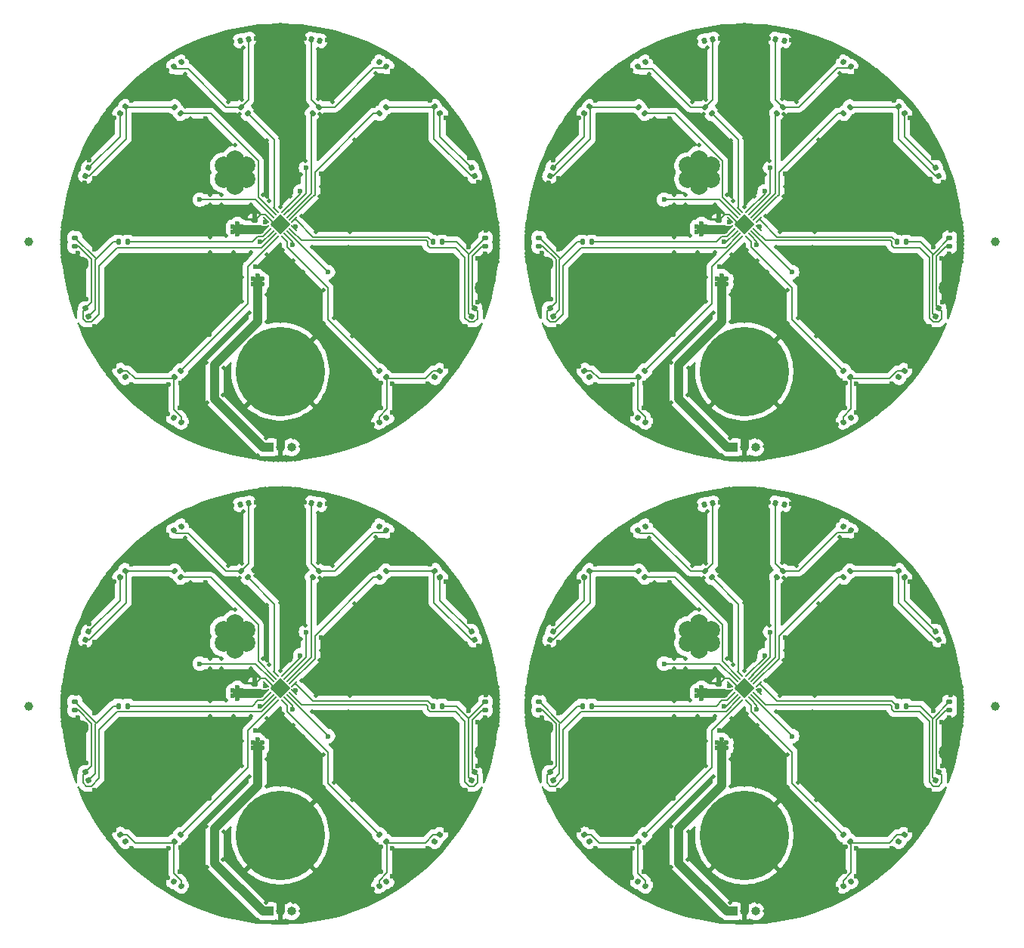
<source format=gtl>
%TF.GenerationSoftware,KiCad,Pcbnew,9.0.0*%
%TF.CreationDate,2025-02-27T10:20:02-06:00*%
%TF.ProjectId,reverse-panel,72657665-7273-4652-9d70-616e656c2e6b,rev?*%
%TF.SameCoordinates,Original*%
%TF.FileFunction,Copper,L1,Top*%
%TF.FilePolarity,Positive*%
%FSLAX46Y46*%
G04 Gerber Fmt 4.6, Leading zero omitted, Abs format (unit mm)*
G04 Created by KiCad (PCBNEW 9.0.0) date 2025-02-27 10:20:02*
%MOMM*%
%LPD*%
G01*
G04 APERTURE LIST*
G04 Aperture macros list*
%AMRoundRect*
0 Rectangle with rounded corners*
0 $1 Rounding radius*
0 $2 $3 $4 $5 $6 $7 $8 $9 X,Y pos of 4 corners*
0 Add a 4 corners polygon primitive as box body*
4,1,4,$2,$3,$4,$5,$6,$7,$8,$9,$2,$3,0*
0 Add four circle primitives for the rounded corners*
1,1,$1+$1,$2,$3*
1,1,$1+$1,$4,$5*
1,1,$1+$1,$6,$7*
1,1,$1+$1,$8,$9*
0 Add four rect primitives between the rounded corners*
20,1,$1+$1,$2,$3,$4,$5,0*
20,1,$1+$1,$4,$5,$6,$7,0*
20,1,$1+$1,$6,$7,$8,$9,0*
20,1,$1+$1,$8,$9,$2,$3,0*%
%AMRotRect*
0 Rectangle, with rotation*
0 The origin of the aperture is its center*
0 $1 length*
0 $2 width*
0 $3 Rotation angle, in degrees counterclockwise*
0 Add horizontal line*
21,1,$1,$2,0,0,$3*%
G04 Aperture macros list end*
%TA.AperFunction,SMDPad,CuDef*%
%ADD10C,1.000000*%
%TD*%
%TA.AperFunction,SMDPad,CuDef*%
%ADD11RoundRect,0.135000X0.226274X0.035355X0.035355X0.226274X-0.226274X-0.035355X-0.035355X-0.226274X0*%
%TD*%
%TA.AperFunction,ComponentPad*%
%ADD12C,2.000000*%
%TD*%
%TA.AperFunction,SMDPad,CuDef*%
%ADD13RoundRect,0.135000X-0.035355X0.226274X-0.226274X0.035355X0.035355X-0.226274X0.226274X-0.035355X0*%
%TD*%
%TA.AperFunction,SMDPad,CuDef*%
%ADD14RoundRect,0.147500X-0.037331X0.223872X-0.226954X-0.002111X0.037331X-0.223872X0.226954X0.002111X0*%
%TD*%
%TA.AperFunction,SMDPad,CuDef*%
%ADD15RoundRect,0.135000X0.035355X-0.226274X0.226274X-0.035355X-0.035355X0.226274X-0.226274X0.035355X0*%
%TD*%
%TA.AperFunction,SMDPad,CuDef*%
%ADD16RoundRect,0.147500X0.213989X0.075639X-0.041489X0.223139X-0.213989X-0.075639X0.041489X-0.223139X0*%
%TD*%
%TA.AperFunction,SMDPad,CuDef*%
%ADD17RoundRect,0.147500X-0.213989X-0.075639X0.041489X-0.223139X0.213989X0.075639X-0.041489X0.223139X0*%
%TD*%
%TA.AperFunction,SMDPad,CuDef*%
%ADD18RoundRect,0.135000X-0.226274X-0.035355X-0.035355X-0.226274X0.226274X0.035355X0.035355X0.226274X0*%
%TD*%
%TA.AperFunction,SMDPad,CuDef*%
%ADD19C,10.000000*%
%TD*%
%TA.AperFunction,SMDPad,CuDef*%
%ADD20C,4.000000*%
%TD*%
%TA.AperFunction,SMDPad,CuDef*%
%ADD21RoundRect,0.147500X-0.172500X0.147500X-0.172500X-0.147500X0.172500X-0.147500X0.172500X0.147500X0*%
%TD*%
%TA.AperFunction,SMDPad,CuDef*%
%ADD22RoundRect,0.147500X-0.226954X0.002111X-0.037331X-0.223872X0.226954X-0.002111X0.037331X0.223872X0*%
%TD*%
%TA.AperFunction,SMDPad,CuDef*%
%ADD23RoundRect,0.147500X0.041489X0.223139X-0.213989X0.075639X-0.041489X-0.223139X0.213989X-0.075639X0*%
%TD*%
%TA.AperFunction,ComponentPad*%
%ADD24C,1.600000*%
%TD*%
%TA.AperFunction,ComponentPad*%
%ADD25R,1.000000X1.000000*%
%TD*%
%TA.AperFunction,ComponentPad*%
%ADD26O,1.000000X1.000000*%
%TD*%
%TA.AperFunction,SMDPad,CuDef*%
%ADD27RoundRect,0.135000X-0.135000X-0.185000X0.135000X-0.185000X0.135000X0.185000X-0.135000X0.185000X0*%
%TD*%
%TA.AperFunction,SMDPad,CuDef*%
%ADD28RoundRect,0.147500X0.226954X-0.002111X0.037331X0.223872X-0.226954X0.002111X-0.037331X-0.223872X0*%
%TD*%
%TA.AperFunction,SMDPad,CuDef*%
%ADD29RoundRect,0.147500X0.212545X-0.079606X0.111649X0.197603X-0.212545X0.079606X-0.111649X-0.197603X0*%
%TD*%
%TA.AperFunction,SMDPad,CuDef*%
%ADD30RoundRect,0.147500X0.172500X-0.147500X0.172500X0.147500X-0.172500X0.147500X-0.172500X-0.147500X0*%
%TD*%
%TA.AperFunction,SMDPad,CuDef*%
%ADD31RoundRect,0.147500X-0.041489X-0.223139X0.213989X-0.075639X0.041489X0.223139X-0.213989X0.075639X0*%
%TD*%
%TA.AperFunction,SMDPad,CuDef*%
%ADD32RoundRect,0.147500X-0.212545X0.079606X-0.111649X-0.197603X0.212545X-0.079606X0.111649X0.197603X0*%
%TD*%
%TA.AperFunction,SMDPad,CuDef*%
%ADD33RoundRect,0.147500X-0.111649X0.197603X-0.212545X-0.079606X0.111649X-0.197603X0.212545X0.079606X0*%
%TD*%
%TA.AperFunction,SMDPad,CuDef*%
%ADD34RoundRect,0.140000X0.170000X-0.140000X0.170000X0.140000X-0.170000X0.140000X-0.170000X-0.140000X0*%
%TD*%
%TA.AperFunction,SMDPad,CuDef*%
%ADD35RoundRect,0.050000X-0.300520X0.229810X0.229810X-0.300520X0.300520X-0.229810X-0.229810X0.300520X0*%
%TD*%
%TA.AperFunction,SMDPad,CuDef*%
%ADD36RoundRect,0.050000X-0.300520X-0.229810X-0.229810X-0.300520X0.300520X0.229810X0.229810X0.300520X0*%
%TD*%
%TA.AperFunction,HeatsinkPad*%
%ADD37RotRect,1.650000X1.650000X315.000000*%
%TD*%
%TA.AperFunction,ComponentPad*%
%ADD38O,1.200000X4.200000*%
%TD*%
%TA.AperFunction,SMDPad,CuDef*%
%ADD39RoundRect,0.135000X0.135000X0.185000X-0.135000X0.185000X-0.135000X-0.185000X0.135000X-0.185000X0*%
%TD*%
%TA.AperFunction,SMDPad,CuDef*%
%ADD40RoundRect,0.147500X0.115305X0.195492X-0.175213X0.144266X-0.115305X-0.195492X0.175213X-0.144266X0*%
%TD*%
%TA.AperFunction,SMDPad,CuDef*%
%ADD41RoundRect,0.147500X0.175213X0.144266X-0.115305X0.195492X-0.175213X-0.144266X0.115305X-0.195492X0*%
%TD*%
%TA.AperFunction,SMDPad,CuDef*%
%ADD42RoundRect,0.147500X0.037331X-0.223872X0.226954X0.002111X-0.037331X0.223872X-0.226954X-0.002111X0*%
%TD*%
%TA.AperFunction,SMDPad,CuDef*%
%ADD43RoundRect,0.147500X0.111649X-0.197603X0.212545X0.079606X-0.111649X0.197603X-0.212545X-0.079606X0*%
%TD*%
%TA.AperFunction,ViaPad*%
%ADD44C,0.600000*%
%TD*%
%TA.AperFunction,ViaPad*%
%ADD45C,0.500000*%
%TD*%
%TA.AperFunction,Conductor*%
%ADD46C,0.200000*%
%TD*%
%TA.AperFunction,Conductor*%
%ADD47C,0.900000*%
%TD*%
%TA.AperFunction,Conductor*%
%ADD48C,0.300000*%
%TD*%
%TA.AperFunction,Conductor*%
%ADD49C,1.000000*%
%TD*%
G04 APERTURE END LIST*
D10*
%TO.P,FID2,*%
%TO.N,*%
X130150000Y-50000000D03*
%TD*%
%TO.P,FID3,*%
%TO.N,*%
X130150000Y-102000000D03*
%TD*%
%TO.P,FID4,*%
%TO.N,*%
X21850000Y-102000000D03*
%TD*%
%TO.P,FID1,*%
%TO.N,*%
X21850000Y-50000000D03*
%TD*%
D11*
%TO.P,R3,1*%
%TO.N,PWM3*%
X38860624Y-87576508D03*
%TO.P,R3,2*%
%TO.N,Net-(D5-A)*%
X38139376Y-86855260D03*
%TD*%
D12*
%TO.P,stitch1,1*%
%TO.N,GND*%
X78924000Y-97758000D03*
%TD*%
D13*
%TO.P,R1,1*%
%TO.N,PWM1*%
X90860624Y-116423491D03*
%TO.P,R1,2*%
%TO.N,Net-(D1-A)*%
X90139376Y-117144739D03*
%TD*%
D14*
%TO.P,D6,1,K*%
%TO.N,Net-(D5-A)*%
X84692729Y-34844352D03*
%TO.P,D6,2,A*%
%TO.N,GP3*%
X84069225Y-35587416D03*
%TD*%
D15*
%TO.P,R5,1*%
%TO.N,PWM5*%
X53633284Y-87576508D03*
%TO.P,R5,2*%
%TO.N,Net-(D10-K)*%
X54354532Y-86855260D03*
%TD*%
D16*
%TO.P,D10,1,K*%
%TO.N,Net-(D10-K)*%
X113920022Y-82323915D03*
%TO.P,D10,2,A*%
%TO.N,GP5*%
X113079978Y-81838915D03*
%TD*%
D12*
%TO.P,stitch1,1*%
%TO.N,GND*%
X26924000Y-45758000D03*
%TD*%
%TO.P,stitch1,1*%
%TO.N,GND*%
X64948000Y-120110000D03*
%TD*%
D17*
%TO.P,D1,1,K*%
%TO.N,GP1*%
X90079978Y-69676084D03*
%TO.P,D1,2,A*%
%TO.N,Net-(D1-A)*%
X90920022Y-70161084D03*
%TD*%
D18*
%TO.P,R8,1*%
%TO.N,PWM8*%
X61139376Y-64423491D03*
%TO.P,R8,2*%
%TO.N,Net-(D15-A)*%
X61860624Y-65144739D03*
%TD*%
D12*
%TO.P,stitch1,1*%
%TO.N,GND*%
X41910000Y-27978000D03*
%TD*%
D19*
%TO.P,-,1,1*%
%TO.N,GND*%
X50000000Y-116500000D03*
%TD*%
D20*
%TO.P,B1,1,1*%
%TO.N,GND*%
X102000000Y-64500000D03*
%TD*%
%TO.P,B1,1,1*%
%TO.N,GND*%
X102000000Y-116500000D03*
%TD*%
D15*
%TO.P,R6,1*%
%TO.N,PWM6*%
X61139376Y-35576508D03*
%TO.P,R6,2*%
%TO.N,Net-(D11-A)*%
X61860624Y-34855260D03*
%TD*%
D21*
%TO.P,D4,1,K*%
%TO.N,Net-(D3-A)*%
X27000000Y-101515000D03*
%TO.P,D4,2,A*%
%TO.N,GP2*%
X27000000Y-102485000D03*
%TD*%
D12*
%TO.P,stitch1,1*%
%TO.N,GND*%
X26924000Y-97758000D03*
%TD*%
D22*
%TO.P,D2,1,K*%
%TO.N,Net-(D1-A)*%
X32069225Y-64412583D03*
%TO.P,D2,2,A*%
%TO.N,GP1*%
X32692729Y-65155647D03*
%TD*%
D18*
%TO.P,R8,1*%
%TO.N,PWM8*%
X61139376Y-116423491D03*
%TO.P,R8,2*%
%TO.N,Net-(D15-A)*%
X61860624Y-117144739D03*
%TD*%
D23*
%TO.P,D7,1,K*%
%TO.N,GP4*%
X38920021Y-81838915D03*
%TO.P,D7,2,A*%
%TO.N,Net-(D7-A)*%
X38079977Y-82323915D03*
%TD*%
D12*
%TO.P,through-r3,1*%
%TO.N,+3V0*%
X98257038Y-93452000D03*
%TD*%
D24*
%TO.P,align-r1,1*%
%TO.N,GND*%
X27800000Y-104400000D03*
%TD*%
D25*
%TO.P,J1,1,Pin_1*%
%TO.N,+3V0*%
X48725000Y-73000000D03*
D26*
%TO.P,J1,2,Pin_2*%
%TO.N,GND*%
X49995001Y-73000000D03*
%TO.P,J1,3,Pin_3*%
%TO.N,GP6*%
X51265000Y-73000000D03*
%TD*%
D27*
%TO.P,R7,1*%
%TO.N,PWM7*%
X67109024Y-50000000D03*
%TO.P,R7,2*%
%TO.N,Net-(D13-A)*%
X68129022Y-50000000D03*
%TD*%
D16*
%TO.P,D10,1,K*%
%TO.N,Net-(D10-K)*%
X113920022Y-30323915D03*
%TO.P,D10,2,A*%
%TO.N,GP5*%
X113079978Y-29838915D03*
%TD*%
D11*
%TO.P,R4,1*%
%TO.N,PWM4*%
X98366716Y-87576508D03*
%TO.P,R4,2*%
%TO.N,Net-(D7-A)*%
X97645468Y-86855260D03*
%TD*%
D23*
%TO.P,D7,1,K*%
%TO.N,GP4*%
X38920021Y-29838915D03*
%TO.P,D7,2,A*%
%TO.N,Net-(D7-A)*%
X38079977Y-30323915D03*
%TD*%
D28*
%TO.P,D11,1,K*%
%TO.N,GP6*%
X119930774Y-87587416D03*
%TO.P,D11,2,A*%
%TO.N,Net-(D11-A)*%
X119307270Y-86844352D03*
%TD*%
D29*
%TO.P,D12,1,K*%
%TO.N,Net-(D11-A)*%
X123778809Y-94589287D03*
%TO.P,D12,2,A*%
%TO.N,GP6*%
X123447051Y-93677785D03*
%TD*%
D12*
%TO.P,stitch1,1*%
%TO.N,GND*%
X27178000Y-55156000D03*
%TD*%
D23*
%TO.P,D7,1,K*%
%TO.N,GP4*%
X90920021Y-29838915D03*
%TO.P,D7,2,A*%
%TO.N,Net-(D7-A)*%
X90079977Y-30323915D03*
%TD*%
D12*
%TO.P,stitch1,1*%
%TO.N,GND*%
X73076000Y-97758000D03*
%TD*%
%TO.P,stitch1,1*%
%TO.N,GND*%
X35306000Y-83788000D03*
%TD*%
%TO.P,through-r5,1*%
%TO.N,+3V0*%
X96958000Y-43702000D03*
%TD*%
D29*
%TO.P,D12,1,K*%
%TO.N,Net-(D11-A)*%
X71778809Y-42589287D03*
%TO.P,D12,2,A*%
%TO.N,GP6*%
X71447051Y-41677785D03*
%TD*%
D30*
%TO.P,D13,1,K*%
%TO.N,GP7*%
X125000000Y-102485000D03*
%TO.P,D13,2,A*%
%TO.N,Net-(D13-A)*%
X125000000Y-101515000D03*
%TD*%
D12*
%TO.P,stitch1,1*%
%TO.N,GND*%
X41910000Y-79978000D03*
%TD*%
%TO.P,through-r3,1*%
%TO.N,+3V0*%
X98257038Y-41452000D03*
%TD*%
D24*
%TO.P,align-r2,1*%
%TO.N,GND*%
X72200000Y-99300000D03*
%TD*%
D31*
%TO.P,D16,1,K*%
%TO.N,Net-(D15-A)*%
X113079978Y-70161084D03*
%TO.P,D16,2,A*%
%TO.N,GP8*%
X113920022Y-69676084D03*
%TD*%
D32*
%TO.P,D3,1,K*%
%TO.N,GP2*%
X80221190Y-57410712D03*
%TO.P,D3,2,A*%
%TO.N,Net-(D3-A)*%
X80552948Y-58322214D03*
%TD*%
D14*
%TO.P,D6,1,K*%
%TO.N,Net-(D5-A)*%
X32692729Y-34844352D03*
%TO.P,D6,2,A*%
%TO.N,GP3*%
X32069225Y-35587416D03*
%TD*%
D33*
%TO.P,D5,1,K*%
%TO.N,GP3*%
X28552948Y-93677785D03*
%TO.P,D5,2,A*%
%TO.N,Net-(D5-A)*%
X28221190Y-94589287D03*
%TD*%
D17*
%TO.P,D1,1,K*%
%TO.N,GP1*%
X38079978Y-69676084D03*
%TO.P,D1,2,A*%
%TO.N,Net-(D1-A)*%
X38920022Y-70161084D03*
%TD*%
D34*
%TO.P,C1,1*%
%TO.N,+3V0*%
X47150000Y-100530000D03*
%TO.P,C1,2*%
%TO.N,GND*%
X47150000Y-99570000D03*
%TD*%
D35*
%TO.P,U1,1,TIM2_CH4*%
%TO.N,PWM4*%
X49540381Y-46409010D03*
%TO.P,U1,2,TIM1_CH2*%
%TO.N,PWM3*%
X49257538Y-46691852D03*
%TO.P,U1,3,ADC_IN0*%
%TO.N,/touch2*%
X48974695Y-46974695D03*
%TO.P,U1,4,VSS*%
%TO.N,GND*%
X48691852Y-47257538D03*
%TO.P,U1,5,PD0*%
%TO.N,GP4*%
X48409010Y-47540381D03*
D36*
%TO.P,U1,6,VDD*%
%TO.N,+3V0*%
X48409010Y-48459619D03*
%TO.P,U1,7,TIM2_CH3*%
%TO.N,PWM2*%
X48691852Y-48742462D03*
%TO.P,U1,8,PC1*%
%TO.N,GP3*%
X48974695Y-49025305D03*
%TO.P,U1,9,PC2*%
%TO.N,GP2*%
X49257538Y-49308148D03*
%TO.P,U1,10,TIM1_CH3*%
%TO.N,PWM1*%
X49540381Y-49590990D03*
D35*
%TO.P,U1,11,TIM1_CH4*%
%TO.N,PWM8*%
X50459619Y-49590990D03*
%TO.P,U1,12,PC5*%
%TO.N,GP1*%
X50742462Y-49308148D03*
%TO.P,U1,13,PC6*%
%TO.N,GP8*%
X51025305Y-49025305D03*
%TO.P,U1,14,PC7*%
%TO.N,GP7*%
X51308148Y-48742462D03*
%TO.P,U1,15,SWIO*%
%TO.N,GP6*%
X51590990Y-48459619D03*
D36*
%TO.P,U1,16,TIM1_CH1*%
%TO.N,PWM7*%
X51590990Y-47540381D03*
%TO.P,U1,17,TIM2_CH2*%
%TO.N,PWM6*%
X51308148Y-47257538D03*
%TO.P,U1,18,TIM2_CH1*%
%TO.N,PWM5*%
X51025305Y-46974695D03*
%TO.P,U1,19,PD5*%
%TO.N,GP5*%
X50742462Y-46691852D03*
%TO.P,U1,20,ADC_IN6*%
%TO.N,/touch1*%
X50459619Y-46409010D03*
D37*
%TO.P,U1,21,VSS*%
%TO.N,GND*%
X50000000Y-48000000D03*
%TD*%
D12*
%TO.P,stitch1,1*%
%TO.N,GND*%
X87052000Y-68110000D03*
%TD*%
%TO.P,through-r1,1*%
%TO.N,+3V0*%
X44958000Y-42202000D03*
%TD*%
D11*
%TO.P,R3,1*%
%TO.N,PWM3*%
X90860624Y-35576508D03*
%TO.P,R3,2*%
%TO.N,Net-(D5-A)*%
X90139376Y-34855260D03*
%TD*%
D12*
%TO.P,through-r7,1*%
%TO.N,+3V0*%
X95658961Y-93452000D03*
%TD*%
D13*
%TO.P,R1,1*%
%TO.N,PWM1*%
X90860624Y-64423491D03*
%TO.P,R1,2*%
%TO.N,Net-(D1-A)*%
X90139376Y-65144739D03*
%TD*%
%TO.P,R1,1*%
%TO.N,PWM1*%
X38860624Y-116423491D03*
%TO.P,R1,2*%
%TO.N,Net-(D1-A)*%
X38139376Y-117144739D03*
%TD*%
D38*
%TO.P,battery-eject1,1*%
%TO.N,GND*%
X102000000Y-57000000D03*
%TD*%
D12*
%TO.P,stitch1,1*%
%TO.N,GND*%
X72822000Y-107156000D03*
%TD*%
%TO.P,stitch1,1*%
%TO.N,GND*%
X35306000Y-31788000D03*
%TD*%
%TO.P,through-r1,1*%
%TO.N,+3V0*%
X96958000Y-42202000D03*
%TD*%
D39*
%TO.P,R2,1*%
%TO.N,PWM2*%
X32890976Y-50000000D03*
%TO.P,R2,2*%
%TO.N,Net-(D3-A)*%
X31870978Y-50000000D03*
%TD*%
D21*
%TO.P,D4,1,K*%
%TO.N,Net-(D3-A)*%
X27000000Y-49515000D03*
%TO.P,D4,2,A*%
%TO.N,GP2*%
X27000000Y-50485000D03*
%TD*%
D12*
%TO.P,stitch1,1*%
%TO.N,GND*%
X125076000Y-45758000D03*
%TD*%
D40*
%TO.P,D8,1,K*%
%TO.N,Net-(D7-A)*%
X46483723Y-27265202D03*
%TO.P,D8,2,A*%
%TO.N,GP4*%
X45528459Y-27433640D03*
%TD*%
D12*
%TO.P,stitch1,1*%
%TO.N,GND*%
X58090000Y-79978000D03*
%TD*%
D24*
%TO.P,align-r1,1*%
%TO.N,GND*%
X79800000Y-52400000D03*
%TD*%
D41*
%TO.P,D9,1,K*%
%TO.N,GP5*%
X106471540Y-79433640D03*
%TO.P,D9,2,A*%
%TO.N,Net-(D10-K)*%
X105516276Y-79265202D03*
%TD*%
D12*
%TO.P,stitch1,1*%
%TO.N,GND*%
X124822000Y-107156000D03*
%TD*%
%TO.P,stitch1,1*%
%TO.N,GND*%
X35052000Y-68110000D03*
%TD*%
D42*
%TO.P,D15,1,K*%
%TO.N,GP8*%
X119307270Y-65155647D03*
%TO.P,D15,2,A*%
%TO.N,Net-(D15-A)*%
X119930774Y-64412583D03*
%TD*%
D34*
%TO.P,C1,1*%
%TO.N,+3V0*%
X47150000Y-48530000D03*
%TO.P,C1,2*%
%TO.N,GND*%
X47150000Y-47570000D03*
%TD*%
D12*
%TO.P,stitch1,1*%
%TO.N,GND*%
X87306000Y-31788000D03*
%TD*%
%TO.P,stitch1,1*%
%TO.N,GND*%
X64948000Y-68110000D03*
%TD*%
%TO.P,stitch1,1*%
%TO.N,GND*%
X73076000Y-45758000D03*
%TD*%
%TO.P,through-r2,1*%
%TO.N,+3V0*%
X44958000Y-92702000D03*
%TD*%
%TO.P,through-r4,1*%
%TO.N,+3V0*%
X98257038Y-94952000D03*
%TD*%
D18*
%TO.P,R8,1*%
%TO.N,PWM8*%
X113139376Y-64423491D03*
%TO.P,R8,2*%
%TO.N,Net-(D15-A)*%
X113860624Y-65144739D03*
%TD*%
D42*
%TO.P,D15,1,K*%
%TO.N,GP8*%
X67307270Y-65155647D03*
%TO.P,D15,2,A*%
%TO.N,Net-(D15-A)*%
X67930774Y-64412583D03*
%TD*%
D24*
%TO.P,align-r1,1*%
%TO.N,GND*%
X27800000Y-52400000D03*
%TD*%
D39*
%TO.P,R2,1*%
%TO.N,PWM2*%
X84890976Y-50000000D03*
%TO.P,R2,2*%
%TO.N,Net-(D3-A)*%
X83870978Y-50000000D03*
%TD*%
D31*
%TO.P,D16,1,K*%
%TO.N,Net-(D15-A)*%
X113079978Y-122161084D03*
%TO.P,D16,2,A*%
%TO.N,GP8*%
X113920022Y-121676084D03*
%TD*%
D12*
%TO.P,stitch1,1*%
%TO.N,GND*%
X110090000Y-27978000D03*
%TD*%
D35*
%TO.P,U1,1,TIM2_CH4*%
%TO.N,PWM4*%
X101540381Y-98409010D03*
%TO.P,U1,2,TIM1_CH2*%
%TO.N,PWM3*%
X101257538Y-98691852D03*
%TO.P,U1,3,ADC_IN0*%
%TO.N,/touch2*%
X100974695Y-98974695D03*
%TO.P,U1,4,VSS*%
%TO.N,GND*%
X100691852Y-99257538D03*
%TO.P,U1,5,PD0*%
%TO.N,GP4*%
X100409010Y-99540381D03*
D36*
%TO.P,U1,6,VDD*%
%TO.N,+3V0*%
X100409010Y-100459619D03*
%TO.P,U1,7,TIM2_CH3*%
%TO.N,PWM2*%
X100691852Y-100742462D03*
%TO.P,U1,8,PC1*%
%TO.N,GP3*%
X100974695Y-101025305D03*
%TO.P,U1,9,PC2*%
%TO.N,GP2*%
X101257538Y-101308148D03*
%TO.P,U1,10,TIM1_CH3*%
%TO.N,PWM1*%
X101540381Y-101590990D03*
D35*
%TO.P,U1,11,TIM1_CH4*%
%TO.N,PWM8*%
X102459619Y-101590990D03*
%TO.P,U1,12,PC5*%
%TO.N,GP1*%
X102742462Y-101308148D03*
%TO.P,U1,13,PC6*%
%TO.N,GP8*%
X103025305Y-101025305D03*
%TO.P,U1,14,PC7*%
%TO.N,GP7*%
X103308148Y-100742462D03*
%TO.P,U1,15,SWIO*%
%TO.N,GP6*%
X103590990Y-100459619D03*
D36*
%TO.P,U1,16,TIM1_CH1*%
%TO.N,PWM7*%
X103590990Y-99540381D03*
%TO.P,U1,17,TIM2_CH2*%
%TO.N,PWM6*%
X103308148Y-99257538D03*
%TO.P,U1,18,TIM2_CH1*%
%TO.N,PWM5*%
X103025305Y-98974695D03*
%TO.P,U1,19,PD5*%
%TO.N,GP5*%
X102742462Y-98691852D03*
%TO.P,U1,20,ADC_IN6*%
%TO.N,/touch1*%
X102459619Y-98409010D03*
D37*
%TO.P,U1,21,VSS*%
%TO.N,GND*%
X102000000Y-100000000D03*
%TD*%
D22*
%TO.P,D2,1,K*%
%TO.N,Net-(D1-A)*%
X32069225Y-116412583D03*
%TO.P,D2,2,A*%
%TO.N,GP1*%
X32692729Y-117155647D03*
%TD*%
D19*
%TO.P,-,1,1*%
%TO.N,GND*%
X102000000Y-116500000D03*
%TD*%
D22*
%TO.P,D2,1,K*%
%TO.N,Net-(D1-A)*%
X84069225Y-64412583D03*
%TO.P,D2,2,A*%
%TO.N,GP1*%
X84692729Y-65155647D03*
%TD*%
D27*
%TO.P,R7,1*%
%TO.N,PWM7*%
X119109024Y-102000000D03*
%TO.P,R7,2*%
%TO.N,Net-(D13-A)*%
X120129022Y-102000000D03*
%TD*%
D12*
%TO.P,through-r6,1*%
%TO.N,+3V0*%
X43658961Y-42952000D03*
%TD*%
%TO.P,stitch1,1*%
%TO.N,GND*%
X93910000Y-27978000D03*
%TD*%
%TO.P,stitch1,1*%
%TO.N,GND*%
X102038000Y-26454000D03*
%TD*%
%TO.P,through-r5,1*%
%TO.N,+3V0*%
X44958000Y-95702000D03*
%TD*%
%TO.P,stitch1,1*%
%TO.N,GND*%
X79178000Y-107156000D03*
%TD*%
D43*
%TO.P,D14,1,K*%
%TO.N,Net-(D13-A)*%
X123447051Y-58322214D03*
%TO.P,D14,2,A*%
%TO.N,GP7*%
X123778809Y-57410712D03*
%TD*%
D24*
%TO.P,align-r1,1*%
%TO.N,GND*%
X79800000Y-104400000D03*
%TD*%
D12*
%TO.P,stitch1,1*%
%TO.N,GND*%
X50038000Y-78454000D03*
%TD*%
D32*
%TO.P,D3,1,K*%
%TO.N,GP2*%
X28221190Y-57410712D03*
%TO.P,D3,2,A*%
%TO.N,Net-(D3-A)*%
X28552948Y-58322214D03*
%TD*%
D29*
%TO.P,D12,1,K*%
%TO.N,Net-(D11-A)*%
X71778809Y-94589287D03*
%TO.P,D12,2,A*%
%TO.N,GP6*%
X71447051Y-93677785D03*
%TD*%
D12*
%TO.P,through-r4,1*%
%TO.N,+3V0*%
X46257038Y-42952000D03*
%TD*%
%TO.P,stitch1,1*%
%TO.N,GND*%
X35052000Y-120110000D03*
%TD*%
%TO.P,through-r4,1*%
%TO.N,+3V0*%
X46257038Y-94952000D03*
%TD*%
D42*
%TO.P,D15,1,K*%
%TO.N,GP8*%
X67307270Y-117155647D03*
%TO.P,D15,2,A*%
%TO.N,Net-(D15-A)*%
X67930774Y-116412583D03*
%TD*%
D12*
%TO.P,stitch1,1*%
%TO.N,GND*%
X27178000Y-107156000D03*
%TD*%
D38*
%TO.P,battery-eject1,1*%
%TO.N,GND*%
X50000000Y-109000000D03*
%TD*%
D12*
%TO.P,through-r7,1*%
%TO.N,+3V0*%
X95658961Y-41452000D03*
%TD*%
%TO.P,stitch1,1*%
%TO.N,GND*%
X116694000Y-83788000D03*
%TD*%
D24*
%TO.P,align-r2,1*%
%TO.N,GND*%
X124200000Y-99300000D03*
%TD*%
D19*
%TO.P,-,1,1*%
%TO.N,GND*%
X102000000Y-64500000D03*
%TD*%
D34*
%TO.P,C1,1*%
%TO.N,+3V0*%
X99150000Y-100530000D03*
%TO.P,C1,2*%
%TO.N,GND*%
X99150000Y-99570000D03*
%TD*%
D24*
%TO.P,align-r2,1*%
%TO.N,GND*%
X72200000Y-47300000D03*
%TD*%
D12*
%TO.P,through-r5,1*%
%TO.N,+3V0*%
X96958000Y-95702000D03*
%TD*%
D15*
%TO.P,R6,1*%
%TO.N,PWM6*%
X113139376Y-35576508D03*
%TO.P,R6,2*%
%TO.N,Net-(D11-A)*%
X113860624Y-34855260D03*
%TD*%
D12*
%TO.P,stitch1,1*%
%TO.N,GND*%
X124822000Y-55156000D03*
%TD*%
%TO.P,through-r6,1*%
%TO.N,+3V0*%
X95658961Y-42952000D03*
%TD*%
D11*
%TO.P,R4,1*%
%TO.N,PWM4*%
X46366716Y-35576508D03*
%TO.P,R4,2*%
%TO.N,Net-(D7-A)*%
X45645468Y-34855260D03*
%TD*%
D31*
%TO.P,D16,1,K*%
%TO.N,Net-(D15-A)*%
X61079978Y-70161084D03*
%TO.P,D16,2,A*%
%TO.N,GP8*%
X61920022Y-69676084D03*
%TD*%
D12*
%TO.P,through-r2,1*%
%TO.N,+3V0*%
X44958000Y-40702000D03*
%TD*%
%TO.P,through-r4,1*%
%TO.N,+3V0*%
X98257038Y-42952000D03*
%TD*%
D28*
%TO.P,D11,1,K*%
%TO.N,GP6*%
X119930774Y-35587416D03*
%TO.P,D11,2,A*%
%TO.N,Net-(D11-A)*%
X119307270Y-34844352D03*
%TD*%
D11*
%TO.P,R4,1*%
%TO.N,PWM4*%
X46366716Y-87576508D03*
%TO.P,R4,2*%
%TO.N,Net-(D7-A)*%
X45645468Y-86855260D03*
%TD*%
D12*
%TO.P,stitch1,1*%
%TO.N,GND*%
X125076000Y-97758000D03*
%TD*%
D14*
%TO.P,D6,1,K*%
%TO.N,Net-(D5-A)*%
X32692729Y-86844352D03*
%TO.P,D6,2,A*%
%TO.N,GP3*%
X32069225Y-87587416D03*
%TD*%
D35*
%TO.P,U1,1,TIM2_CH4*%
%TO.N,PWM4*%
X101540381Y-46409010D03*
%TO.P,U1,2,TIM1_CH2*%
%TO.N,PWM3*%
X101257538Y-46691852D03*
%TO.P,U1,3,ADC_IN0*%
%TO.N,/touch2*%
X100974695Y-46974695D03*
%TO.P,U1,4,VSS*%
%TO.N,GND*%
X100691852Y-47257538D03*
%TO.P,U1,5,PD0*%
%TO.N,GP4*%
X100409010Y-47540381D03*
D36*
%TO.P,U1,6,VDD*%
%TO.N,+3V0*%
X100409010Y-48459619D03*
%TO.P,U1,7,TIM2_CH3*%
%TO.N,PWM2*%
X100691852Y-48742462D03*
%TO.P,U1,8,PC1*%
%TO.N,GP3*%
X100974695Y-49025305D03*
%TO.P,U1,9,PC2*%
%TO.N,GP2*%
X101257538Y-49308148D03*
%TO.P,U1,10,TIM1_CH3*%
%TO.N,PWM1*%
X101540381Y-49590990D03*
D35*
%TO.P,U1,11,TIM1_CH4*%
%TO.N,PWM8*%
X102459619Y-49590990D03*
%TO.P,U1,12,PC5*%
%TO.N,GP1*%
X102742462Y-49308148D03*
%TO.P,U1,13,PC6*%
%TO.N,GP8*%
X103025305Y-49025305D03*
%TO.P,U1,14,PC7*%
%TO.N,GP7*%
X103308148Y-48742462D03*
%TO.P,U1,15,SWIO*%
%TO.N,GP6*%
X103590990Y-48459619D03*
D36*
%TO.P,U1,16,TIM1_CH1*%
%TO.N,PWM7*%
X103590990Y-47540381D03*
%TO.P,U1,17,TIM2_CH2*%
%TO.N,PWM6*%
X103308148Y-47257538D03*
%TO.P,U1,18,TIM2_CH1*%
%TO.N,PWM5*%
X103025305Y-46974695D03*
%TO.P,U1,19,PD5*%
%TO.N,GP5*%
X102742462Y-46691852D03*
%TO.P,U1,20,ADC_IN6*%
%TO.N,/touch1*%
X102459619Y-46409010D03*
D37*
%TO.P,U1,21,VSS*%
%TO.N,GND*%
X102000000Y-48000000D03*
%TD*%
D22*
%TO.P,D2,1,K*%
%TO.N,Net-(D1-A)*%
X84069225Y-116412583D03*
%TO.P,D2,2,A*%
%TO.N,GP1*%
X84692729Y-117155647D03*
%TD*%
D16*
%TO.P,D10,1,K*%
%TO.N,Net-(D10-K)*%
X61920022Y-82323915D03*
%TO.P,D10,2,A*%
%TO.N,GP5*%
X61079978Y-81838915D03*
%TD*%
D34*
%TO.P,C1,1*%
%TO.N,+3V0*%
X99150000Y-48530000D03*
%TO.P,C1,2*%
%TO.N,GND*%
X99150000Y-47570000D03*
%TD*%
D16*
%TO.P,D10,1,K*%
%TO.N,Net-(D10-K)*%
X61920022Y-30323915D03*
%TO.P,D10,2,A*%
%TO.N,GP5*%
X61079978Y-29838915D03*
%TD*%
D23*
%TO.P,D7,1,K*%
%TO.N,GP4*%
X90920021Y-81838915D03*
%TO.P,D7,2,A*%
%TO.N,Net-(D7-A)*%
X90079977Y-82323915D03*
%TD*%
D12*
%TO.P,through-r7,1*%
%TO.N,+3V0*%
X43658961Y-41452000D03*
%TD*%
D30*
%TO.P,D13,1,K*%
%TO.N,GP7*%
X73000000Y-50485000D03*
%TO.P,D13,2,A*%
%TO.N,Net-(D13-A)*%
X73000000Y-49515000D03*
%TD*%
D41*
%TO.P,D9,1,K*%
%TO.N,GP5*%
X54471540Y-79433640D03*
%TO.P,D9,2,A*%
%TO.N,Net-(D10-K)*%
X53516276Y-79265202D03*
%TD*%
D12*
%TO.P,through-r3,1*%
%TO.N,+3V0*%
X46257038Y-41452000D03*
%TD*%
%TO.P,stitch1,1*%
%TO.N,GND*%
X79178000Y-55156000D03*
%TD*%
D43*
%TO.P,D14,1,K*%
%TO.N,Net-(D13-A)*%
X71447051Y-110322214D03*
%TO.P,D14,2,A*%
%TO.N,GP7*%
X71778809Y-109410712D03*
%TD*%
D13*
%TO.P,R1,1*%
%TO.N,PWM1*%
X38860624Y-64423491D03*
%TO.P,R1,2*%
%TO.N,Net-(D1-A)*%
X38139376Y-65144739D03*
%TD*%
D17*
%TO.P,D1,1,K*%
%TO.N,GP1*%
X90079978Y-121676084D03*
%TO.P,D1,2,A*%
%TO.N,Net-(D1-A)*%
X90920022Y-122161084D03*
%TD*%
D12*
%TO.P,stitch1,1*%
%TO.N,GND*%
X93910000Y-79978000D03*
%TD*%
D15*
%TO.P,R6,1*%
%TO.N,PWM6*%
X113139376Y-87576508D03*
%TO.P,R6,2*%
%TO.N,Net-(D11-A)*%
X113860624Y-86855260D03*
%TD*%
D25*
%TO.P,J1,1,Pin_1*%
%TO.N,+3V0*%
X100725000Y-73000000D03*
D26*
%TO.P,J1,2,Pin_2*%
%TO.N,GND*%
X101995001Y-73000000D03*
%TO.P,J1,3,Pin_3*%
%TO.N,GP6*%
X103265000Y-73000000D03*
%TD*%
D17*
%TO.P,D1,1,K*%
%TO.N,GP1*%
X38079978Y-121676084D03*
%TO.P,D1,2,A*%
%TO.N,Net-(D1-A)*%
X38920022Y-122161084D03*
%TD*%
D18*
%TO.P,R8,1*%
%TO.N,PWM8*%
X113139376Y-116423491D03*
%TO.P,R8,2*%
%TO.N,Net-(D15-A)*%
X113860624Y-117144739D03*
%TD*%
D27*
%TO.P,R7,1*%
%TO.N,PWM7*%
X67109024Y-102000000D03*
%TO.P,R7,2*%
%TO.N,Net-(D13-A)*%
X68129022Y-102000000D03*
%TD*%
D12*
%TO.P,through-r7,1*%
%TO.N,+3V0*%
X43658961Y-93452000D03*
%TD*%
D33*
%TO.P,D5,1,K*%
%TO.N,GP3*%
X80552948Y-41677785D03*
%TO.P,D5,2,A*%
%TO.N,Net-(D5-A)*%
X80221190Y-42589287D03*
%TD*%
D12*
%TO.P,stitch1,1*%
%TO.N,GND*%
X110090000Y-79978000D03*
%TD*%
D19*
%TO.P,-,1,1*%
%TO.N,GND*%
X50000000Y-64500000D03*
%TD*%
D12*
%TO.P,through-r6,1*%
%TO.N,+3V0*%
X43658961Y-94952000D03*
%TD*%
%TO.P,stitch1,1*%
%TO.N,GND*%
X78924000Y-45758000D03*
%TD*%
D29*
%TO.P,D12,1,K*%
%TO.N,Net-(D11-A)*%
X123778809Y-42589287D03*
%TO.P,D12,2,A*%
%TO.N,GP6*%
X123447051Y-41677785D03*
%TD*%
D12*
%TO.P,through-r2,1*%
%TO.N,+3V0*%
X96958000Y-92702000D03*
%TD*%
D33*
%TO.P,D5,1,K*%
%TO.N,GP3*%
X28552948Y-41677785D03*
%TO.P,D5,2,A*%
%TO.N,Net-(D5-A)*%
X28221190Y-42589287D03*
%TD*%
D12*
%TO.P,through-r5,1*%
%TO.N,+3V0*%
X44958000Y-43702000D03*
%TD*%
D40*
%TO.P,D8,1,K*%
%TO.N,Net-(D7-A)*%
X98483723Y-27265202D03*
%TO.P,D8,2,A*%
%TO.N,GP4*%
X97528459Y-27433640D03*
%TD*%
D25*
%TO.P,J1,1,Pin_1*%
%TO.N,+3V0*%
X48725000Y-125000000D03*
D26*
%TO.P,J1,2,Pin_2*%
%TO.N,GND*%
X49995001Y-125000000D03*
%TO.P,J1,3,Pin_3*%
%TO.N,GP6*%
X51265000Y-125000000D03*
%TD*%
D12*
%TO.P,stitch1,1*%
%TO.N,GND*%
X102038000Y-78454000D03*
%TD*%
D27*
%TO.P,R7,1*%
%TO.N,PWM7*%
X119109024Y-50000000D03*
%TO.P,R7,2*%
%TO.N,Net-(D13-A)*%
X120129022Y-50000000D03*
%TD*%
D28*
%TO.P,D11,1,K*%
%TO.N,GP6*%
X67930774Y-87587416D03*
%TO.P,D11,2,A*%
%TO.N,Net-(D11-A)*%
X67307270Y-86844352D03*
%TD*%
D30*
%TO.P,D13,1,K*%
%TO.N,GP7*%
X125000000Y-50485000D03*
%TO.P,D13,2,A*%
%TO.N,Net-(D13-A)*%
X125000000Y-49515000D03*
%TD*%
D12*
%TO.P,stitch1,1*%
%TO.N,GND*%
X116694000Y-31788000D03*
%TD*%
D38*
%TO.P,battery-eject1,1*%
%TO.N,GND*%
X102000000Y-109000000D03*
%TD*%
%TO.P,battery-eject1,1*%
%TO.N,GND*%
X50000000Y-57000000D03*
%TD*%
D12*
%TO.P,stitch1,1*%
%TO.N,GND*%
X87052000Y-120110000D03*
%TD*%
D35*
%TO.P,U1,1,TIM2_CH4*%
%TO.N,PWM4*%
X49540381Y-98409010D03*
%TO.P,U1,2,TIM1_CH2*%
%TO.N,PWM3*%
X49257538Y-98691852D03*
%TO.P,U1,3,ADC_IN0*%
%TO.N,/touch2*%
X48974695Y-98974695D03*
%TO.P,U1,4,VSS*%
%TO.N,GND*%
X48691852Y-99257538D03*
%TO.P,U1,5,PD0*%
%TO.N,GP4*%
X48409010Y-99540381D03*
D36*
%TO.P,U1,6,VDD*%
%TO.N,+3V0*%
X48409010Y-100459619D03*
%TO.P,U1,7,TIM2_CH3*%
%TO.N,PWM2*%
X48691852Y-100742462D03*
%TO.P,U1,8,PC1*%
%TO.N,GP3*%
X48974695Y-101025305D03*
%TO.P,U1,9,PC2*%
%TO.N,GP2*%
X49257538Y-101308148D03*
%TO.P,U1,10,TIM1_CH3*%
%TO.N,PWM1*%
X49540381Y-101590990D03*
D35*
%TO.P,U1,11,TIM1_CH4*%
%TO.N,PWM8*%
X50459619Y-101590990D03*
%TO.P,U1,12,PC5*%
%TO.N,GP1*%
X50742462Y-101308148D03*
%TO.P,U1,13,PC6*%
%TO.N,GP8*%
X51025305Y-101025305D03*
%TO.P,U1,14,PC7*%
%TO.N,GP7*%
X51308148Y-100742462D03*
%TO.P,U1,15,SWIO*%
%TO.N,GP6*%
X51590990Y-100459619D03*
D36*
%TO.P,U1,16,TIM1_CH1*%
%TO.N,PWM7*%
X51590990Y-99540381D03*
%TO.P,U1,17,TIM2_CH2*%
%TO.N,PWM6*%
X51308148Y-99257538D03*
%TO.P,U1,18,TIM2_CH1*%
%TO.N,PWM5*%
X51025305Y-98974695D03*
%TO.P,U1,19,PD5*%
%TO.N,GP5*%
X50742462Y-98691852D03*
%TO.P,U1,20,ADC_IN6*%
%TO.N,/touch1*%
X50459619Y-98409010D03*
D37*
%TO.P,U1,21,VSS*%
%TO.N,GND*%
X50000000Y-100000000D03*
%TD*%
D33*
%TO.P,D5,1,K*%
%TO.N,GP3*%
X80552948Y-93677785D03*
%TO.P,D5,2,A*%
%TO.N,Net-(D5-A)*%
X80221190Y-94589287D03*
%TD*%
D21*
%TO.P,D4,1,K*%
%TO.N,Net-(D3-A)*%
X79000000Y-49515000D03*
%TO.P,D4,2,A*%
%TO.N,GP2*%
X79000000Y-50485000D03*
%TD*%
D15*
%TO.P,R5,1*%
%TO.N,PWM5*%
X53633284Y-35576508D03*
%TO.P,R5,2*%
%TO.N,Net-(D10-K)*%
X54354532Y-34855260D03*
%TD*%
D25*
%TO.P,J1,1,Pin_1*%
%TO.N,+3V0*%
X100725000Y-125000000D03*
D26*
%TO.P,J1,2,Pin_2*%
%TO.N,GND*%
X101995001Y-125000000D03*
%TO.P,J1,3,Pin_3*%
%TO.N,GP6*%
X103265000Y-125000000D03*
%TD*%
D12*
%TO.P,stitch1,1*%
%TO.N,GND*%
X64694000Y-31788000D03*
%TD*%
D21*
%TO.P,D4,1,K*%
%TO.N,Net-(D3-A)*%
X79000000Y-101515000D03*
%TO.P,D4,2,A*%
%TO.N,GP2*%
X79000000Y-102485000D03*
%TD*%
D32*
%TO.P,D3,1,K*%
%TO.N,GP2*%
X80221190Y-109410712D03*
%TO.P,D3,2,A*%
%TO.N,Net-(D3-A)*%
X80552948Y-110322214D03*
%TD*%
D12*
%TO.P,stitch1,1*%
%TO.N,GND*%
X116948000Y-68110000D03*
%TD*%
D32*
%TO.P,D3,1,K*%
%TO.N,GP2*%
X28221190Y-109410712D03*
%TO.P,D3,2,A*%
%TO.N,Net-(D3-A)*%
X28552948Y-110322214D03*
%TD*%
D20*
%TO.P,B1,1,1*%
%TO.N,GND*%
X50000000Y-64500000D03*
%TD*%
D12*
%TO.P,through-r2,1*%
%TO.N,+3V0*%
X96958000Y-40702000D03*
%TD*%
%TO.P,stitch1,1*%
%TO.N,GND*%
X87306000Y-83788000D03*
%TD*%
D40*
%TO.P,D8,1,K*%
%TO.N,Net-(D7-A)*%
X46483723Y-79265202D03*
%TO.P,D8,2,A*%
%TO.N,GP4*%
X45528459Y-79433640D03*
%TD*%
D12*
%TO.P,through-r1,1*%
%TO.N,+3V0*%
X96958000Y-94202000D03*
%TD*%
D11*
%TO.P,R3,1*%
%TO.N,PWM3*%
X90860624Y-87576508D03*
%TO.P,R3,2*%
%TO.N,Net-(D5-A)*%
X90139376Y-86855260D03*
%TD*%
D15*
%TO.P,R5,1*%
%TO.N,PWM5*%
X105633284Y-87576508D03*
%TO.P,R5,2*%
%TO.N,Net-(D10-K)*%
X106354532Y-86855260D03*
%TD*%
%TO.P,R5,1*%
%TO.N,PWM5*%
X105633284Y-35576508D03*
%TO.P,R5,2*%
%TO.N,Net-(D10-K)*%
X106354532Y-34855260D03*
%TD*%
D14*
%TO.P,D6,1,K*%
%TO.N,Net-(D5-A)*%
X84692729Y-86844352D03*
%TO.P,D6,2,A*%
%TO.N,GP3*%
X84069225Y-87587416D03*
%TD*%
D12*
%TO.P,stitch1,1*%
%TO.N,GND*%
X64694000Y-83788000D03*
%TD*%
D15*
%TO.P,R6,1*%
%TO.N,PWM6*%
X61139376Y-87576508D03*
%TO.P,R6,2*%
%TO.N,Net-(D11-A)*%
X61860624Y-86855260D03*
%TD*%
D11*
%TO.P,R4,1*%
%TO.N,PWM4*%
X98366716Y-35576508D03*
%TO.P,R4,2*%
%TO.N,Net-(D7-A)*%
X97645468Y-34855260D03*
%TD*%
D41*
%TO.P,D9,1,K*%
%TO.N,GP5*%
X54471540Y-27433640D03*
%TO.P,D9,2,A*%
%TO.N,Net-(D10-K)*%
X53516276Y-27265202D03*
%TD*%
D43*
%TO.P,D14,1,K*%
%TO.N,Net-(D13-A)*%
X71447051Y-58322214D03*
%TO.P,D14,2,A*%
%TO.N,GP7*%
X71778809Y-57410712D03*
%TD*%
D39*
%TO.P,R2,1*%
%TO.N,PWM2*%
X84890976Y-102000000D03*
%TO.P,R2,2*%
%TO.N,Net-(D3-A)*%
X83870978Y-102000000D03*
%TD*%
D41*
%TO.P,D9,1,K*%
%TO.N,GP5*%
X106471540Y-27433640D03*
%TO.P,D9,2,A*%
%TO.N,Net-(D10-K)*%
X105516276Y-27265202D03*
%TD*%
D43*
%TO.P,D14,1,K*%
%TO.N,Net-(D13-A)*%
X123447051Y-110322214D03*
%TO.P,D14,2,A*%
%TO.N,GP7*%
X123778809Y-109410712D03*
%TD*%
D39*
%TO.P,R2,1*%
%TO.N,PWM2*%
X32890976Y-102000000D03*
%TO.P,R2,2*%
%TO.N,Net-(D3-A)*%
X31870978Y-102000000D03*
%TD*%
D40*
%TO.P,D8,1,K*%
%TO.N,Net-(D7-A)*%
X98483723Y-79265202D03*
%TO.P,D8,2,A*%
%TO.N,GP4*%
X97528459Y-79433640D03*
%TD*%
D24*
%TO.P,align-r2,1*%
%TO.N,GND*%
X124200000Y-47300000D03*
%TD*%
D20*
%TO.P,B1,1,1*%
%TO.N,GND*%
X50000000Y-116500000D03*
%TD*%
D31*
%TO.P,D16,1,K*%
%TO.N,Net-(D15-A)*%
X61079978Y-122161084D03*
%TO.P,D16,2,A*%
%TO.N,GP8*%
X61920022Y-121676084D03*
%TD*%
D12*
%TO.P,through-r1,1*%
%TO.N,+3V0*%
X44958000Y-94202000D03*
%TD*%
%TO.P,through-r6,1*%
%TO.N,+3V0*%
X95658961Y-94952000D03*
%TD*%
%TO.P,stitch1,1*%
%TO.N,GND*%
X72822000Y-55156000D03*
%TD*%
%TO.P,stitch1,1*%
%TO.N,GND*%
X58090000Y-27978000D03*
%TD*%
%TO.P,through-r3,1*%
%TO.N,+3V0*%
X46257038Y-93452000D03*
%TD*%
D42*
%TO.P,D15,1,K*%
%TO.N,GP8*%
X119307270Y-117155647D03*
%TO.P,D15,2,A*%
%TO.N,Net-(D15-A)*%
X119930774Y-116412583D03*
%TD*%
D28*
%TO.P,D11,1,K*%
%TO.N,GP6*%
X67930774Y-35587416D03*
%TO.P,D11,2,A*%
%TO.N,Net-(D11-A)*%
X67307270Y-34844352D03*
%TD*%
D12*
%TO.P,stitch1,1*%
%TO.N,GND*%
X50038000Y-26454000D03*
%TD*%
D11*
%TO.P,R3,1*%
%TO.N,PWM3*%
X38860624Y-35576508D03*
%TO.P,R3,2*%
%TO.N,Net-(D5-A)*%
X38139376Y-34855260D03*
%TD*%
D30*
%TO.P,D13,1,K*%
%TO.N,GP7*%
X73000000Y-102485000D03*
%TO.P,D13,2,A*%
%TO.N,Net-(D13-A)*%
X73000000Y-101515000D03*
%TD*%
D12*
%TO.P,stitch1,1*%
%TO.N,GND*%
X116948000Y-120110000D03*
%TD*%
D44*
%TO.N,GND*%
X39878000Y-70650000D03*
D45*
X95712243Y-64070243D03*
X43622000Y-67184248D03*
X106822000Y-107410000D03*
X100514000Y-53378000D03*
D44*
X71139913Y-50517384D03*
X28082024Y-43384656D03*
X122785497Y-59433974D03*
D45*
X52356770Y-99124803D03*
X53974280Y-100872000D03*
D44*
X73092489Y-48720000D03*
D45*
X41822294Y-120026853D03*
X100514000Y-90646000D03*
X94150000Y-103170000D03*
X104356770Y-47124803D03*
X48423752Y-124010248D03*
X42150000Y-45800000D03*
D44*
X107294048Y-27322727D03*
X33355379Y-117965040D03*
D45*
X45447207Y-87644992D03*
D44*
X90747590Y-68570410D03*
D45*
X43434000Y-44700000D03*
X103117893Y-44889405D03*
X104832000Y-92932000D03*
X54838834Y-111116580D03*
D44*
X37479978Y-65965040D03*
D45*
X106446550Y-35665599D03*
X100538595Y-103370595D03*
X98548001Y-109899817D03*
D44*
X101250000Y-48000000D03*
X99280160Y-79203793D03*
D45*
X42082735Y-40070910D03*
X47498000Y-125952000D03*
X57850000Y-48872000D03*
X41762190Y-115493583D03*
X94150000Y-96700000D03*
X54610000Y-43767891D03*
X109658000Y-96867891D03*
X39362091Y-31160000D03*
D44*
X41659829Y-88176508D03*
D45*
X54299595Y-80383403D03*
D44*
X29200000Y-50830151D03*
X33355379Y-65965040D03*
X96616892Y-27496677D03*
X66554035Y-65916000D03*
X31436103Y-115906037D03*
D45*
X94150000Y-45800000D03*
X48538595Y-51370595D03*
D44*
X61320022Y-65779979D03*
D45*
X47007038Y-99570000D03*
X42150000Y-96700000D03*
X39370000Y-86794000D03*
D44*
X81188208Y-111454350D03*
D45*
X100107038Y-96702248D03*
D44*
X62520022Y-69111544D03*
D45*
X50292000Y-102880000D03*
X100726000Y-45382497D03*
X48107038Y-44702248D03*
D44*
X113262421Y-120560399D03*
X81200000Y-94825258D03*
X91638553Y-81238915D03*
D45*
X103450000Y-123920000D03*
X48521909Y-107925909D03*
X98736000Y-51170000D03*
X42150000Y-51170000D03*
X53974280Y-48872000D03*
X100423752Y-72010248D03*
X48726000Y-45382497D03*
X52324000Y-124936000D03*
X54356000Y-92424000D03*
D44*
X33348962Y-86100000D03*
D45*
X45890159Y-80163978D03*
X60713909Y-83068000D03*
D44*
X47280160Y-27203793D03*
D45*
X102038000Y-38392000D03*
X91362091Y-83160000D03*
X100423752Y-124010248D03*
X52324000Y-72936000D03*
X44203909Y-86286000D03*
X39925111Y-88126508D03*
X42150000Y-97800000D03*
D44*
X81200000Y-42825258D03*
D45*
X93762190Y-63493583D03*
X106299595Y-28383403D03*
X43434000Y-45800000D03*
X108042852Y-58549149D03*
X104356770Y-99124803D03*
X46736000Y-45800000D03*
D44*
X123207898Y-92590102D03*
D45*
X96203909Y-34286000D03*
X106838834Y-59116580D03*
D44*
X79322614Y-51262826D03*
X99249057Y-52730843D03*
D45*
X42150000Y-49450000D03*
X54226545Y-33949455D03*
X55922000Y-106140000D03*
D44*
X93659829Y-36176508D03*
X72120000Y-103823608D03*
X66802000Y-34100000D03*
D45*
X106429190Y-96867891D03*
D44*
X113320022Y-65779979D03*
D45*
X47498000Y-73952000D03*
D44*
X72154151Y-108701304D03*
X52727373Y-79161069D03*
X118554035Y-117916000D03*
D45*
X95434000Y-96700000D03*
D44*
X124944441Y-103280000D03*
D45*
X51450000Y-123920000D03*
X104578000Y-53378000D03*
D44*
X39638553Y-81238915D03*
X104727373Y-27161069D03*
D45*
X97447207Y-87644992D03*
X95622000Y-67184248D03*
D44*
X94054793Y-60380793D03*
X124154151Y-108701304D03*
X71207898Y-40590102D03*
D45*
X51308000Y-110966000D03*
D44*
X125092489Y-48720000D03*
X124243090Y-43265986D03*
X60349070Y-70485116D03*
X79322614Y-103262826D03*
X90862000Y-65824000D03*
D45*
X112960000Y-86150000D03*
X91370000Y-86794000D03*
D44*
X31436104Y-36093963D03*
X107294048Y-79322727D03*
D45*
X99007038Y-47570000D03*
X52333909Y-94456000D03*
X44770000Y-103170000D03*
D44*
X28300000Y-56385079D03*
X70800000Y-42964000D03*
D45*
X107880000Y-34286000D03*
D44*
X38862000Y-65824000D03*
X70800000Y-94964000D03*
X106590219Y-94308310D03*
D45*
X106446550Y-87665599D03*
X94150000Y-97800000D03*
X95712243Y-116070243D03*
D44*
X41659829Y-36176508D03*
X118802000Y-86100000D03*
D45*
X98548001Y-57899817D03*
X104333909Y-94456000D03*
X106838834Y-111116580D03*
D44*
X62576000Y-65916000D03*
D45*
X55922000Y-54140000D03*
X43434000Y-97800000D03*
X103308000Y-58966000D03*
D44*
X62576000Y-117916000D03*
X47280160Y-79203793D03*
D45*
X112713909Y-83068000D03*
D44*
X54590219Y-42308310D03*
D45*
X53594000Y-102584000D03*
X54838834Y-59116580D03*
X94150000Y-44700000D03*
D44*
X49250000Y-48000000D03*
D45*
X100514000Y-38646000D03*
D44*
X28606085Y-40776118D03*
D45*
X106299595Y-80383403D03*
X43932694Y-101323306D03*
D44*
X29188208Y-111454350D03*
D45*
X93822294Y-120026853D03*
D44*
X85348962Y-34100000D03*
D45*
X112960000Y-34150000D03*
X45890159Y-28163978D03*
X54822000Y-107410000D03*
D44*
X27178000Y-100552000D03*
X123139913Y-50517384D03*
X123139913Y-102517384D03*
X91878000Y-70650000D03*
D45*
X106356000Y-40424000D03*
X57850000Y-100872000D03*
X102038000Y-90392000D03*
X39362091Y-83160000D03*
X96770000Y-51170000D03*
D44*
X28606085Y-92776118D03*
D45*
X42150000Y-44700000D03*
X110300909Y-90526909D03*
X57658000Y-95726000D03*
D44*
X72120000Y-51823608D03*
D45*
X50038000Y-90392000D03*
X107922000Y-54140000D03*
D44*
X27322614Y-51262826D03*
D45*
X97701927Y-86020982D03*
D44*
X85348962Y-86100000D03*
X39878000Y-122650000D03*
D45*
X46548001Y-57899817D03*
X46736000Y-103170000D03*
X91362091Y-31160000D03*
X109658000Y-44867891D03*
X106429190Y-44867891D03*
D44*
X38862000Y-117824000D03*
D45*
X42150000Y-101450000D03*
D44*
X120563894Y-36093962D03*
D45*
X106822000Y-55410000D03*
X102019783Y-46071028D03*
D44*
X80082024Y-43384656D03*
D45*
X57658000Y-96867891D03*
X104333909Y-42456000D03*
D44*
X102750000Y-100000000D03*
X112349070Y-70485116D03*
D45*
X52832000Y-40932000D03*
X50292000Y-50880000D03*
X93822294Y-68026853D03*
X91370000Y-34794000D03*
X96958000Y-39154000D03*
X97890159Y-80163978D03*
X43712243Y-64070243D03*
X96958000Y-91154000D03*
X51450000Y-104108000D03*
D44*
X89479978Y-117965040D03*
D45*
X93762190Y-115493583D03*
X50019783Y-98071028D03*
D44*
X72243090Y-43265986D03*
D45*
X107880000Y-86286000D03*
D44*
X120563894Y-88093962D03*
X106590219Y-42308310D03*
D45*
X47244000Y-87344000D03*
X102019783Y-98071028D03*
D44*
X80606085Y-92776118D03*
X124120000Y-51823608D03*
X72154151Y-56701304D03*
D45*
X91925111Y-88126508D03*
X97447207Y-35644992D03*
D44*
X38747590Y-120570410D03*
D45*
X105594000Y-102584000D03*
D44*
X124243090Y-95265986D03*
D45*
X48514000Y-58966000D03*
D44*
X47249057Y-52730843D03*
D45*
X109850000Y-48872000D03*
X54446550Y-87665599D03*
X104324000Y-124936000D03*
X95434000Y-44700000D03*
D44*
X28300000Y-108385079D03*
D45*
X99244000Y-87344000D03*
D44*
X122785497Y-111433974D03*
X62520022Y-121111544D03*
X118554035Y-65916000D03*
X62562598Y-82800942D03*
X124120000Y-103823608D03*
X90747590Y-120570410D03*
D45*
X56042852Y-58549149D03*
X48514000Y-110966000D03*
X60960000Y-86150000D03*
X58032262Y-60522486D03*
X98736000Y-45800000D03*
X39925111Y-36126508D03*
X54356000Y-40424000D03*
X54446550Y-35665599D03*
X109658000Y-102584000D03*
D44*
X50750000Y-48000000D03*
D45*
X96203909Y-86286000D03*
X97683248Y-53922752D03*
D44*
X66554035Y-117916000D03*
X60390804Y-81238915D03*
D45*
X97720000Y-56680000D03*
X110032262Y-112522486D03*
X104832000Y-40932000D03*
D44*
X31436104Y-88093963D03*
X114576000Y-65916000D03*
D45*
X58300909Y-38526909D03*
D44*
X29200000Y-94825258D03*
D45*
X97683248Y-105922752D03*
X45720000Y-56680000D03*
X103450000Y-52108000D03*
X47244000Y-35344000D03*
D44*
X71207898Y-92590102D03*
X122800000Y-94964000D03*
D45*
X112713909Y-31068000D03*
X46736000Y-97800000D03*
D44*
X68581384Y-115920710D03*
X55294048Y-27322727D03*
X27178000Y-48552000D03*
D45*
X99498000Y-73952000D03*
X54299595Y-28383403D03*
X55880000Y-86286000D03*
X106226545Y-33949455D03*
D44*
X120581384Y-115920710D03*
X83436104Y-88093963D03*
D45*
X103450000Y-104108000D03*
D44*
X81188208Y-59454350D03*
X112390804Y-81238915D03*
X113320022Y-117779979D03*
D45*
X106356000Y-92424000D03*
X108042852Y-110549149D03*
X100514000Y-105378000D03*
D44*
X72944441Y-103280000D03*
D45*
X100514000Y-110966000D03*
X46548001Y-109899817D03*
D44*
X99249057Y-104730843D03*
X114520022Y-121111544D03*
X66802000Y-86100000D03*
D45*
X100538595Y-51370595D03*
X43434000Y-96700000D03*
X94082735Y-40070910D03*
D44*
X42054793Y-60380793D03*
D45*
X51450000Y-71920000D03*
D44*
X112349070Y-122485116D03*
D45*
X48514000Y-90646000D03*
X109850000Y-100872000D03*
D44*
X33348962Y-34100000D03*
D45*
X51450000Y-52108000D03*
X54822000Y-55410000D03*
X106610000Y-43767891D03*
D44*
X80606085Y-40776118D03*
X44616892Y-79496677D03*
D45*
X54429190Y-96867891D03*
D44*
X113262421Y-68560399D03*
X91638553Y-29238915D03*
X80082024Y-95384656D03*
X27322614Y-103262826D03*
D45*
X57658000Y-43726000D03*
X45683248Y-53922752D03*
D44*
X68581384Y-63920710D03*
D45*
X107922000Y-106140000D03*
X52356770Y-47124803D03*
X106610000Y-95767891D03*
D44*
X85355379Y-117965040D03*
X37396029Y-69261093D03*
X39638553Y-29238915D03*
X83436104Y-36093963D03*
D45*
X110300909Y-38526909D03*
D44*
X102750000Y-48000000D03*
D45*
X98736000Y-97800000D03*
X45720000Y-108680000D03*
D44*
X72243090Y-95265986D03*
D45*
X48514000Y-105378000D03*
D44*
X122800000Y-42964000D03*
X61262421Y-68560399D03*
D45*
X52578000Y-105378000D03*
D44*
X44616892Y-27496677D03*
X114562598Y-30800942D03*
X68563894Y-88093962D03*
X60390804Y-29238915D03*
D45*
X48107038Y-96702248D03*
X51308000Y-58966000D03*
D44*
X114520022Y-69111544D03*
D45*
X97720000Y-108680000D03*
X52578000Y-53378000D03*
X48514000Y-38646000D03*
X43932694Y-49323306D03*
D44*
X80300000Y-108385079D03*
D45*
X44958000Y-39154000D03*
D44*
X38747590Y-68570410D03*
D45*
X99498000Y-125952000D03*
X57658000Y-50584000D03*
D44*
X37338000Y-30772000D03*
D45*
X99007038Y-99570000D03*
D44*
X89396029Y-121261093D03*
D45*
X100107038Y-44702248D03*
X53594000Y-50584000D03*
X48423752Y-72010248D03*
D44*
X71139913Y-102517384D03*
D45*
X56042852Y-110549149D03*
X94082735Y-92070910D03*
D44*
X29200000Y-102830151D03*
X52727373Y-27161069D03*
D45*
X41762190Y-63493583D03*
X43712243Y-116070243D03*
D44*
X29188208Y-59454350D03*
X70785497Y-111433974D03*
X125092489Y-100720000D03*
D45*
X57658000Y-44867891D03*
D44*
X114576000Y-117916000D03*
X112390804Y-29238915D03*
D45*
X42150000Y-103170000D03*
X94150000Y-101450000D03*
D44*
X83436103Y-63906037D03*
D45*
X99244000Y-35344000D03*
X52832000Y-92932000D03*
X95622000Y-119184248D03*
D44*
X37338000Y-82772000D03*
D45*
X102292000Y-50880000D03*
X97701927Y-34020982D03*
D44*
X42054793Y-112380793D03*
D45*
X95434000Y-45800000D03*
X109658000Y-95726000D03*
D44*
X91878000Y-122650000D03*
X83436103Y-115906037D03*
D45*
X104578000Y-105378000D03*
D44*
X96616892Y-79496677D03*
D45*
X91925111Y-36126508D03*
D44*
X54590219Y-94308310D03*
D45*
X94150000Y-51170000D03*
X103450000Y-71920000D03*
X105974280Y-48872000D03*
D44*
X29200000Y-42825258D03*
D45*
X96770000Y-103170000D03*
X95932694Y-101323306D03*
D44*
X124944441Y-51280000D03*
X120581384Y-63920710D03*
D45*
X48538595Y-103370595D03*
X100521909Y-55925909D03*
D44*
X89338000Y-82772000D03*
X104727373Y-79161069D03*
D45*
X95434000Y-97800000D03*
X48514000Y-53378000D03*
D44*
X55294048Y-79322727D03*
X124154151Y-56701304D03*
D45*
X55880000Y-34286000D03*
D44*
X118802000Y-34100000D03*
D45*
X100521909Y-107925909D03*
X50019783Y-46071028D03*
X102292000Y-102880000D03*
X109658000Y-43726000D03*
D44*
X68563894Y-36093962D03*
X90862000Y-117824000D03*
D45*
X104324000Y-72936000D03*
X103308000Y-110966000D03*
X43622000Y-119184248D03*
D44*
X89396029Y-69261093D03*
X61262421Y-120560399D03*
X37396029Y-121261093D03*
D45*
X52333909Y-42456000D03*
D44*
X47249057Y-104730843D03*
X114562598Y-82800942D03*
D45*
X48726000Y-97382497D03*
X41822294Y-68026853D03*
X45701927Y-86020982D03*
D44*
X99280160Y-27203793D03*
X28082024Y-95384656D03*
D45*
X100726000Y-97382497D03*
X60960000Y-34150000D03*
D44*
X85355379Y-65965040D03*
D45*
X48521909Y-55925909D03*
X54429190Y-44867891D03*
X45701927Y-34020982D03*
D44*
X73092489Y-100720000D03*
D45*
X39370000Y-34794000D03*
D44*
X50750000Y-100000000D03*
X37479978Y-117965040D03*
X89479978Y-65965040D03*
D45*
X50038000Y-38392000D03*
X47007038Y-47570000D03*
X95932694Y-49323306D03*
D44*
X72944441Y-51280000D03*
D45*
X46736000Y-51170000D03*
X109658000Y-50584000D03*
X106226545Y-85949455D03*
X45683248Y-105922752D03*
X98736000Y-103170000D03*
D44*
X60349070Y-122485116D03*
D45*
X105974280Y-100872000D03*
D44*
X94054793Y-112380793D03*
X79178000Y-100552000D03*
D45*
X54226545Y-85949455D03*
D44*
X93659829Y-88176508D03*
D45*
X58300909Y-90526909D03*
X57658000Y-102584000D03*
X44770000Y-51170000D03*
D44*
X49250000Y-100000000D03*
D45*
X51117893Y-96889405D03*
X51117893Y-44889405D03*
D44*
X81200000Y-50830151D03*
D45*
X44203909Y-34286000D03*
D44*
X62562598Y-30800942D03*
X79178000Y-48552000D03*
D45*
X58032262Y-112522486D03*
X44958000Y-91154000D03*
D44*
X81200000Y-102830151D03*
D45*
X103117893Y-96889405D03*
X54610000Y-95767891D03*
D44*
X89338000Y-30772000D03*
D45*
X94150000Y-49450000D03*
D44*
X31436103Y-63906037D03*
D45*
X60713909Y-31068000D03*
D44*
X123207898Y-40590102D03*
D45*
X97890159Y-28163978D03*
X110032262Y-60522486D03*
X100514000Y-58966000D03*
D44*
X70785497Y-59433974D03*
X61320022Y-117779979D03*
X80300000Y-56385079D03*
X101250000Y-100000000D03*
D45*
X42082735Y-92070910D03*
X105594000Y-50584000D03*
X45447207Y-35644992D03*
D44*
%TO.N,+3V0*%
X97712000Y-48252000D03*
X44712000Y-48252000D03*
X44712000Y-100252000D03*
X46998000Y-54094000D03*
X47998000Y-54094000D03*
X96712000Y-48252000D03*
X47498000Y-105794000D03*
X99998000Y-54094000D03*
X47998000Y-106094000D03*
X96712000Y-100852000D03*
X97212000Y-49152000D03*
X47498000Y-106394000D03*
X97212000Y-101152000D03*
X47498000Y-106994000D03*
X98998000Y-106094000D03*
X45712000Y-100852000D03*
X45212000Y-101152000D03*
X45212000Y-48552000D03*
X46998000Y-106694000D03*
X47998000Y-54694000D03*
X47498000Y-54994000D03*
X46998000Y-54694000D03*
X97212000Y-99952000D03*
X96712000Y-100252000D03*
X44712000Y-48852000D03*
X99498000Y-54994000D03*
X47998000Y-106694000D03*
X47498000Y-54394000D03*
X98998000Y-106694000D03*
X45212000Y-100552000D03*
X97712000Y-48852000D03*
X46998000Y-106094000D03*
X45212000Y-49152000D03*
X99498000Y-105794000D03*
X99998000Y-54694000D03*
X99498000Y-106394000D03*
X45212000Y-99952000D03*
X96712000Y-48852000D03*
X97212000Y-100552000D03*
X97212000Y-48552000D03*
X45712000Y-48852000D03*
X45712000Y-100252000D03*
X45712000Y-48252000D03*
X99998000Y-106094000D03*
X97712000Y-100252000D03*
X97212000Y-47952000D03*
X45212000Y-47952000D03*
X99998000Y-106694000D03*
X97712000Y-100852000D03*
X44712000Y-100852000D03*
X98998000Y-54094000D03*
X99498000Y-53794000D03*
X47498000Y-53794000D03*
X99498000Y-54394000D03*
X98998000Y-54694000D03*
X99498000Y-106994000D03*
%TO.N,GP4*%
X48306433Y-99720647D03*
X97528459Y-27433640D03*
X38920021Y-81838915D03*
X100306433Y-47720647D03*
X48306433Y-47720647D03*
X90920021Y-81838915D03*
X45528459Y-79433640D03*
X97528459Y-79433640D03*
X100306433Y-99720647D03*
X90920021Y-29838915D03*
X45528459Y-27433640D03*
X38920021Y-29838915D03*
%TO.N,/touch2*%
X93000000Y-45250000D03*
X41000000Y-97250000D03*
X41000000Y-45250000D03*
X93000000Y-97250000D03*
%TO.N,/touch1*%
X52267893Y-96317891D03*
X52267893Y-44317891D03*
X104267893Y-96317891D03*
X104267893Y-44317891D03*
%TO.N,GP6*%
X67930774Y-35600000D03*
X67930774Y-87600000D03*
X119930774Y-87600000D03*
X119930774Y-35600000D03*
X51693567Y-100279354D03*
X103693567Y-100279354D03*
X51693567Y-48279354D03*
X103693567Y-48279354D03*
%TO.N,GP1*%
X90079978Y-121676084D03*
X38079978Y-121676084D03*
X51400000Y-102330000D03*
X103400000Y-102330000D03*
X103400000Y-50330000D03*
X32692729Y-65155647D03*
X84692729Y-65155647D03*
X84692729Y-117155647D03*
X32692729Y-117155647D03*
X51400000Y-50330000D03*
X38079978Y-69676084D03*
X90079978Y-69676084D03*
%TO.N,GP8*%
X113920022Y-121676084D03*
X107372000Y-53378000D03*
X67296362Y-117144739D03*
X61920022Y-69676084D03*
X107372000Y-105378000D03*
X61920022Y-121676084D03*
X55372000Y-53378000D03*
X55372000Y-105378000D03*
X67296362Y-65144739D03*
X119296362Y-65144739D03*
X119296362Y-117144739D03*
X113920022Y-69676084D03*
%TO.N,GP5*%
X104883909Y-93694000D03*
X54471540Y-79433640D03*
X113079978Y-29838915D03*
X106471540Y-27433640D03*
X113079978Y-81838915D03*
X61079978Y-29838915D03*
X61079978Y-81838915D03*
X104883909Y-41694000D03*
X106471540Y-79433640D03*
X54471540Y-27433640D03*
X52883909Y-41694000D03*
X52883909Y-93694000D03*
%TO.N,GP3*%
X99724578Y-101992578D03*
X99724578Y-49992578D03*
X32069225Y-87598000D03*
X84069225Y-35598000D03*
X47724578Y-101992578D03*
X47724578Y-49992578D03*
X32069225Y-35598000D03*
X84069225Y-87598000D03*
%TD*%
D46*
%TO.N,Net-(D1-A)*%
X38100000Y-65184115D02*
X38100000Y-68771349D01*
X37968115Y-65316000D02*
X33748144Y-65316000D01*
X85748144Y-65316000D02*
X84844727Y-64412583D01*
X38139376Y-65144739D02*
X38100000Y-65184115D01*
X84844727Y-116412583D02*
X84069225Y-116412583D01*
X90100000Y-68771349D02*
X90920022Y-69591371D01*
X38079978Y-117204137D02*
X38139376Y-117144739D01*
X89968115Y-117316000D02*
X85748144Y-117316000D01*
X90139376Y-117144739D02*
X89968115Y-117316000D01*
X85748144Y-117316000D02*
X84844727Y-116412583D01*
X38139376Y-65144739D02*
X37968115Y-65316000D01*
X90920022Y-121591371D02*
X90920022Y-122161084D01*
X38139376Y-117144739D02*
X38100000Y-117184115D01*
X38079978Y-65204137D02*
X38139376Y-65144739D01*
X38920022Y-69591371D02*
X38920022Y-70161084D01*
X37968115Y-117316000D02*
X33748144Y-117316000D01*
X38100000Y-117184115D02*
X38100000Y-120771349D01*
X90139376Y-65144739D02*
X90100000Y-65184115D01*
X90079978Y-65204137D02*
X90139376Y-65144739D01*
X90079978Y-117204137D02*
X90139376Y-117144739D01*
X90139376Y-117144739D02*
X90100000Y-117184115D01*
X89968115Y-65316000D02*
X85748144Y-65316000D01*
X32844727Y-116412583D02*
X32069225Y-116412583D01*
X38139376Y-117144739D02*
X37968115Y-117316000D01*
X84844727Y-64412583D02*
X84069225Y-64412583D01*
X90100000Y-117184115D02*
X90100000Y-120771349D01*
X90100000Y-120771349D02*
X90920022Y-121591371D01*
X38100000Y-120771349D02*
X38920022Y-121591371D01*
X33748144Y-65316000D02*
X32844727Y-64412583D01*
X90139376Y-65144739D02*
X89968115Y-65316000D01*
X90920022Y-69591371D02*
X90920022Y-70161084D01*
X90100000Y-65184115D02*
X90100000Y-68771349D01*
X38100000Y-68771349D02*
X38920022Y-69591371D01*
X32844727Y-64412583D02*
X32069225Y-64412583D01*
X33748144Y-117316000D02*
X32844727Y-116412583D01*
X38920022Y-121591371D02*
X38920022Y-122161084D01*
%TO.N,GND*%
X49250000Y-47815686D02*
X49250000Y-48000000D01*
X47831119Y-46888881D02*
X48323195Y-46888881D01*
X100691852Y-99257538D02*
X101250000Y-99815686D01*
X101250000Y-47815686D02*
X101250000Y-48000000D01*
X100323195Y-46888881D02*
X100691852Y-47257538D01*
X99831119Y-46888881D02*
X100323195Y-46888881D01*
X47150000Y-47570000D02*
X47831119Y-46888881D01*
X48323195Y-98888881D02*
X48691852Y-99257538D01*
X99831119Y-98888881D02*
X100323195Y-98888881D01*
X99150000Y-47570000D02*
X99831119Y-46888881D01*
X47150000Y-99570000D02*
X47831119Y-98888881D01*
X49250000Y-99815686D02*
X49250000Y-100000000D01*
D47*
X49995001Y-125000000D02*
X49995001Y-123666000D01*
D46*
X100323195Y-98888881D02*
X100691852Y-99257538D01*
X101250000Y-99815686D02*
X101250000Y-100000000D01*
X47831119Y-98888881D02*
X48323195Y-98888881D01*
D47*
X101995001Y-73000000D02*
X101995001Y-71666000D01*
D46*
X48691852Y-99257538D02*
X49250000Y-99815686D01*
D47*
X49995001Y-73000000D02*
X49995001Y-71666000D01*
D46*
X48323195Y-46888881D02*
X48691852Y-47257538D01*
X48691852Y-47257538D02*
X49250000Y-47815686D01*
X99150000Y-99570000D02*
X99831119Y-98888881D01*
X100691852Y-47257538D02*
X101250000Y-47815686D01*
D47*
X101995001Y-125000000D02*
X101995001Y-123666000D01*
D48*
%TO.N,+3V0*%
X100128000Y-48552000D02*
X98868000Y-48552000D01*
X48128000Y-100552000D02*
X46868000Y-100552000D01*
D49*
X97952000Y-48580000D02*
X99700000Y-48580000D01*
X48070000Y-125000000D02*
X48725000Y-125000000D01*
X47498000Y-54394000D02*
X47498000Y-58940982D01*
X47498000Y-58940982D02*
X42672000Y-63766982D01*
X45952000Y-48580000D02*
X47700000Y-48580000D01*
X97240000Y-48580000D02*
X97952000Y-48580000D01*
X97240000Y-100580000D02*
X97952000Y-100580000D01*
D48*
X48410000Y-100370647D02*
X47150000Y-100370647D01*
D49*
X47498000Y-106394000D02*
X47498000Y-110940982D01*
X42672000Y-67602000D02*
X48070000Y-73000000D01*
X45240000Y-48580000D02*
X45952000Y-48580000D01*
X99498000Y-106394000D02*
X99498000Y-110940982D01*
X94672000Y-115766982D02*
X94672000Y-119602000D01*
D48*
X48410000Y-48370647D02*
X47150000Y-48370647D01*
D49*
X100070000Y-125000000D02*
X100725000Y-125000000D01*
X42672000Y-115766982D02*
X42672000Y-119602000D01*
X47498000Y-110940982D02*
X42672000Y-115766982D01*
X45240000Y-100580000D02*
X45952000Y-100580000D01*
X94672000Y-119602000D02*
X100070000Y-125000000D01*
X48070000Y-73000000D02*
X48725000Y-73000000D01*
X94672000Y-67602000D02*
X100070000Y-73000000D01*
X100070000Y-73000000D02*
X100725000Y-73000000D01*
X45952000Y-100580000D02*
X47700000Y-100580000D01*
X45212000Y-48552000D02*
X45240000Y-48580000D01*
X99498000Y-58940982D02*
X94672000Y-63766982D01*
X97212000Y-100552000D02*
X97240000Y-100580000D01*
X97952000Y-100580000D02*
X99700000Y-100580000D01*
X45212000Y-100552000D02*
X45240000Y-100580000D01*
D48*
X100410000Y-48370647D02*
X99150000Y-48370647D01*
X48128000Y-48552000D02*
X46868000Y-48552000D01*
X100128000Y-100552000D02*
X98868000Y-100552000D01*
D49*
X97212000Y-48552000D02*
X97240000Y-48580000D01*
X42672000Y-119602000D02*
X48070000Y-125000000D01*
X42672000Y-63766982D02*
X42672000Y-67602000D01*
X99498000Y-110940982D02*
X94672000Y-115766982D01*
X99498000Y-54394000D02*
X99498000Y-58940982D01*
D48*
X100410000Y-100370647D02*
X99150000Y-100370647D01*
D49*
X94672000Y-63766982D02*
X94672000Y-67602000D01*
D46*
%TO.N,PWM8*%
X102800000Y-102584000D02*
X102800000Y-101931371D01*
X50800000Y-102584000D02*
X50800000Y-101931371D01*
X113139376Y-64423491D02*
X107372000Y-58656115D01*
X107372000Y-110656115D02*
X107372000Y-107156000D01*
X50800000Y-50584000D02*
X50800000Y-49931371D01*
X113139376Y-116423491D02*
X107372000Y-110656115D01*
X107372000Y-58656115D02*
X107372000Y-55156000D01*
X55372000Y-107156000D02*
X50800000Y-102584000D01*
X55372000Y-58656115D02*
X55372000Y-55156000D01*
X102800000Y-49931371D02*
X102459619Y-49590990D01*
X102800000Y-50584000D02*
X102800000Y-49931371D01*
X61139376Y-116423491D02*
X55372000Y-110656115D01*
X50800000Y-49931371D02*
X50459619Y-49590990D01*
X61139376Y-64423491D02*
X55372000Y-58656115D01*
X107372000Y-55156000D02*
X102800000Y-50584000D01*
X55372000Y-55156000D02*
X50800000Y-50584000D01*
X102800000Y-101931371D02*
X102459619Y-101590990D01*
X107372000Y-107156000D02*
X102800000Y-102584000D01*
X50800000Y-101931371D02*
X50459619Y-101590990D01*
X55372000Y-110656115D02*
X55372000Y-107156000D01*
%TO.N,Net-(D3-A)*%
X29464000Y-103854000D02*
X29375321Y-103854000D01*
X29375321Y-103854000D02*
X27036321Y-101515000D01*
X29375321Y-51854000D02*
X27036321Y-49515000D01*
X31870978Y-50000000D02*
X31318000Y-50000000D01*
X81300000Y-109575162D02*
X80552948Y-110322214D01*
X81464000Y-103854000D02*
X81375321Y-103854000D01*
X81464000Y-51854000D02*
X81300000Y-52018000D01*
X29300000Y-57575162D02*
X28552948Y-58322214D01*
X27036321Y-101515000D02*
X27000000Y-101515000D01*
X27036321Y-49515000D02*
X27000000Y-49515000D01*
X81300000Y-104018000D02*
X81300000Y-109575162D01*
X83870978Y-50000000D02*
X83318000Y-50000000D01*
X81375321Y-103854000D02*
X79036321Y-101515000D01*
X81464000Y-103854000D02*
X81300000Y-104018000D01*
X81464000Y-51854000D02*
X81375321Y-51854000D01*
X29300000Y-52018000D02*
X29300000Y-57575162D01*
X83318000Y-50000000D02*
X81464000Y-51854000D01*
X31318000Y-50000000D02*
X29464000Y-51854000D01*
X29464000Y-103854000D02*
X29300000Y-104018000D01*
X81300000Y-57575162D02*
X80552948Y-58322214D01*
X29464000Y-51854000D02*
X29300000Y-52018000D01*
X31318000Y-102000000D02*
X29464000Y-103854000D01*
X81300000Y-52018000D02*
X81300000Y-57575162D01*
X83870978Y-102000000D02*
X83318000Y-102000000D01*
X79036321Y-101515000D02*
X79000000Y-101515000D01*
X29300000Y-104018000D02*
X29300000Y-109575162D01*
X81375321Y-51854000D02*
X79036321Y-49515000D01*
X31870978Y-102000000D02*
X31318000Y-102000000D01*
X83318000Y-102000000D02*
X81464000Y-103854000D01*
X29300000Y-109575162D02*
X28552948Y-110322214D01*
X29464000Y-51854000D02*
X29375321Y-51854000D01*
X79036321Y-49515000D02*
X79000000Y-49515000D01*
%TO.N,Net-(D15-A)*%
X113079978Y-69591371D02*
X113079978Y-70161084D01*
X119155272Y-116412583D02*
X119930774Y-116412583D01*
X113976000Y-117260115D02*
X113976000Y-120695349D01*
X113860624Y-117144739D02*
X113976000Y-117260115D01*
X61860624Y-65144739D02*
X62031885Y-65316000D01*
X66251855Y-65316000D02*
X67155272Y-64412583D01*
X113976000Y-120695349D02*
X113079978Y-121591371D01*
X119155272Y-64412583D02*
X119930774Y-64412583D01*
X61976000Y-68695349D02*
X61079978Y-69591371D01*
X61860624Y-65144739D02*
X61976000Y-65260115D01*
X67155272Y-116412583D02*
X67930774Y-116412583D01*
X61860624Y-117144739D02*
X61976000Y-117260115D01*
X61976000Y-117260115D02*
X61976000Y-120695349D01*
X118251855Y-65316000D02*
X119155272Y-64412583D01*
X113976000Y-65260115D02*
X113976000Y-68695349D01*
X61976000Y-65260115D02*
X61976000Y-68695349D01*
X114031885Y-117316000D02*
X118251855Y-117316000D01*
X62031885Y-117316000D02*
X66251855Y-117316000D01*
X118251855Y-117316000D02*
X119155272Y-116412583D01*
X61976000Y-120695349D02*
X61079978Y-121591371D01*
X61079978Y-121591371D02*
X61079978Y-122161084D01*
X114031885Y-65316000D02*
X118251855Y-65316000D01*
X62031885Y-65316000D02*
X66251855Y-65316000D01*
X67155272Y-64412583D02*
X67930774Y-64412583D01*
X113079978Y-121591371D02*
X113079978Y-122161084D01*
X113860624Y-65144739D02*
X114031885Y-65316000D01*
X61079978Y-69591371D02*
X61079978Y-70161084D01*
X113976000Y-68695349D02*
X113079978Y-69591371D01*
X66251855Y-117316000D02*
X67155272Y-116412583D01*
X113860624Y-65144739D02*
X113976000Y-65260115D01*
X113860624Y-117144739D02*
X114031885Y-117316000D01*
X61860624Y-117144739D02*
X62031885Y-117316000D01*
%TO.N,Net-(D5-A)*%
X32766000Y-34917623D02*
X32766000Y-38410731D01*
X84692729Y-86844352D02*
X84766000Y-86917623D01*
X28587444Y-42589287D02*
X28221190Y-42589287D01*
X28587444Y-94589287D02*
X28221190Y-94589287D01*
X84703637Y-86855260D02*
X84692729Y-86844352D01*
X90139376Y-34855260D02*
X84703637Y-34855260D01*
X32766000Y-90410731D02*
X28587444Y-94589287D01*
X32703637Y-86855260D02*
X32692729Y-86844352D01*
X84703637Y-34855260D02*
X84692729Y-34844352D01*
X84766000Y-34917623D02*
X84766000Y-38410731D01*
X84766000Y-90410731D02*
X80587444Y-94589287D01*
X32692729Y-86844352D02*
X32766000Y-86917623D01*
X38139376Y-86855260D02*
X32703637Y-86855260D01*
X90139376Y-86855260D02*
X84703637Y-86855260D01*
X80587444Y-94589287D02*
X80221190Y-94589287D01*
X32766000Y-86917623D02*
X32766000Y-90410731D01*
X84766000Y-86917623D02*
X84766000Y-90410731D01*
X32703637Y-34855260D02*
X32692729Y-34844352D01*
X84692729Y-34844352D02*
X84766000Y-34917623D01*
X32692729Y-34844352D02*
X32766000Y-34917623D01*
X38139376Y-34855260D02*
X32703637Y-34855260D01*
X84766000Y-38410731D02*
X80587444Y-42589287D01*
X32766000Y-38410731D02*
X28587444Y-42589287D01*
X80587444Y-42589287D02*
X80221190Y-42589287D01*
%TO.N,Net-(D13-A)*%
X123116017Y-57991180D02*
X123447051Y-58322214D01*
X71116017Y-109127506D02*
X71116017Y-109991180D01*
X71144500Y-51370500D02*
X73000000Y-49515000D01*
X71116017Y-57127506D02*
X71116017Y-57991180D01*
X123144500Y-51370500D02*
X125000000Y-49515000D01*
X71116017Y-109991180D02*
X71447051Y-110322214D01*
X71120000Y-57123523D02*
X71116017Y-57127506D01*
X71120000Y-109123523D02*
X71116017Y-109127506D01*
X123116017Y-109991180D02*
X123447051Y-110322214D01*
X71120000Y-103346000D02*
X71120000Y-109123523D01*
X121774000Y-50000000D02*
X123120000Y-51346000D01*
X71144500Y-103370500D02*
X73000000Y-101515000D01*
X69774000Y-50000000D02*
X71120000Y-51346000D01*
X123120000Y-57123523D02*
X123116017Y-57127506D01*
X121774000Y-102000000D02*
X123120000Y-103346000D01*
X68129022Y-50000000D02*
X69774000Y-50000000D01*
X120129022Y-102000000D02*
X121774000Y-102000000D01*
X123120000Y-51346000D02*
X123120000Y-57123523D01*
X120129022Y-50000000D02*
X121774000Y-50000000D01*
X69774000Y-102000000D02*
X71120000Y-103346000D01*
X123116017Y-109127506D02*
X123116017Y-109991180D01*
X123144500Y-103370500D02*
X125000000Y-101515000D01*
X123120000Y-109123523D02*
X123116017Y-109127506D01*
X68129022Y-102000000D02*
X69774000Y-102000000D01*
X123116017Y-57127506D02*
X123116017Y-57991180D01*
X71120000Y-51346000D02*
X71120000Y-57123523D01*
X71116017Y-57991180D02*
X71447051Y-58322214D01*
X123120000Y-103346000D02*
X123120000Y-109123523D01*
%TO.N,PWM7*%
X103803123Y-99540381D02*
X103590990Y-99540381D01*
X67109024Y-50000000D02*
X66531024Y-49422000D01*
X105684742Y-49422000D02*
X103803123Y-47540381D01*
X118531024Y-101422000D02*
X105684742Y-101422000D01*
X103803123Y-47540381D02*
X103590990Y-47540381D01*
X53684742Y-101422000D02*
X51803123Y-99540381D01*
X105684742Y-101422000D02*
X103803123Y-99540381D01*
X118531024Y-49422000D02*
X105684742Y-49422000D01*
X67109024Y-102000000D02*
X66531024Y-101422000D01*
X119109024Y-102000000D02*
X118531024Y-101422000D01*
X51803123Y-99540381D02*
X51590990Y-99540381D01*
X53684742Y-49422000D02*
X51803123Y-47540381D01*
X66531024Y-49422000D02*
X53684742Y-49422000D01*
X51803123Y-47540381D02*
X51590990Y-47540381D01*
X119109024Y-50000000D02*
X118531024Y-49422000D01*
X66531024Y-101422000D02*
X53684742Y-101422000D01*
%TO.N,Net-(D7-A)*%
X95961260Y-86855260D02*
X91716000Y-82610000D01*
X46483723Y-27265202D02*
X46483723Y-34017005D01*
X39716000Y-82610000D02*
X38366062Y-82610000D01*
X46483723Y-86017005D02*
X45645468Y-86855260D01*
X97645468Y-34855260D02*
X95961260Y-34855260D01*
X91716000Y-30610000D02*
X90366062Y-30610000D01*
X97645468Y-86855260D02*
X95961260Y-86855260D01*
X95961260Y-34855260D02*
X91716000Y-30610000D01*
X43961260Y-86855260D02*
X39716000Y-82610000D01*
X38366062Y-30610000D02*
X38079977Y-30323915D01*
X98483723Y-79265202D02*
X98483723Y-86017005D01*
X98483723Y-27265202D02*
X98483723Y-34017005D01*
X91716000Y-82610000D02*
X90366062Y-82610000D01*
X45645468Y-86855260D02*
X43961260Y-86855260D01*
X43961260Y-34855260D02*
X39716000Y-30610000D01*
X46483723Y-34017005D02*
X45645468Y-34855260D01*
X90366062Y-82610000D02*
X90079977Y-82323915D01*
X39716000Y-30610000D02*
X38366062Y-30610000D01*
X38366062Y-82610000D02*
X38079977Y-82323915D01*
X45645468Y-34855260D02*
X43961260Y-34855260D01*
X98483723Y-34017005D02*
X97645468Y-34855260D01*
X46483723Y-79265202D02*
X46483723Y-86017005D01*
X98483723Y-86017005D02*
X97645468Y-86855260D01*
X90366062Y-30610000D02*
X90079977Y-30323915D01*
%TO.N,PWM6*%
X105883909Y-94166091D02*
X105883909Y-96681777D01*
X60473492Y-35576508D02*
X53883909Y-42166091D01*
X112473492Y-35576508D02*
X105883909Y-42166091D01*
X105883909Y-44681777D02*
X105649594Y-44916091D01*
X61139376Y-87576508D02*
X60473492Y-87576508D01*
X53883909Y-94166091D02*
X53883909Y-96681777D01*
X105883909Y-96681777D02*
X105649594Y-96916091D01*
X105649594Y-44916091D02*
X103308148Y-47257538D01*
X61139376Y-35576508D02*
X60473492Y-35576508D01*
X105649594Y-96916091D02*
X103308148Y-99257538D01*
X113139376Y-35576508D02*
X112473492Y-35576508D01*
X53883909Y-42166091D02*
X53883909Y-44681777D01*
X105883909Y-42166091D02*
X105883909Y-44681777D01*
X53883909Y-96681777D02*
X53649594Y-96916091D01*
X53883909Y-44681777D02*
X53649594Y-44916091D01*
X53649594Y-96916091D02*
X51308148Y-99257538D01*
X53649594Y-44916091D02*
X51308148Y-47257538D01*
X112473492Y-87576508D02*
X105883909Y-94166091D01*
X60473492Y-87576508D02*
X53883909Y-94166091D01*
X113139376Y-87576508D02*
X112473492Y-87576508D01*
%TO.N,Net-(D11-A)*%
X61860624Y-86855260D02*
X67296362Y-86855260D01*
X119254002Y-90430734D02*
X119254002Y-86897620D01*
X123778809Y-42589287D02*
X123412555Y-42589287D01*
X123412555Y-94589287D02*
X119254002Y-90430734D01*
X123412555Y-42589287D02*
X119254002Y-38430734D01*
X71778809Y-42589287D02*
X71412555Y-42589287D01*
X67254002Y-90430734D02*
X67254002Y-86897620D01*
X123778809Y-94589287D02*
X123412555Y-94589287D01*
X119254002Y-34897620D02*
X119307270Y-34844352D01*
X67296362Y-34855260D02*
X67307270Y-34844352D01*
X113860624Y-86855260D02*
X119296362Y-86855260D01*
X67296362Y-86855260D02*
X67307270Y-86844352D01*
X67254002Y-34897620D02*
X67307270Y-34844352D01*
X119254002Y-86897620D02*
X119307270Y-86844352D01*
X67254002Y-86897620D02*
X67307270Y-86844352D01*
X61860624Y-34855260D02*
X67296362Y-34855260D01*
X119254002Y-38430734D02*
X119254002Y-34897620D01*
X71412555Y-94589287D02*
X67254002Y-90430734D01*
X71412555Y-42589287D02*
X67254002Y-38430734D01*
X113860624Y-34855260D02*
X119296362Y-34855260D01*
X67254002Y-38430734D02*
X67254002Y-34897620D01*
X119296362Y-34855260D02*
X119307270Y-34844352D01*
X119296362Y-86855260D02*
X119307270Y-86844352D01*
X71778809Y-94589287D02*
X71412555Y-94589287D01*
%TO.N,PWM5*%
X53483909Y-35725883D02*
X53633284Y-35576508D01*
X53483909Y-96516091D02*
X53483909Y-87725883D01*
X105483909Y-44516091D02*
X105483909Y-35725883D01*
X53483909Y-87725883D02*
X53633284Y-87576508D01*
X51025305Y-98974695D02*
X53483909Y-96516091D01*
X51025305Y-98974695D02*
X51265685Y-98734314D01*
X53483909Y-44516091D02*
X53483909Y-35725883D01*
X51025305Y-46974695D02*
X53483909Y-44516091D01*
X103025305Y-46974695D02*
X103265685Y-46734314D01*
X51025305Y-46974695D02*
X51265685Y-46734314D01*
X103025305Y-98974695D02*
X103265685Y-98734314D01*
X103025305Y-98974695D02*
X105483909Y-96516091D01*
X105483909Y-87725883D02*
X105633284Y-87576508D01*
X103025305Y-46974695D02*
X105483909Y-44516091D01*
X105483909Y-96516091D02*
X105483909Y-87725883D01*
X105483909Y-35725883D02*
X105633284Y-35576508D01*
%TO.N,Net-(D10-K)*%
X53516276Y-34017004D02*
X54354532Y-34855260D01*
X56114740Y-86855260D02*
X60452000Y-82518000D01*
X53516276Y-79265202D02*
X53516276Y-86017004D01*
X61725937Y-30518000D02*
X61920022Y-30323915D01*
X105516276Y-79265202D02*
X105516276Y-86017004D01*
X56114740Y-34855260D02*
X60452000Y-30518000D01*
X53516276Y-86017004D02*
X54354532Y-86855260D01*
X53516276Y-27265202D02*
X53516276Y-34017004D01*
X112452000Y-30518000D02*
X113725937Y-30518000D01*
X54354532Y-86855260D02*
X56114740Y-86855260D01*
X106354532Y-86855260D02*
X108114740Y-86855260D01*
X108114740Y-34855260D02*
X112452000Y-30518000D01*
X61725937Y-82518000D02*
X61920022Y-82323915D01*
X60452000Y-82518000D02*
X61725937Y-82518000D01*
X108114740Y-86855260D02*
X112452000Y-82518000D01*
X113725937Y-30518000D02*
X113920022Y-30323915D01*
X106354532Y-34855260D02*
X108114740Y-34855260D01*
X112452000Y-82518000D02*
X113725937Y-82518000D01*
X105516276Y-27265202D02*
X105516276Y-34017004D01*
X105516276Y-86017004D02*
X106354532Y-86855260D01*
X54354532Y-34855260D02*
X56114740Y-34855260D01*
X60452000Y-30518000D02*
X61725937Y-30518000D01*
X105516276Y-34017004D02*
X106354532Y-34855260D01*
X113725937Y-82518000D02*
X113920022Y-82323915D01*
%TO.N,PWM4*%
X98366716Y-35576508D02*
X101350000Y-38559792D01*
X98366716Y-87576508D02*
X101350000Y-90559792D01*
X49350000Y-46218629D02*
X49540381Y-46409010D01*
X101350000Y-98218629D02*
X101540381Y-98409010D01*
X46366716Y-87576508D02*
X49350000Y-90559792D01*
X49350000Y-38559792D02*
X49350000Y-46218629D01*
X46366716Y-35576508D02*
X49350000Y-38559792D01*
X49350000Y-90559792D02*
X49350000Y-98218629D01*
X49350000Y-98218629D02*
X49540381Y-98409010D01*
X101350000Y-46218629D02*
X101540381Y-46409010D01*
X101350000Y-38559792D02*
X101350000Y-46218629D01*
X101350000Y-90559792D02*
X101350000Y-98218629D01*
%TO.N,PWM3*%
X42220024Y-87576508D02*
X47557038Y-92913522D01*
X99557038Y-44991352D02*
X101257538Y-46691852D01*
X94220024Y-87576508D02*
X99557038Y-92913522D01*
X94220024Y-35576508D02*
X99557038Y-40913522D01*
X90860624Y-35576508D02*
X94220024Y-35576508D01*
X99557038Y-40913522D02*
X99557038Y-44991352D01*
X47557038Y-40913522D02*
X47557038Y-44991352D01*
X47557038Y-92913522D02*
X47557038Y-96991352D01*
X42220024Y-35576508D02*
X47557038Y-40913522D01*
X38860624Y-87576508D02*
X42220024Y-87576508D01*
X99557038Y-96991352D02*
X101257538Y-98691852D01*
X90860624Y-87576508D02*
X94220024Y-87576508D01*
X47557038Y-44991352D02*
X49257538Y-46691852D01*
X99557038Y-92913522D02*
X99557038Y-96991352D01*
X47557038Y-96991352D02*
X49257538Y-98691852D01*
X38860624Y-35576508D02*
X42220024Y-35576508D01*
%TO.N,PWM2*%
X84890976Y-102000000D02*
X98853969Y-102000000D01*
X98853969Y-102000000D02*
X99473969Y-101380000D01*
X46853969Y-50000000D02*
X47473969Y-49380000D01*
X32890976Y-50000000D02*
X46853969Y-50000000D01*
X47473969Y-49380000D02*
X48054314Y-49380000D01*
X48054314Y-49380000D02*
X48691852Y-48742462D01*
X100054314Y-49380000D02*
X100691852Y-48742462D01*
X47473969Y-101380000D02*
X48054314Y-101380000D01*
X100054314Y-101380000D02*
X100691852Y-100742462D01*
X32890976Y-102000000D02*
X46853969Y-102000000D01*
X99473969Y-101380000D02*
X100054314Y-101380000D01*
X84890976Y-50000000D02*
X98853969Y-50000000D01*
X46853969Y-102000000D02*
X47473969Y-101380000D01*
X48054314Y-101380000D02*
X48691852Y-100742462D01*
X98853969Y-50000000D02*
X99473969Y-49380000D01*
X99473969Y-49380000D02*
X100054314Y-49380000D01*
%TO.N,PWM1*%
X90860624Y-116423491D02*
X98398000Y-108886115D01*
X46398000Y-56886115D02*
X46398000Y-52733371D01*
X98398000Y-104733371D02*
X101540381Y-101590990D01*
X98398000Y-52733371D02*
X101540381Y-49590990D01*
X98398000Y-108886115D02*
X98398000Y-104733371D01*
X98398000Y-56886115D02*
X98398000Y-52733371D01*
X90860624Y-64423491D02*
X98398000Y-56886115D01*
X38860624Y-116423491D02*
X46398000Y-108886115D01*
X46398000Y-108886115D02*
X46398000Y-104733371D01*
X38860624Y-64423491D02*
X46398000Y-56886115D01*
X46398000Y-104733371D02*
X49540381Y-101590990D01*
X46398000Y-52733371D02*
X49540381Y-49590990D01*
%TO.N,GP4*%
X48306433Y-99642958D02*
X48409010Y-99540381D01*
X48306433Y-99720647D02*
X48306433Y-99642958D01*
X97496093Y-27466006D02*
X97528459Y-27433640D01*
X48306433Y-47720647D02*
X48306433Y-47642958D01*
X48306433Y-47642958D02*
X48409010Y-47540381D01*
X100306433Y-99642958D02*
X100409010Y-99540381D01*
X100306433Y-47642958D02*
X100409010Y-47540381D01*
X100306433Y-47720647D02*
X100306433Y-47642958D01*
X100306433Y-99720647D02*
X100306433Y-99642958D01*
X45496093Y-27466006D02*
X45528459Y-27433640D01*
X97496093Y-79466006D02*
X97528459Y-79433640D01*
X45496093Y-79466006D02*
X45528459Y-79433640D01*
%TO.N,GP7*%
X71520000Y-103560686D02*
X72595686Y-102485000D01*
X124595686Y-102485000D02*
X125000000Y-102485000D01*
X103308148Y-100742462D02*
X104387686Y-101822000D01*
X69632000Y-50620000D02*
X70716017Y-51704017D01*
X72109843Y-109741746D02*
X71778809Y-109410712D01*
X123166005Y-110970064D02*
X123745199Y-110970064D01*
X124109843Y-57741746D02*
X123778809Y-57410712D01*
X71520000Y-57151903D02*
X71520000Y-51560686D01*
X71166005Y-110970064D02*
X71745199Y-110970064D01*
X51308148Y-48742462D02*
X52387686Y-49822000D01*
X71166005Y-58970064D02*
X71745199Y-58970064D01*
X66790100Y-50620000D02*
X69632000Y-50620000D01*
X66365338Y-101822000D02*
X66539024Y-101995686D01*
X122716017Y-110520076D02*
X123166005Y-110970064D01*
X66539024Y-102368924D02*
X66790100Y-102620000D01*
X122716017Y-103704017D02*
X122716017Y-110520076D01*
X66539024Y-50368924D02*
X66790100Y-50620000D01*
X72595686Y-50485000D02*
X73000000Y-50485000D01*
X118539024Y-49995686D02*
X118539024Y-50368924D01*
X123520000Y-103560686D02*
X124595686Y-102485000D01*
X118539024Y-50368924D02*
X118790100Y-50620000D01*
X118790100Y-102620000D02*
X121632000Y-102620000D01*
X72109843Y-110605420D02*
X72109843Y-109741746D01*
X66539024Y-101995686D02*
X66539024Y-102368924D01*
X70716017Y-103704017D02*
X70716017Y-110520076D01*
X71778809Y-57410712D02*
X71520000Y-57151903D01*
X70716017Y-110520076D02*
X71166005Y-110970064D01*
X124595686Y-50485000D02*
X125000000Y-50485000D01*
X104387686Y-101822000D02*
X118365338Y-101822000D01*
X123520000Y-109151903D02*
X123520000Y-103560686D01*
X66365338Y-49822000D02*
X66539024Y-49995686D01*
X124109843Y-58605420D02*
X124109843Y-57741746D01*
X122716017Y-58520076D02*
X123166005Y-58970064D01*
X118365338Y-49822000D02*
X118539024Y-49995686D01*
X123778809Y-57410712D02*
X123520000Y-57151903D01*
X121632000Y-50620000D02*
X122716017Y-51704017D01*
X123166005Y-58970064D02*
X123745199Y-58970064D01*
X71745199Y-110970064D02*
X72109843Y-110605420D01*
X104387686Y-49822000D02*
X118365338Y-49822000D01*
X51308148Y-100742462D02*
X52387686Y-101822000D01*
X118539024Y-102368924D02*
X118790100Y-102620000D01*
X124109843Y-110605420D02*
X124109843Y-109741746D01*
X70716017Y-51704017D02*
X70716017Y-58520076D01*
X72109843Y-58605420D02*
X72109843Y-57741746D01*
X72109843Y-57741746D02*
X71778809Y-57410712D01*
X123520000Y-51560686D02*
X124595686Y-50485000D01*
X69632000Y-102620000D02*
X70716017Y-103704017D01*
X118790100Y-50620000D02*
X121632000Y-50620000D01*
X123745199Y-110970064D02*
X124109843Y-110605420D01*
X71520000Y-109151903D02*
X71520000Y-103560686D01*
X123745199Y-58970064D02*
X124109843Y-58605420D01*
X123520000Y-57151903D02*
X123520000Y-51560686D01*
X123778809Y-109410712D02*
X123520000Y-109151903D01*
X122716017Y-51704017D02*
X122716017Y-58520076D01*
X72595686Y-102485000D02*
X73000000Y-102485000D01*
X118539024Y-101995686D02*
X118539024Y-102368924D01*
X71778809Y-109410712D02*
X71520000Y-109151903D01*
X103308148Y-48742462D02*
X104387686Y-49822000D01*
X118365338Y-101822000D02*
X118539024Y-101995686D01*
X70716017Y-58520076D02*
X71166005Y-58970064D01*
X71745199Y-58970064D02*
X72109843Y-58605420D01*
X52387686Y-101822000D02*
X66365338Y-101822000D01*
X71520000Y-51560686D02*
X72595686Y-50485000D01*
X121632000Y-102620000D02*
X122716017Y-103704017D01*
X66790100Y-102620000D02*
X69632000Y-102620000D01*
X124109843Y-109741746D02*
X123778809Y-109410712D01*
X52387686Y-49822000D02*
X66365338Y-49822000D01*
X66539024Y-49995686D02*
X66539024Y-50368924D01*
%TO.N,/touch2*%
X99250000Y-45250000D02*
X100974695Y-46974695D01*
X93000000Y-97250000D02*
X99250000Y-97250000D01*
X99250000Y-97250000D02*
X100974695Y-98974695D01*
X93000000Y-45250000D02*
X99250000Y-45250000D01*
X47250000Y-97250000D02*
X48974695Y-98974695D01*
X41000000Y-45250000D02*
X47250000Y-45250000D01*
X41000000Y-97250000D02*
X47250000Y-97250000D01*
X47250000Y-45250000D02*
X48974695Y-46974695D01*
%TO.N,/touch1*%
X52267893Y-96317891D02*
X52267893Y-96600736D01*
X52267893Y-44317891D02*
X52267893Y-44600736D01*
X104267893Y-44317891D02*
X104267893Y-44600736D01*
X104267893Y-96317891D02*
X104267893Y-96600736D01*
X104267893Y-44600736D02*
X102459619Y-46409010D01*
X104267893Y-96600736D02*
X102459619Y-98409010D01*
X52267893Y-96600736D02*
X50459619Y-98409010D01*
X52267893Y-44600736D02*
X50459619Y-46409010D01*
%TO.N,GP6*%
X119930774Y-35600000D02*
X119930774Y-38161508D01*
X119930774Y-90161508D02*
X123447051Y-93677785D01*
X119930774Y-38161508D02*
X123447051Y-41677785D01*
X67930774Y-87600000D02*
X67930774Y-90161508D01*
X67930774Y-87587416D02*
X67930774Y-87600000D01*
X67930774Y-38161508D02*
X71447051Y-41677785D01*
X119930774Y-35587416D02*
X119930774Y-35600000D01*
X123351923Y-41772912D02*
X123447050Y-41677785D01*
X123351923Y-93772912D02*
X123447050Y-93677785D01*
X119930774Y-87600000D02*
X119930774Y-90161508D01*
X67930774Y-35600000D02*
X67930774Y-38161508D01*
X119930774Y-87587416D02*
X119930774Y-87600000D01*
X67930774Y-35587416D02*
X67930774Y-35600000D01*
X71351923Y-93772912D02*
X71447050Y-93677785D01*
X71351923Y-41772912D02*
X71447050Y-41677785D01*
X67930774Y-90161508D02*
X71447051Y-93677785D01*
%TO.N,GP1*%
X84703637Y-117144739D02*
X84692729Y-117155647D01*
X103400000Y-101965686D02*
X102742462Y-101308148D01*
X84703637Y-65144739D02*
X84692729Y-65155647D01*
X103400000Y-49965686D02*
X102742462Y-49308148D01*
X51400000Y-49965686D02*
X50742462Y-49308148D01*
X51400000Y-50330000D02*
X51400000Y-49965686D01*
X103400000Y-102330000D02*
X103400000Y-101965686D01*
X103400000Y-50330000D02*
X103400000Y-49965686D01*
X51400000Y-101965686D02*
X50742462Y-101308148D01*
X32703637Y-65144739D02*
X32692729Y-65155647D01*
X51400000Y-102330000D02*
X51400000Y-101965686D01*
X32703637Y-117144739D02*
X32692729Y-117155647D01*
%TO.N,GP8*%
X55372000Y-105372000D02*
X51025305Y-101025305D01*
X113860624Y-69616686D02*
X113920022Y-69676084D01*
X113860624Y-121616686D02*
X113920022Y-121676084D01*
X67296362Y-65144739D02*
X67307270Y-65155647D01*
X107372000Y-53378000D02*
X107372000Y-53372000D01*
X61860624Y-69616686D02*
X61920022Y-69676084D01*
X55372000Y-53378000D02*
X55372000Y-53372000D01*
X55372000Y-105378000D02*
X55372000Y-105372000D01*
X107372000Y-53372000D02*
X103025305Y-49025305D01*
X107372000Y-105372000D02*
X103025305Y-101025305D01*
X67296362Y-117144739D02*
X67307270Y-117155647D01*
X119296362Y-65144739D02*
X119307270Y-65155647D01*
X61860624Y-121616686D02*
X61920022Y-121676084D01*
X55372000Y-53372000D02*
X51025305Y-49025305D01*
X107372000Y-105378000D02*
X107372000Y-105372000D01*
X119296362Y-117144739D02*
X119307270Y-117155647D01*
%TO.N,GP5*%
X106503907Y-27466007D02*
X106471540Y-27433640D01*
X52883909Y-44550404D02*
X50865685Y-46568628D01*
X54503907Y-27466007D02*
X54471540Y-27433640D01*
X50865685Y-46568628D02*
X50742462Y-46691852D01*
X104883909Y-93694000D02*
X104883909Y-96550404D01*
X106533640Y-27433640D02*
X106471540Y-27433640D01*
X52883909Y-41694000D02*
X52883909Y-44550404D01*
X102865685Y-98568628D02*
X102742462Y-98691852D01*
X104883909Y-41694000D02*
X104883909Y-44550404D01*
X54533640Y-79433640D02*
X54471540Y-79433640D01*
X104883909Y-96550404D02*
X102865685Y-98568628D01*
X54503907Y-79466007D02*
X54471540Y-79433640D01*
X52883909Y-93694000D02*
X52883909Y-96550404D01*
X106533640Y-79433640D02*
X106471540Y-79433640D01*
X102865685Y-46568628D02*
X102742462Y-46691852D01*
X50865685Y-98568628D02*
X50742462Y-98691852D01*
X106503907Y-79466007D02*
X106471540Y-79433640D01*
X52883909Y-96550404D02*
X50865685Y-98568628D01*
X54533640Y-27433640D02*
X54471540Y-27433640D01*
X104883909Y-44550404D02*
X102865685Y-46568628D01*
%TO.N,GP3*%
X84069225Y-35598000D02*
X84069225Y-38161508D01*
X84020353Y-87636288D02*
X84069225Y-87587416D01*
X99724578Y-101992578D02*
X100007422Y-101992578D01*
X47724578Y-49992578D02*
X48007422Y-49992578D01*
X28648076Y-41772912D02*
X28552949Y-41677785D01*
X32020353Y-35636288D02*
X32069225Y-35587416D01*
X47724578Y-101992578D02*
X48007422Y-101992578D01*
X100007422Y-49992578D02*
X100974695Y-49025305D01*
X32020353Y-87636288D02*
X32069225Y-87587416D01*
X84069225Y-38161508D02*
X80552948Y-41677785D01*
X32069225Y-87587416D02*
X32069225Y-87598000D01*
X32069225Y-35587416D02*
X32069225Y-35598000D01*
X84069225Y-87587416D02*
X84069225Y-87598000D01*
X32069225Y-90161508D02*
X28552948Y-93677785D01*
X99724578Y-49992578D02*
X100007422Y-49992578D01*
X80648076Y-41772912D02*
X80552949Y-41677785D01*
X28648076Y-93772912D02*
X28552949Y-93677785D01*
X32069225Y-38161508D02*
X28552948Y-41677785D01*
X84069225Y-35587416D02*
X84069225Y-35598000D01*
X32069225Y-87598000D02*
X32069225Y-90161508D01*
X48007422Y-101992578D02*
X48974695Y-101025305D01*
X80648076Y-93772912D02*
X80552949Y-93677785D01*
X84020353Y-35636288D02*
X84069225Y-35587416D01*
X100007422Y-101992578D02*
X100974695Y-101025305D01*
X32069225Y-35598000D02*
X32069225Y-38161508D01*
X84069225Y-87598000D02*
X84069225Y-90161508D01*
X48007422Y-49992578D02*
X48974695Y-49025305D01*
X84069225Y-90161508D02*
X80552948Y-93677785D01*
%TO.N,GP2*%
X29700000Y-58104058D02*
X29700000Y-52634000D01*
X81700000Y-110104058D02*
X81700000Y-104634000D01*
X28221190Y-57410712D02*
X27890156Y-57741746D01*
X80900000Y-51944365D02*
X79440635Y-50485000D01*
X29700000Y-104634000D02*
X31714000Y-102620000D01*
X81700000Y-104634000D02*
X83714000Y-102620000D01*
X79890156Y-57741746D02*
X79890156Y-58605420D01*
X80833994Y-58970064D02*
X81700000Y-58104058D01*
X28900000Y-103944365D02*
X27440635Y-102485000D01*
X27890156Y-57741746D02*
X27890156Y-58605420D01*
X80221190Y-57410712D02*
X79890156Y-57741746D01*
X28221190Y-57410712D02*
X28900000Y-56731902D01*
X27890156Y-110605420D02*
X28254800Y-110970064D01*
X31714000Y-50620000D02*
X47945686Y-50620000D01*
X80900000Y-56731902D02*
X80900000Y-51944365D01*
X31714000Y-102620000D02*
X47945686Y-102620000D01*
X27890156Y-58605420D02*
X28254800Y-58970064D01*
X83714000Y-50620000D02*
X99945686Y-50620000D01*
X79890156Y-110605420D02*
X80254800Y-110970064D01*
X28254800Y-110970064D02*
X28833994Y-110970064D01*
X80900000Y-103944365D02*
X79440635Y-102485000D01*
X80833994Y-110970064D02*
X81700000Y-110104058D01*
X80221190Y-109410712D02*
X79890156Y-109741746D01*
X83714000Y-102620000D02*
X99945686Y-102620000D01*
X80221190Y-57410712D02*
X80900000Y-56731902D01*
X29700000Y-52634000D02*
X31714000Y-50620000D01*
X27440635Y-102485000D02*
X27000000Y-102485000D01*
X99945686Y-50620000D02*
X101257538Y-49308148D01*
X81700000Y-52634000D02*
X83714000Y-50620000D01*
X80221190Y-109410712D02*
X80900000Y-108731902D01*
X80900000Y-108731902D02*
X80900000Y-103944365D01*
X47945686Y-50620000D02*
X49257538Y-49308148D01*
X79890156Y-109741746D02*
X79890156Y-110605420D01*
X28900000Y-56731902D02*
X28900000Y-51944365D01*
X79890156Y-58605420D02*
X80254800Y-58970064D01*
X29700000Y-110104058D02*
X29700000Y-104634000D01*
X79440635Y-102485000D02*
X79000000Y-102485000D01*
X80254800Y-58970064D02*
X80833994Y-58970064D01*
X80254800Y-110970064D02*
X80833994Y-110970064D01*
X28254800Y-58970064D02*
X28833994Y-58970064D01*
X28833994Y-58970064D02*
X29700000Y-58104058D01*
X28221190Y-109410712D02*
X28900000Y-108731902D01*
X28833994Y-110970064D02*
X29700000Y-110104058D01*
X99945686Y-102620000D02*
X101257538Y-101308148D01*
X79440635Y-50485000D02*
X79000000Y-50485000D01*
X28221190Y-109410712D02*
X27890156Y-109741746D01*
X47945686Y-102620000D02*
X49257538Y-101308148D01*
X27440635Y-50485000D02*
X27000000Y-50485000D01*
X28900000Y-108731902D02*
X28900000Y-103944365D01*
X27890156Y-109741746D02*
X27890156Y-110605420D01*
X28900000Y-51944365D02*
X27440635Y-50485000D01*
X81700000Y-58104058D02*
X81700000Y-52634000D01*
%TD*%
%TA.AperFunction,Conductor*%
%TO.N,GND*%
G36*
X50043334Y-102039786D02*
G01*
X50087681Y-102068287D01*
X50163181Y-102143787D01*
X50196666Y-102205110D01*
X50199500Y-102231468D01*
X50199500Y-102497330D01*
X50199499Y-102497348D01*
X50199499Y-102663054D01*
X50199498Y-102663054D01*
X50231207Y-102781392D01*
X50240423Y-102815785D01*
X50254571Y-102840289D01*
X50284367Y-102891897D01*
X50319479Y-102952715D01*
X50438349Y-103071585D01*
X50438355Y-103071590D01*
X54735181Y-107368416D01*
X54768666Y-107429739D01*
X54771500Y-107456097D01*
X54771500Y-110569445D01*
X54771499Y-110569463D01*
X54771499Y-110735169D01*
X54771498Y-110735169D01*
X54812422Y-110887897D01*
X54812424Y-110887903D01*
X54814218Y-110891009D01*
X54814219Y-110891011D01*
X54891477Y-111024827D01*
X54891481Y-111024832D01*
X55010349Y-111143700D01*
X55010355Y-111143705D01*
X60241283Y-116374633D01*
X60274768Y-116435956D01*
X60277602Y-116462314D01*
X60277602Y-116539132D01*
X60317533Y-116694651D01*
X60369213Y-116788656D01*
X60394885Y-116835353D01*
X60394887Y-116835355D01*
X60418351Y-116862828D01*
X60418367Y-116862845D01*
X60700019Y-117144496D01*
X60700030Y-117144506D01*
X60700037Y-117144513D01*
X60727514Y-117167982D01*
X60868218Y-117245334D01*
X60932906Y-117261943D01*
X60992942Y-117297679D01*
X61022171Y-117351207D01*
X61038781Y-117415897D01*
X61053392Y-117442474D01*
X61116133Y-117556602D01*
X61130841Y-117573822D01*
X61139601Y-117584078D01*
X61339182Y-117783658D01*
X61372666Y-117844979D01*
X61375500Y-117871338D01*
X61375500Y-120395251D01*
X61355815Y-120462290D01*
X61339181Y-120482932D01*
X60599459Y-121222653D01*
X60599457Y-121222655D01*
X60571788Y-121270580D01*
X60560093Y-121290838D01*
X60528790Y-121345055D01*
X60522089Y-121356663D01*
X60520401Y-121359586D01*
X60498222Y-121442356D01*
X60479475Y-121512320D01*
X60478683Y-121518340D01*
X60450412Y-121582234D01*
X60445244Y-121587971D01*
X60341629Y-121696020D01*
X60261256Y-121838659D01*
X60218881Y-121996805D01*
X60217167Y-122160515D01*
X60240819Y-122256806D01*
X60256221Y-122319513D01*
X60272085Y-122352772D01*
X60272087Y-122352776D01*
X60510013Y-122764878D01*
X60510024Y-122764895D01*
X60510233Y-122765199D01*
X60530896Y-122795264D01*
X60649065Y-122908583D01*
X60791702Y-122988956D01*
X60949847Y-123031330D01*
X61058989Y-123032472D01*
X61113559Y-123033044D01*
X61113559Y-123033043D01*
X61113560Y-123033044D01*
X61272558Y-122993992D01*
X61305817Y-122978128D01*
X61674639Y-122765188D01*
X61705007Y-122744317D01*
X61818327Y-122626147D01*
X61826871Y-122610984D01*
X61876929Y-122562241D01*
X61936201Y-122547862D01*
X61953603Y-122548044D01*
X61953603Y-122548043D01*
X61953604Y-122548044D01*
X62112602Y-122508992D01*
X62145861Y-122493128D01*
X62514683Y-122280188D01*
X62545051Y-122259317D01*
X62658371Y-122141147D01*
X62738743Y-121998510D01*
X62781118Y-121840366D01*
X62782832Y-121676652D01*
X62743779Y-121517655D01*
X62727915Y-121484396D01*
X62678104Y-121398122D01*
X62658231Y-121363700D01*
X62654167Y-121356662D01*
X62629416Y-121296905D01*
X62557697Y-121189571D01*
X62506672Y-121101193D01*
X62490200Y-121033294D01*
X62506673Y-120977195D01*
X62535577Y-120927133D01*
X62576500Y-120774406D01*
X62576500Y-118040500D01*
X62596185Y-117973461D01*
X62648989Y-117927706D01*
X62700500Y-117916500D01*
X66165186Y-117916500D01*
X66165202Y-117916501D01*
X66172798Y-117916501D01*
X66330909Y-117916501D01*
X66330912Y-117916501D01*
X66483640Y-117875577D01*
X66497755Y-117867427D01*
X66531372Y-117848019D01*
X66531379Y-117848013D01*
X66534563Y-117846176D01*
X66620571Y-117796520D01*
X66641813Y-117775277D01*
X66652357Y-117768333D01*
X66674178Y-117761658D01*
X66694203Y-117750724D01*
X66706949Y-117751635D01*
X66719171Y-117747897D01*
X66741135Y-117754079D01*
X66763894Y-117755706D01*
X66784645Y-117766325D01*
X66786428Y-117766827D01*
X66787093Y-117767578D01*
X66789446Y-117768782D01*
X66837592Y-117800951D01*
X66848400Y-117809060D01*
X66978201Y-117917977D01*
X67003727Y-117936185D01*
X67008204Y-117939378D01*
X67158004Y-118005447D01*
X67319528Y-118032188D01*
X67482629Y-118017919D01*
X67637055Y-117963536D01*
X67773107Y-117872458D01*
X67798934Y-117846176D01*
X67799939Y-117844979D01*
X67873490Y-117757324D01*
X68072685Y-117519933D01*
X68094083Y-117489934D01*
X68160152Y-117340133D01*
X68162994Y-117322961D01*
X68193360Y-117260040D01*
X68244140Y-117226253D01*
X68260559Y-117220472D01*
X68396611Y-117129394D01*
X68422438Y-117103112D01*
X68696189Y-116776869D01*
X68717587Y-116746870D01*
X68783656Y-116597069D01*
X68810396Y-116435546D01*
X68796127Y-116272445D01*
X68741744Y-116118019D01*
X68669726Y-116010437D01*
X68650669Y-115981969D01*
X68650668Y-115981967D01*
X68624379Y-115956135D01*
X68624376Y-115956133D01*
X68259851Y-115650260D01*
X68259839Y-115650250D01*
X68229843Y-115628854D01*
X68229842Y-115628853D01*
X68229840Y-115628852D01*
X68080040Y-115562783D01*
X68080036Y-115562782D01*
X68080035Y-115562782D01*
X68004705Y-115550311D01*
X67918516Y-115536042D01*
X67918514Y-115536042D01*
X67755413Y-115550311D01*
X67600992Y-115604692D01*
X67600983Y-115604697D01*
X67464943Y-115695767D01*
X67464935Y-115695773D01*
X67439105Y-115722058D01*
X67400734Y-115767788D01*
X67399882Y-115768354D01*
X67399457Y-115769286D01*
X67370849Y-115787670D01*
X67342562Y-115806491D01*
X67341255Y-115806689D01*
X67340679Y-115807060D01*
X67305744Y-115812083D01*
X67241942Y-115812083D01*
X67241926Y-115812082D01*
X67234330Y-115812082D01*
X67076215Y-115812082D01*
X66999851Y-115832544D01*
X66923486Y-115853006D01*
X66923481Y-115853009D01*
X66786562Y-115932058D01*
X66786554Y-115932064D01*
X66039439Y-116679181D01*
X65978116Y-116712666D01*
X65951758Y-116715500D01*
X62643109Y-116715500D01*
X62576070Y-116695815D01*
X62555428Y-116679181D01*
X62299980Y-116423733D01*
X62299968Y-116423722D01*
X62299963Y-116423717D01*
X62272486Y-116400248D01*
X62225892Y-116374633D01*
X62131785Y-116322897D01*
X62131782Y-116322896D01*
X62067092Y-116306286D01*
X62007055Y-116270547D01*
X61977828Y-116217021D01*
X61961219Y-116152333D01*
X61961217Y-116152329D01*
X61961217Y-116152328D01*
X61883868Y-116011631D01*
X61883867Y-116011629D01*
X61860399Y-115984152D01*
X61860393Y-115984146D01*
X61860384Y-115984136D01*
X61578732Y-115702485D01*
X61578720Y-115702474D01*
X61578715Y-115702469D01*
X61551238Y-115679000D01*
X61484570Y-115642349D01*
X61410534Y-115601647D01*
X61255017Y-115561717D01*
X61255014Y-115561717D01*
X61178199Y-115561717D01*
X61111160Y-115542032D01*
X61090518Y-115525398D01*
X56008819Y-110443699D01*
X55975334Y-110382376D01*
X55972500Y-110356018D01*
X55972500Y-107076943D01*
X55971492Y-107073184D01*
X55971487Y-107073165D01*
X55933108Y-106929931D01*
X55933107Y-106929926D01*
X55931577Y-106924215D01*
X55852522Y-106787287D01*
X55852521Y-106787286D01*
X55852520Y-106787284D01*
X55740716Y-106675480D01*
X55740715Y-106675479D01*
X55736385Y-106671149D01*
X55736374Y-106671139D01*
X55442136Y-106376901D01*
X55408651Y-106315578D01*
X55413635Y-106245886D01*
X55455507Y-106189953D01*
X55505626Y-106167603D01*
X55538391Y-106161085D01*
X55605497Y-106147737D01*
X55751179Y-106087394D01*
X55882289Y-105999789D01*
X55993789Y-105888289D01*
X56081394Y-105757179D01*
X56141737Y-105611497D01*
X56172500Y-105456842D01*
X56172500Y-105299158D01*
X56172500Y-105299155D01*
X56172499Y-105299153D01*
X56169074Y-105281933D01*
X56141737Y-105144503D01*
X56124106Y-105101938D01*
X56081397Y-104998827D01*
X56081390Y-104998814D01*
X55993789Y-104867711D01*
X55993786Y-104867707D01*
X55882292Y-104756213D01*
X55882288Y-104756210D01*
X55751185Y-104668609D01*
X55751172Y-104668602D01*
X55605501Y-104608264D01*
X55605491Y-104608261D01*
X55457639Y-104578851D01*
X55395728Y-104546466D01*
X55394150Y-104544915D01*
X53483416Y-102634181D01*
X53449931Y-102572858D01*
X53454915Y-102503166D01*
X53496787Y-102447233D01*
X53562251Y-102422816D01*
X53571097Y-102422500D01*
X65836547Y-102422500D01*
X65859778Y-102429321D01*
X65883860Y-102431881D01*
X65892702Y-102438989D01*
X65903586Y-102442185D01*
X65919441Y-102460482D01*
X65938317Y-102475656D01*
X65944940Y-102489910D01*
X65949341Y-102494989D01*
X65954154Y-102507198D01*
X65955346Y-102510767D01*
X65979447Y-102600709D01*
X65987333Y-102614367D01*
X65993587Y-102625199D01*
X65993588Y-102625202D01*
X66012166Y-102657380D01*
X66056794Y-102734679D01*
X66058503Y-102737638D01*
X66058505Y-102737641D01*
X66177373Y-102856509D01*
X66177379Y-102856514D01*
X66305239Y-102984374D01*
X66305249Y-102984385D01*
X66309579Y-102988715D01*
X66309580Y-102988716D01*
X66421384Y-103100520D01*
X66503352Y-103147843D01*
X66508195Y-103150639D01*
X66508197Y-103150641D01*
X66546251Y-103172611D01*
X66558315Y-103179577D01*
X66711043Y-103220500D01*
X69331903Y-103220500D01*
X69398942Y-103240185D01*
X69419584Y-103256819D01*
X70079198Y-103916433D01*
X70112683Y-103977756D01*
X70115517Y-104004114D01*
X70115517Y-110433406D01*
X70115516Y-110433424D01*
X70115516Y-110599130D01*
X70115515Y-110599130D01*
X70156440Y-110751861D01*
X70185375Y-110801976D01*
X70185376Y-110801980D01*
X70185377Y-110801980D01*
X70235496Y-110888790D01*
X70235498Y-110888793D01*
X70354366Y-111007661D01*
X70354372Y-111007666D01*
X70681144Y-111334438D01*
X70681154Y-111334449D01*
X70685484Y-111338779D01*
X70685485Y-111338780D01*
X70797289Y-111450584D01*
X70797291Y-111450585D01*
X70797292Y-111450586D01*
X70810581Y-111458258D01*
X70852504Y-111482462D01*
X70885231Y-111501357D01*
X70934216Y-111529639D01*
X70934220Y-111529641D01*
X71086948Y-111570564D01*
X71245062Y-111570564D01*
X71658530Y-111570564D01*
X71658546Y-111570565D01*
X71666142Y-111570565D01*
X71824253Y-111570565D01*
X71824256Y-111570565D01*
X71976984Y-111529641D01*
X72058700Y-111482462D01*
X72113915Y-111450584D01*
X72225719Y-111338780D01*
X72225719Y-111338778D01*
X72235923Y-111328575D01*
X72235927Y-111328570D01*
X72478556Y-111085941D01*
X72478559Y-111085940D01*
X72499998Y-111064500D01*
X72521953Y-111052513D01*
X72561314Y-111031020D01*
X72561317Y-111031020D01*
X72561320Y-111031019D01*
X72593745Y-111033339D01*
X72631006Y-111036004D01*
X72631008Y-111036005D01*
X72631011Y-111036006D01*
X72652686Y-111052233D01*
X72686940Y-111077874D01*
X72686941Y-111077877D01*
X72686943Y-111077879D01*
X72689124Y-111083728D01*
X72711358Y-111143338D01*
X72711357Y-111143342D01*
X72711358Y-111143344D01*
X72711354Y-111143361D01*
X72702235Y-111199639D01*
X72446989Y-111815858D01*
X72445038Y-111820319D01*
X72044316Y-112689550D01*
X72042191Y-112693931D01*
X71607655Y-113546758D01*
X71605360Y-113551052D01*
X71137669Y-114386175D01*
X71135206Y-114390376D01*
X70635095Y-115206484D01*
X70632470Y-115210585D01*
X70100695Y-116006443D01*
X70097911Y-116010437D01*
X69535323Y-116784773D01*
X69532384Y-116788656D01*
X68939799Y-117540346D01*
X68936710Y-117544110D01*
X68315084Y-118271941D01*
X68311850Y-118275580D01*
X67662132Y-118978441D01*
X67658757Y-118981951D01*
X66981952Y-119658756D01*
X66978442Y-119662131D01*
X66275580Y-120311850D01*
X66271941Y-120315084D01*
X65544109Y-120936712D01*
X65540345Y-120939801D01*
X64788656Y-121532384D01*
X64784773Y-121535323D01*
X64010437Y-122097911D01*
X64006443Y-122100695D01*
X63210585Y-122632470D01*
X63206484Y-122635095D01*
X62390374Y-123135207D01*
X62386173Y-123137669D01*
X61551080Y-123605345D01*
X61546786Y-123607641D01*
X60693950Y-124042182D01*
X60689569Y-124044307D01*
X59820327Y-124445034D01*
X59815866Y-124446985D01*
X58931563Y-124813275D01*
X58927029Y-124815050D01*
X58029034Y-125146339D01*
X58024433Y-125147934D01*
X57114119Y-125443712D01*
X57109460Y-125445125D01*
X56188239Y-125704938D01*
X56183527Y-125706168D01*
X55252797Y-125929616D01*
X55248041Y-125930659D01*
X54309299Y-126117386D01*
X54304506Y-126118242D01*
X53359157Y-126267972D01*
X53354334Y-126268640D01*
X52403776Y-126381145D01*
X52398930Y-126381622D01*
X51444713Y-126456721D01*
X51439852Y-126457007D01*
X50483461Y-126494585D01*
X50478593Y-126494681D01*
X49521407Y-126494681D01*
X49516539Y-126494585D01*
X48560144Y-126457007D01*
X48555283Y-126456721D01*
X47601068Y-126381622D01*
X47599118Y-126380879D01*
X47596223Y-126381145D01*
X46815325Y-126288720D01*
X46645657Y-126268639D01*
X46640841Y-126267972D01*
X46522381Y-126249210D01*
X45695493Y-126118242D01*
X45690700Y-126117386D01*
X44751952Y-125930658D01*
X44747196Y-125929615D01*
X43816471Y-125706168D01*
X43811759Y-125704938D01*
X42890538Y-125445125D01*
X42885879Y-125443712D01*
X41975565Y-125147934D01*
X41970964Y-125146339D01*
X41072968Y-124815050D01*
X41068434Y-124813275D01*
X40184140Y-124446989D01*
X40179679Y-124445038D01*
X39310448Y-124044316D01*
X39306067Y-124042191D01*
X38453240Y-123607655D01*
X38448946Y-123605360D01*
X37613823Y-123137669D01*
X37609622Y-123135206D01*
X36793514Y-122635095D01*
X36789413Y-122632470D01*
X35993555Y-122100695D01*
X35989561Y-122097911D01*
X35215225Y-121535323D01*
X35211342Y-121532384D01*
X34459652Y-120939799D01*
X34455913Y-120936731D01*
X33728049Y-120315077D01*
X33724418Y-120311850D01*
X33021557Y-119662132D01*
X33018047Y-119658757D01*
X32341242Y-118981952D01*
X32337867Y-118978442D01*
X32302965Y-118940685D01*
X31688135Y-118275565D01*
X31684927Y-118271955D01*
X31063263Y-117544081D01*
X31060220Y-117540373D01*
X30504427Y-116835353D01*
X30467614Y-116788656D01*
X30464675Y-116784773D01*
X29902087Y-116010437D01*
X29899303Y-116006443D01*
X29367528Y-115210585D01*
X29364903Y-115206484D01*
X28864791Y-114390374D01*
X28862329Y-114386173D01*
X28689891Y-114078264D01*
X28394638Y-113551052D01*
X28392357Y-113546786D01*
X28215470Y-113199626D01*
X27957816Y-112693950D01*
X27955691Y-112689569D01*
X27705005Y-112145790D01*
X27554954Y-111820305D01*
X27553023Y-111815889D01*
X27297763Y-111199638D01*
X27296559Y-111188436D01*
X27291159Y-111178547D01*
X27292891Y-111154318D01*
X27290295Y-111130170D01*
X27295338Y-111120094D01*
X27296142Y-111108855D01*
X27310698Y-111089409D01*
X27321570Y-111067691D01*
X27331260Y-111061941D01*
X27338013Y-111052921D01*
X27360770Y-111044432D01*
X27381659Y-111032039D01*
X27392918Y-111032441D01*
X27403477Y-111028503D01*
X27427212Y-111033666D01*
X27451484Y-111034533D01*
X27462511Y-111041344D01*
X27471750Y-111043354D01*
X27499995Y-111064498D01*
X27500002Y-111064502D01*
X27521440Y-111085940D01*
X27521442Y-111085941D01*
X27528511Y-111093010D01*
X27769939Y-111334438D01*
X27769949Y-111334449D01*
X27774279Y-111338779D01*
X27774280Y-111338780D01*
X27886084Y-111450584D01*
X27886086Y-111450585D01*
X27886090Y-111450588D01*
X28023009Y-111529637D01*
X28023012Y-111529639D01*
X28023016Y-111529641D01*
X28130794Y-111558520D01*
X28130793Y-111558520D01*
X28142837Y-111561746D01*
X28175742Y-111570564D01*
X28175743Y-111570564D01*
X28747325Y-111570564D01*
X28747341Y-111570565D01*
X28754937Y-111570565D01*
X28913048Y-111570565D01*
X28913051Y-111570565D01*
X29065779Y-111529641D01*
X29147495Y-111482462D01*
X29202710Y-111450584D01*
X29314514Y-111338780D01*
X29314514Y-111338778D01*
X29324718Y-111328575D01*
X29324722Y-111328570D01*
X30058506Y-110594786D01*
X30058511Y-110594782D01*
X30068714Y-110584578D01*
X30068716Y-110584578D01*
X30180520Y-110472774D01*
X30259577Y-110335842D01*
X30300500Y-110183115D01*
X30300500Y-104934097D01*
X30320185Y-104867058D01*
X30336819Y-104846416D01*
X31926416Y-103256819D01*
X31987739Y-103223334D01*
X32014097Y-103220500D01*
X46762274Y-103220500D01*
X46829313Y-103240185D01*
X46875068Y-103292989D01*
X46885012Y-103362147D01*
X46855987Y-103425703D01*
X46849957Y-103432178D01*
X46423468Y-103858667D01*
X46029286Y-104252849D01*
X45917481Y-104364653D01*
X45917479Y-104364656D01*
X45870903Y-104445330D01*
X45870902Y-104445331D01*
X45847575Y-104485734D01*
X45838423Y-104501586D01*
X45797499Y-104654314D01*
X45797499Y-104654316D01*
X45797499Y-104822417D01*
X45797500Y-104822430D01*
X45797500Y-108586018D01*
X45777815Y-108653057D01*
X45761181Y-108673699D01*
X38909482Y-115525398D01*
X38848159Y-115558883D01*
X38821801Y-115561717D01*
X38744982Y-115561717D01*
X38589463Y-115601648D01*
X38448764Y-115678997D01*
X38448764Y-115678998D01*
X38421286Y-115702466D01*
X38421269Y-115702482D01*
X38139618Y-115984134D01*
X38139607Y-115984146D01*
X38116133Y-116011628D01*
X38038782Y-116152329D01*
X38038780Y-116152336D01*
X38022171Y-116217021D01*
X37986432Y-116277059D01*
X37932906Y-116306286D01*
X37868221Y-116322895D01*
X37868220Y-116322895D01*
X37727512Y-116400248D01*
X37700038Y-116423714D01*
X37700034Y-116423718D01*
X37623755Y-116499998D01*
X37444571Y-116679182D01*
X37383251Y-116712666D01*
X37356892Y-116715500D01*
X34048242Y-116715500D01*
X33981203Y-116695815D01*
X33960561Y-116679181D01*
X33332317Y-116050938D01*
X33332315Y-116050935D01*
X33213444Y-115932064D01*
X33213439Y-115932060D01*
X33098190Y-115865522D01*
X33076512Y-115853006D01*
X32923784Y-115812082D01*
X32765670Y-115812082D01*
X32758074Y-115812082D01*
X32758058Y-115812083D01*
X32694255Y-115812083D01*
X32627216Y-115792398D01*
X32599265Y-115767788D01*
X32560893Y-115722058D01*
X32535063Y-115695773D01*
X32535055Y-115695767D01*
X32399015Y-115604697D01*
X32399006Y-115604692D01*
X32244585Y-115550311D01*
X32244586Y-115550311D01*
X32081487Y-115536042D01*
X32081480Y-115536042D01*
X31919963Y-115562782D01*
X31919960Y-115562782D01*
X31919959Y-115562783D01*
X31919958Y-115562783D01*
X31919956Y-115562784D01*
X31770159Y-115628852D01*
X31770155Y-115628854D01*
X31740159Y-115650250D01*
X31740147Y-115650260D01*
X31375622Y-115956133D01*
X31375619Y-115956135D01*
X31349330Y-115981967D01*
X31349329Y-115981969D01*
X31258254Y-116118020D01*
X31203872Y-116272443D01*
X31189603Y-116435541D01*
X31189603Y-116435549D01*
X31216341Y-116597063D01*
X31216342Y-116597066D01*
X31216343Y-116597069D01*
X31282412Y-116746870D01*
X31282411Y-116746870D01*
X31303810Y-116776869D01*
X31303820Y-116776881D01*
X31375952Y-116862845D01*
X31577561Y-117103112D01*
X31603388Y-117129394D01*
X31739440Y-117220472D01*
X31755854Y-117226252D01*
X31812549Y-117267085D01*
X31837002Y-117322957D01*
X31839844Y-117340125D01*
X31839845Y-117340127D01*
X31839846Y-117340130D01*
X31839847Y-117340133D01*
X31905916Y-117489934D01*
X31905915Y-117489934D01*
X31927314Y-117519933D01*
X31927324Y-117519945D01*
X32200060Y-117844979D01*
X32201065Y-117846176D01*
X32226892Y-117872458D01*
X32362944Y-117963536D01*
X32517370Y-118017919D01*
X32680471Y-118032188D01*
X32841995Y-118005447D01*
X32991795Y-117939378D01*
X33021794Y-117917980D01*
X33130441Y-117826812D01*
X33140592Y-117819149D01*
X33140825Y-117818990D01*
X33203018Y-117777436D01*
X33204772Y-117775681D01*
X33211682Y-117771002D01*
X33239745Y-117762021D01*
X33266862Y-117750505D01*
X33272641Y-117751494D01*
X33278228Y-117749707D01*
X33306690Y-117757324D01*
X33335729Y-117762296D01*
X33341996Y-117766772D01*
X33345722Y-117767770D01*
X33350045Y-117772522D01*
X33368898Y-117785990D01*
X33379428Y-117796520D01*
X33379430Y-117796521D01*
X33379434Y-117796524D01*
X33516353Y-117875573D01*
X33516356Y-117875575D01*
X33516360Y-117875577D01*
X33669087Y-117916501D01*
X33669089Y-117916501D01*
X33834798Y-117916501D01*
X33834814Y-117916500D01*
X37375500Y-117916500D01*
X37442539Y-117936185D01*
X37488294Y-117988989D01*
X37499500Y-118040500D01*
X37499500Y-120684679D01*
X37499499Y-120684697D01*
X37499499Y-120850405D01*
X37530429Y-120965839D01*
X37529691Y-120996834D01*
X37531002Y-121027803D01*
X37528839Y-121032611D01*
X37528766Y-121035689D01*
X37517712Y-121060499D01*
X37515414Y-121064429D01*
X37510025Y-121072272D01*
X37444184Y-121186310D01*
X37444003Y-121186621D01*
X37443945Y-121186674D01*
X37440047Y-121192945D01*
X37370587Y-121296898D01*
X37370581Y-121296910D01*
X37348939Y-121349157D01*
X37341767Y-121363701D01*
X37272085Y-121484395D01*
X37265290Y-121498642D01*
X37256221Y-121517655D01*
X37256053Y-121518340D01*
X37217167Y-121676652D01*
X37218881Y-121840362D01*
X37218881Y-121840365D01*
X37218882Y-121840366D01*
X37261257Y-121998510D01*
X37341629Y-122141147D01*
X37454949Y-122259317D01*
X37485317Y-122280188D01*
X37485335Y-122280199D01*
X37656365Y-122378943D01*
X37854139Y-122493128D01*
X37887398Y-122508992D01*
X37887402Y-122508993D01*
X38046396Y-122548044D01*
X38063799Y-122547862D01*
X38131041Y-122566843D01*
X38173127Y-122610981D01*
X38181673Y-122626147D01*
X38294993Y-122744317D01*
X38324910Y-122764878D01*
X38325361Y-122765188D01*
X38325379Y-122765199D01*
X38597221Y-122922147D01*
X38694183Y-122978128D01*
X38716884Y-122988956D01*
X38727442Y-122993992D01*
X38727446Y-122993993D01*
X38886440Y-123033044D01*
X39050153Y-123031330D01*
X39208298Y-122988956D01*
X39350935Y-122908583D01*
X39469104Y-122795264D01*
X39489975Y-122764896D01*
X39489980Y-122764886D01*
X39489986Y-122764878D01*
X39712805Y-122378943D01*
X39727915Y-122352772D01*
X39743779Y-122319513D01*
X39782832Y-122160516D01*
X39781118Y-121996802D01*
X39738743Y-121838658D01*
X39658371Y-121696021D01*
X39635223Y-121671882D01*
X39554754Y-121587969D01*
X39522561Y-121525958D01*
X39521313Y-121518325D01*
X39520521Y-121512309D01*
X39516631Y-121497792D01*
X39513563Y-121486340D01*
X39479599Y-121359586D01*
X39439907Y-121290838D01*
X39400542Y-121222655D01*
X39288738Y-121110851D01*
X39288737Y-121110850D01*
X39284407Y-121106520D01*
X39284396Y-121106510D01*
X38736819Y-120558933D01*
X38703334Y-120497610D01*
X38700500Y-120471252D01*
X38700500Y-117795338D01*
X38720185Y-117728299D01*
X38736819Y-117707657D01*
X38745086Y-117699390D01*
X38860398Y-117584078D01*
X38883867Y-117556601D01*
X38961219Y-117415897D01*
X38977828Y-117351206D01*
X39013563Y-117291172D01*
X39067091Y-117261943D01*
X39131782Y-117245334D01*
X39131786Y-117245332D01*
X39272483Y-117167984D01*
X39272483Y-117167983D01*
X39272486Y-117167982D01*
X39299963Y-117144514D01*
X39581646Y-116862830D01*
X39605115Y-116835353D01*
X39682467Y-116694649D01*
X39722398Y-116539129D01*
X39722398Y-116462314D01*
X39742083Y-116395275D01*
X39758717Y-116374633D01*
X46285819Y-109847531D01*
X46347142Y-109814046D01*
X46416834Y-109819030D01*
X46472767Y-109860902D01*
X46497184Y-109926366D01*
X46497500Y-109935212D01*
X46497500Y-110475199D01*
X46477815Y-110542238D01*
X46461181Y-110562880D01*
X42034220Y-114989841D01*
X42034218Y-114989843D01*
X41964538Y-115059522D01*
X41894859Y-115129201D01*
X41785371Y-115293061D01*
X41785364Y-115293074D01*
X41709950Y-115475142D01*
X41709947Y-115475152D01*
X41671500Y-115668438D01*
X41671500Y-115668441D01*
X41671500Y-119700541D01*
X41671500Y-119700543D01*
X41671499Y-119700543D01*
X41709947Y-119893829D01*
X41709950Y-119893839D01*
X41785364Y-120075907D01*
X41785371Y-120075920D01*
X41894860Y-120239781D01*
X41894863Y-120239785D01*
X42038537Y-120383459D01*
X42038559Y-120383479D01*
X47289735Y-125634655D01*
X47289764Y-125634686D01*
X47432217Y-125777139D01*
X47595423Y-125886189D01*
X47596086Y-125886632D01*
X47686369Y-125924028D01*
X47778164Y-125962051D01*
X47799973Y-125966389D01*
X47817433Y-125969862D01*
X47971456Y-126000500D01*
X47971459Y-126000500D01*
X48837975Y-126000500D01*
X48837983Y-126000499D01*
X49272871Y-126000499D01*
X49272872Y-126000499D01*
X49332483Y-125994091D01*
X49467331Y-125943796D01*
X49479574Y-125934630D01*
X49545036Y-125910210D01*
X49601340Y-125919333D01*
X49703309Y-125961569D01*
X49745001Y-125969862D01*
X49745001Y-125209618D01*
X49795447Y-125260064D01*
X49869556Y-125302851D01*
X49952214Y-125325000D01*
X50037788Y-125325000D01*
X50120446Y-125302851D01*
X50194555Y-125260064D01*
X50245001Y-125209618D01*
X50245001Y-125969862D01*
X50286691Y-125961569D01*
X50286693Y-125961569D01*
X50468674Y-125886191D01*
X50468677Y-125886189D01*
X50560658Y-125824729D01*
X50627335Y-125803850D01*
X50694716Y-125822334D01*
X50698390Y-125824695D01*
X50791086Y-125886632D01*
X50791088Y-125886633D01*
X50791092Y-125886635D01*
X50929086Y-125943793D01*
X50973165Y-125962051D01*
X50973169Y-125962051D01*
X50973170Y-125962052D01*
X51166456Y-126000500D01*
X51166459Y-126000500D01*
X51363543Y-126000500D01*
X51517567Y-125969862D01*
X51556835Y-125962051D01*
X51738914Y-125886632D01*
X51902782Y-125777139D01*
X52042139Y-125637782D01*
X52151632Y-125473914D01*
X52227051Y-125291835D01*
X52255675Y-125147934D01*
X52265500Y-125098543D01*
X52265500Y-124901456D01*
X52227052Y-124708170D01*
X52227051Y-124708169D01*
X52227051Y-124708165D01*
X52213314Y-124675000D01*
X52151635Y-124526092D01*
X52151628Y-124526079D01*
X52042139Y-124362218D01*
X52042136Y-124362214D01*
X51902785Y-124222863D01*
X51902781Y-124222860D01*
X51738920Y-124113371D01*
X51738907Y-124113364D01*
X51556839Y-124037950D01*
X51556829Y-124037947D01*
X51363543Y-123999500D01*
X51363541Y-123999500D01*
X51166459Y-123999500D01*
X51166457Y-123999500D01*
X50973170Y-124037947D01*
X50973160Y-124037950D01*
X50791093Y-124113364D01*
X50791082Y-124113370D01*
X50698440Y-124175271D01*
X50631762Y-124196148D01*
X50564382Y-124177663D01*
X50560659Y-124175270D01*
X50468685Y-124113814D01*
X50468672Y-124113807D01*
X50286692Y-124038429D01*
X50286684Y-124038427D01*
X50245001Y-124030135D01*
X50245001Y-124790382D01*
X50194555Y-124739936D01*
X50120446Y-124697149D01*
X50037788Y-124675000D01*
X49952214Y-124675000D01*
X49869556Y-124697149D01*
X49795447Y-124739936D01*
X49745001Y-124790382D01*
X49745001Y-124030136D01*
X49745000Y-124030135D01*
X49703317Y-124038427D01*
X49703309Y-124038429D01*
X49601340Y-124080666D01*
X49531870Y-124088135D01*
X49479580Y-124065374D01*
X49467331Y-124056204D01*
X49435458Y-124044316D01*
X49332482Y-124005908D01*
X49332483Y-124005908D01*
X49272883Y-123999501D01*
X49272881Y-123999500D01*
X49272873Y-123999500D01*
X49272865Y-123999500D01*
X48535782Y-123999500D01*
X48468743Y-123979815D01*
X48448101Y-123963181D01*
X45048896Y-120563976D01*
X46289575Y-120563976D01*
X46592349Y-120822571D01*
X46592363Y-120822581D01*
X46942004Y-121076610D01*
X46942015Y-121076618D01*
X47310490Y-121302420D01*
X47310495Y-121302423D01*
X47695597Y-121498642D01*
X48094892Y-121664036D01*
X48505914Y-121797584D01*
X48926177Y-121898481D01*
X49353044Y-121966090D01*
X49783898Y-121999999D01*
X49783912Y-122000000D01*
X50216088Y-122000000D01*
X50216101Y-121999999D01*
X50646955Y-121966090D01*
X50646956Y-121966090D01*
X51073822Y-121898481D01*
X51494085Y-121797584D01*
X51905107Y-121664036D01*
X52304402Y-121498642D01*
X52689504Y-121302423D01*
X52689509Y-121302420D01*
X53057984Y-121076618D01*
X53057995Y-121076610D01*
X53407636Y-120822581D01*
X53407650Y-120822571D01*
X53710423Y-120563976D01*
X50000000Y-116853554D01*
X46289575Y-120563976D01*
X45048896Y-120563976D01*
X43708819Y-119223899D01*
X43675334Y-119162576D01*
X43672500Y-119136218D01*
X43672500Y-116232763D01*
X43692185Y-116165724D01*
X43708814Y-116145087D01*
X44364374Y-115489527D01*
X44425693Y-115456045D01*
X44495384Y-115461029D01*
X44551318Y-115502900D01*
X44575735Y-115568365D01*
X44574524Y-115596609D01*
X44533909Y-115853043D01*
X44533909Y-115853044D01*
X44500000Y-116283898D01*
X44500000Y-116716101D01*
X44533909Y-117146955D01*
X44533909Y-117146956D01*
X44601518Y-117573822D01*
X44702415Y-117994085D01*
X44835963Y-118405107D01*
X45001357Y-118804402D01*
X45197576Y-119189504D01*
X45197579Y-119189509D01*
X45423381Y-119557984D01*
X45423389Y-119557995D01*
X45677418Y-119907636D01*
X45677428Y-119907650D01*
X45936022Y-120210423D01*
X49646447Y-116499999D01*
X50353554Y-116499999D01*
X50353554Y-116500001D01*
X54063976Y-120210423D01*
X54322571Y-119907650D01*
X54322581Y-119907636D01*
X54576610Y-119557995D01*
X54576618Y-119557984D01*
X54802420Y-119189509D01*
X54802423Y-119189504D01*
X54998642Y-118804402D01*
X55164036Y-118405107D01*
X55297584Y-117994085D01*
X55398481Y-117573822D01*
X55466090Y-117146956D01*
X55466090Y-117146955D01*
X55499999Y-116716101D01*
X55500000Y-116716088D01*
X55500000Y-116283911D01*
X55499999Y-116283898D01*
X55466090Y-115853044D01*
X55466090Y-115853043D01*
X55398481Y-115426177D01*
X55297584Y-115005914D01*
X55164036Y-114594892D01*
X54998642Y-114195597D01*
X54802423Y-113810495D01*
X54802420Y-113810490D01*
X54576618Y-113442015D01*
X54576610Y-113442004D01*
X54322581Y-113092363D01*
X54322571Y-113092349D01*
X54063976Y-112789575D01*
X50353554Y-116499999D01*
X49646447Y-116499999D01*
X49785489Y-116360957D01*
X53710423Y-112436022D01*
X53407650Y-112177428D01*
X53407636Y-112177418D01*
X53057995Y-111923389D01*
X53057984Y-111923381D01*
X52689509Y-111697579D01*
X52689504Y-111697576D01*
X52304402Y-111501357D01*
X51905107Y-111335963D01*
X51494085Y-111202415D01*
X51073822Y-111101518D01*
X50646955Y-111033909D01*
X50216101Y-111000000D01*
X49783898Y-111000000D01*
X49353044Y-111033909D01*
X49353043Y-111033909D01*
X48926177Y-111101518D01*
X48651317Y-111167507D01*
X48581535Y-111164016D01*
X48524717Y-111123353D01*
X48498904Y-111058426D01*
X48498939Y-111045614D01*
X48498500Y-111045614D01*
X48498500Y-107376940D01*
X48518185Y-107309901D01*
X48534814Y-107289263D01*
X48619789Y-107204289D01*
X48707394Y-107073179D01*
X48767737Y-106927497D01*
X48798500Y-106772842D01*
X48798500Y-106615158D01*
X48798500Y-106615155D01*
X48798499Y-106615153D01*
X48783209Y-106538284D01*
X48767737Y-106460503D01*
X48759845Y-106441452D01*
X48752377Y-106371984D01*
X48759846Y-106346547D01*
X48767737Y-106327497D01*
X48798500Y-106172842D01*
X48798500Y-106015158D01*
X48798500Y-106015155D01*
X48798499Y-106015153D01*
X48795442Y-105999786D01*
X48767737Y-105860503D01*
X48724942Y-105757185D01*
X48707397Y-105714827D01*
X48707390Y-105714814D01*
X48619789Y-105583711D01*
X48619786Y-105583707D01*
X48508292Y-105472213D01*
X48508288Y-105472210D01*
X48377185Y-105384609D01*
X48377172Y-105384602D01*
X48231501Y-105324264D01*
X48231491Y-105324261D01*
X48179564Y-105313932D01*
X48117653Y-105281546D01*
X48116075Y-105279996D01*
X48008292Y-105172213D01*
X48008288Y-105172210D01*
X47877185Y-105084609D01*
X47877172Y-105084602D01*
X47731501Y-105024264D01*
X47731489Y-105024261D01*
X47576845Y-104993500D01*
X47576842Y-104993500D01*
X47419158Y-104993500D01*
X47419153Y-104993500D01*
X47280744Y-105021031D01*
X47211152Y-105014804D01*
X47155975Y-104971940D01*
X47132731Y-104906051D01*
X47148799Y-104838054D01*
X47168868Y-104811737D01*
X49912319Y-102068287D01*
X49973642Y-102034802D01*
X50043334Y-102039786D01*
G37*
%TD.AperFunction*%
%TA.AperFunction,Conductor*%
G36*
X102043334Y-102039786D02*
G01*
X102087681Y-102068287D01*
X102163181Y-102143787D01*
X102196666Y-102205110D01*
X102199500Y-102231468D01*
X102199500Y-102497330D01*
X102199499Y-102497348D01*
X102199499Y-102663054D01*
X102199498Y-102663054D01*
X102231207Y-102781392D01*
X102240423Y-102815785D01*
X102254571Y-102840289D01*
X102284367Y-102891897D01*
X102319479Y-102952715D01*
X102438349Y-103071585D01*
X102438355Y-103071590D01*
X106735181Y-107368416D01*
X106768666Y-107429739D01*
X106771500Y-107456097D01*
X106771500Y-110569445D01*
X106771499Y-110569463D01*
X106771499Y-110735169D01*
X106771498Y-110735169D01*
X106812422Y-110887897D01*
X106812424Y-110887903D01*
X106814218Y-110891009D01*
X106814219Y-110891011D01*
X106891477Y-111024827D01*
X106891481Y-111024832D01*
X107010349Y-111143700D01*
X107010355Y-111143705D01*
X112241283Y-116374633D01*
X112274768Y-116435956D01*
X112277602Y-116462314D01*
X112277602Y-116539132D01*
X112317533Y-116694651D01*
X112369213Y-116788656D01*
X112394885Y-116835353D01*
X112394887Y-116835355D01*
X112418351Y-116862828D01*
X112418367Y-116862845D01*
X112700019Y-117144496D01*
X112700030Y-117144506D01*
X112700037Y-117144513D01*
X112727514Y-117167982D01*
X112868218Y-117245334D01*
X112932906Y-117261943D01*
X112992942Y-117297679D01*
X113022171Y-117351207D01*
X113038781Y-117415897D01*
X113053392Y-117442474D01*
X113116133Y-117556602D01*
X113130841Y-117573822D01*
X113139601Y-117584078D01*
X113339182Y-117783658D01*
X113372666Y-117844979D01*
X113375500Y-117871338D01*
X113375500Y-120395251D01*
X113355815Y-120462290D01*
X113339181Y-120482932D01*
X112599459Y-121222653D01*
X112599457Y-121222655D01*
X112571788Y-121270580D01*
X112560093Y-121290838D01*
X112528790Y-121345055D01*
X112522089Y-121356663D01*
X112520401Y-121359586D01*
X112498222Y-121442356D01*
X112479475Y-121512320D01*
X112478683Y-121518340D01*
X112450412Y-121582234D01*
X112445244Y-121587971D01*
X112341629Y-121696020D01*
X112261256Y-121838659D01*
X112218881Y-121996805D01*
X112217167Y-122160515D01*
X112240819Y-122256806D01*
X112256221Y-122319513D01*
X112272085Y-122352772D01*
X112272087Y-122352776D01*
X112510013Y-122764878D01*
X112510024Y-122764895D01*
X112510233Y-122765199D01*
X112530896Y-122795264D01*
X112649065Y-122908583D01*
X112791702Y-122988956D01*
X112949847Y-123031330D01*
X113058989Y-123032472D01*
X113113559Y-123033044D01*
X113113559Y-123033043D01*
X113113560Y-123033044D01*
X113272558Y-122993992D01*
X113305817Y-122978128D01*
X113674639Y-122765188D01*
X113705007Y-122744317D01*
X113818327Y-122626147D01*
X113826871Y-122610984D01*
X113876929Y-122562241D01*
X113936201Y-122547862D01*
X113953603Y-122548044D01*
X113953603Y-122548043D01*
X113953604Y-122548044D01*
X114112602Y-122508992D01*
X114145861Y-122493128D01*
X114514683Y-122280188D01*
X114545051Y-122259317D01*
X114658371Y-122141147D01*
X114738743Y-121998510D01*
X114781118Y-121840366D01*
X114782832Y-121676652D01*
X114743779Y-121517655D01*
X114727915Y-121484396D01*
X114678104Y-121398122D01*
X114658231Y-121363700D01*
X114654167Y-121356662D01*
X114629416Y-121296905D01*
X114557697Y-121189571D01*
X114506672Y-121101193D01*
X114490200Y-121033294D01*
X114506673Y-120977195D01*
X114535577Y-120927133D01*
X114576500Y-120774406D01*
X114576500Y-118040500D01*
X114596185Y-117973461D01*
X114648989Y-117927706D01*
X114700500Y-117916500D01*
X118165186Y-117916500D01*
X118165202Y-117916501D01*
X118172798Y-117916501D01*
X118330909Y-117916501D01*
X118330912Y-117916501D01*
X118483640Y-117875577D01*
X118497755Y-117867427D01*
X118531372Y-117848019D01*
X118531379Y-117848013D01*
X118534563Y-117846176D01*
X118620571Y-117796520D01*
X118641813Y-117775277D01*
X118652357Y-117768333D01*
X118674178Y-117761658D01*
X118694203Y-117750724D01*
X118706949Y-117751635D01*
X118719171Y-117747897D01*
X118741135Y-117754079D01*
X118763894Y-117755706D01*
X118784645Y-117766325D01*
X118786428Y-117766827D01*
X118787093Y-117767578D01*
X118789446Y-117768782D01*
X118837592Y-117800951D01*
X118848400Y-117809060D01*
X118978201Y-117917977D01*
X119003727Y-117936185D01*
X119008204Y-117939378D01*
X119158004Y-118005447D01*
X119319528Y-118032188D01*
X119482629Y-118017919D01*
X119637055Y-117963536D01*
X119773107Y-117872458D01*
X119798934Y-117846176D01*
X119799939Y-117844979D01*
X119873490Y-117757324D01*
X120072685Y-117519933D01*
X120094083Y-117489934D01*
X120160152Y-117340133D01*
X120162994Y-117322961D01*
X120193360Y-117260040D01*
X120244140Y-117226253D01*
X120260559Y-117220472D01*
X120396611Y-117129394D01*
X120422438Y-117103112D01*
X120696189Y-116776869D01*
X120717587Y-116746870D01*
X120783656Y-116597069D01*
X120810396Y-116435546D01*
X120796127Y-116272445D01*
X120741744Y-116118019D01*
X120669726Y-116010437D01*
X120650669Y-115981969D01*
X120650668Y-115981967D01*
X120624379Y-115956135D01*
X120624376Y-115956133D01*
X120259851Y-115650260D01*
X120259839Y-115650250D01*
X120229843Y-115628854D01*
X120229842Y-115628853D01*
X120229840Y-115628852D01*
X120080040Y-115562783D01*
X120080036Y-115562782D01*
X120080035Y-115562782D01*
X120004705Y-115550311D01*
X119918516Y-115536042D01*
X119918514Y-115536042D01*
X119755413Y-115550311D01*
X119600992Y-115604692D01*
X119600983Y-115604697D01*
X119464943Y-115695767D01*
X119464935Y-115695773D01*
X119439105Y-115722058D01*
X119400734Y-115767788D01*
X119399882Y-115768354D01*
X119399457Y-115769286D01*
X119370849Y-115787670D01*
X119342562Y-115806491D01*
X119341255Y-115806689D01*
X119340679Y-115807060D01*
X119305744Y-115812083D01*
X119241942Y-115812083D01*
X119241926Y-115812082D01*
X119234330Y-115812082D01*
X119076215Y-115812082D01*
X118999851Y-115832544D01*
X118923486Y-115853006D01*
X118923481Y-115853009D01*
X118786562Y-115932058D01*
X118786554Y-115932064D01*
X118039439Y-116679181D01*
X117978116Y-116712666D01*
X117951758Y-116715500D01*
X114643109Y-116715500D01*
X114576070Y-116695815D01*
X114555428Y-116679181D01*
X114299980Y-116423733D01*
X114299968Y-116423722D01*
X114299963Y-116423717D01*
X114272486Y-116400248D01*
X114225892Y-116374633D01*
X114131785Y-116322897D01*
X114131782Y-116322896D01*
X114067092Y-116306286D01*
X114007055Y-116270547D01*
X113977828Y-116217021D01*
X113961219Y-116152333D01*
X113961217Y-116152329D01*
X113961217Y-116152328D01*
X113883868Y-116011631D01*
X113883867Y-116011629D01*
X113860399Y-115984152D01*
X113860393Y-115984146D01*
X113860384Y-115984136D01*
X113578732Y-115702485D01*
X113578720Y-115702474D01*
X113578715Y-115702469D01*
X113551238Y-115679000D01*
X113484570Y-115642349D01*
X113410534Y-115601647D01*
X113255017Y-115561717D01*
X113255014Y-115561717D01*
X113178199Y-115561717D01*
X113111160Y-115542032D01*
X113090518Y-115525398D01*
X108008819Y-110443699D01*
X107975334Y-110382376D01*
X107972500Y-110356018D01*
X107972500Y-107076943D01*
X107971492Y-107073184D01*
X107971487Y-107073165D01*
X107933108Y-106929931D01*
X107933107Y-106929926D01*
X107931577Y-106924215D01*
X107852522Y-106787287D01*
X107852521Y-106787286D01*
X107852520Y-106787284D01*
X107740716Y-106675480D01*
X107740715Y-106675479D01*
X107736385Y-106671149D01*
X107736374Y-106671139D01*
X107442136Y-106376901D01*
X107408651Y-106315578D01*
X107413635Y-106245886D01*
X107455507Y-106189953D01*
X107505626Y-106167603D01*
X107538391Y-106161085D01*
X107605497Y-106147737D01*
X107751179Y-106087394D01*
X107882289Y-105999789D01*
X107993789Y-105888289D01*
X108081394Y-105757179D01*
X108141737Y-105611497D01*
X108172500Y-105456842D01*
X108172500Y-105299158D01*
X108172500Y-105299155D01*
X108172499Y-105299153D01*
X108169074Y-105281933D01*
X108141737Y-105144503D01*
X108124106Y-105101938D01*
X108081397Y-104998827D01*
X108081390Y-104998814D01*
X107993789Y-104867711D01*
X107993786Y-104867707D01*
X107882292Y-104756213D01*
X107882288Y-104756210D01*
X107751185Y-104668609D01*
X107751172Y-104668602D01*
X107605501Y-104608264D01*
X107605491Y-104608261D01*
X107457639Y-104578851D01*
X107395728Y-104546466D01*
X107394150Y-104544915D01*
X105483416Y-102634181D01*
X105449931Y-102572858D01*
X105454915Y-102503166D01*
X105496787Y-102447233D01*
X105562251Y-102422816D01*
X105571097Y-102422500D01*
X117836547Y-102422500D01*
X117859778Y-102429321D01*
X117883860Y-102431881D01*
X117892702Y-102438989D01*
X117903586Y-102442185D01*
X117919441Y-102460482D01*
X117938317Y-102475656D01*
X117944940Y-102489910D01*
X117949341Y-102494989D01*
X117954154Y-102507198D01*
X117955346Y-102510767D01*
X117979447Y-102600709D01*
X117987333Y-102614367D01*
X117993587Y-102625199D01*
X117993588Y-102625202D01*
X118012166Y-102657380D01*
X118056794Y-102734679D01*
X118058503Y-102737638D01*
X118058505Y-102737641D01*
X118177373Y-102856509D01*
X118177379Y-102856514D01*
X118305239Y-102984374D01*
X118305249Y-102984385D01*
X118309579Y-102988715D01*
X118309580Y-102988716D01*
X118421384Y-103100520D01*
X118503352Y-103147843D01*
X118508195Y-103150639D01*
X118508197Y-103150641D01*
X118546251Y-103172611D01*
X118558315Y-103179577D01*
X118711043Y-103220500D01*
X118869157Y-103220500D01*
X121331903Y-103220500D01*
X121398942Y-103240185D01*
X121419584Y-103256819D01*
X122079198Y-103916433D01*
X122112683Y-103977756D01*
X122115517Y-104004114D01*
X122115517Y-110433406D01*
X122115516Y-110433424D01*
X122115516Y-110599130D01*
X122115515Y-110599130D01*
X122156440Y-110751861D01*
X122185375Y-110801976D01*
X122185376Y-110801980D01*
X122185377Y-110801980D01*
X122235496Y-110888790D01*
X122235498Y-110888793D01*
X122354366Y-111007661D01*
X122354372Y-111007666D01*
X122681144Y-111334438D01*
X122681154Y-111334449D01*
X122685484Y-111338779D01*
X122685485Y-111338780D01*
X122797289Y-111450584D01*
X122797291Y-111450585D01*
X122797292Y-111450586D01*
X122810581Y-111458258D01*
X122852504Y-111482462D01*
X122885231Y-111501357D01*
X122934216Y-111529639D01*
X122934220Y-111529641D01*
X123086948Y-111570564D01*
X123245062Y-111570564D01*
X123658530Y-111570564D01*
X123658546Y-111570565D01*
X123666142Y-111570565D01*
X123824253Y-111570565D01*
X123824256Y-111570565D01*
X123976984Y-111529641D01*
X124058700Y-111482462D01*
X124113915Y-111450584D01*
X124225719Y-111338780D01*
X124225719Y-111338778D01*
X124235923Y-111328575D01*
X124235927Y-111328570D01*
X124478556Y-111085941D01*
X124478559Y-111085940D01*
X124499998Y-111064500D01*
X124521953Y-111052513D01*
X124561314Y-111031020D01*
X124561317Y-111031020D01*
X124561320Y-111031019D01*
X124593745Y-111033339D01*
X124631006Y-111036004D01*
X124631008Y-111036005D01*
X124631011Y-111036006D01*
X124652686Y-111052233D01*
X124686940Y-111077874D01*
X124686941Y-111077877D01*
X124686943Y-111077879D01*
X124689124Y-111083728D01*
X124711358Y-111143338D01*
X124711357Y-111143342D01*
X124711358Y-111143344D01*
X124711354Y-111143361D01*
X124702235Y-111199639D01*
X124446989Y-111815858D01*
X124445038Y-111820319D01*
X124044316Y-112689550D01*
X124042191Y-112693931D01*
X123607655Y-113546758D01*
X123605360Y-113551052D01*
X123137669Y-114386175D01*
X123135206Y-114390376D01*
X122635095Y-115206484D01*
X122632470Y-115210585D01*
X122100695Y-116006443D01*
X122097911Y-116010437D01*
X121535323Y-116784773D01*
X121532384Y-116788656D01*
X120939799Y-117540346D01*
X120936710Y-117544110D01*
X120315084Y-118271941D01*
X120311850Y-118275580D01*
X119662132Y-118978441D01*
X119658757Y-118981951D01*
X118981952Y-119658756D01*
X118978442Y-119662131D01*
X118275580Y-120311850D01*
X118271941Y-120315084D01*
X117544109Y-120936712D01*
X117540345Y-120939801D01*
X116788656Y-121532384D01*
X116784773Y-121535323D01*
X116010437Y-122097911D01*
X116006443Y-122100695D01*
X115210585Y-122632470D01*
X115206484Y-122635095D01*
X114390374Y-123135207D01*
X114386173Y-123137669D01*
X113551080Y-123605345D01*
X113546786Y-123607641D01*
X112693950Y-124042182D01*
X112689569Y-124044307D01*
X111820327Y-124445034D01*
X111815866Y-124446985D01*
X110931563Y-124813275D01*
X110927029Y-124815050D01*
X110029034Y-125146339D01*
X110024433Y-125147934D01*
X109114119Y-125443712D01*
X109109460Y-125445125D01*
X108188239Y-125704938D01*
X108183527Y-125706168D01*
X107252797Y-125929616D01*
X107248041Y-125930659D01*
X106309299Y-126117386D01*
X106304506Y-126118242D01*
X105359157Y-126267972D01*
X105354334Y-126268640D01*
X104403776Y-126381145D01*
X104398930Y-126381622D01*
X103444713Y-126456721D01*
X103439852Y-126457007D01*
X102483461Y-126494585D01*
X102478593Y-126494681D01*
X101521407Y-126494681D01*
X101516539Y-126494585D01*
X100560144Y-126457007D01*
X100555283Y-126456721D01*
X99601068Y-126381622D01*
X99599118Y-126380879D01*
X99596223Y-126381145D01*
X98815325Y-126288720D01*
X98645657Y-126268639D01*
X98640841Y-126267972D01*
X98522381Y-126249210D01*
X97695493Y-126118242D01*
X97690700Y-126117386D01*
X96751952Y-125930658D01*
X96747196Y-125929615D01*
X95816471Y-125706168D01*
X95811759Y-125704938D01*
X94890538Y-125445125D01*
X94885879Y-125443712D01*
X93975565Y-125147934D01*
X93970964Y-125146339D01*
X93072968Y-124815050D01*
X93068434Y-124813275D01*
X92184140Y-124446989D01*
X92179679Y-124445038D01*
X91310448Y-124044316D01*
X91306067Y-124042191D01*
X90453240Y-123607655D01*
X90448946Y-123605360D01*
X89613823Y-123137669D01*
X89609622Y-123135206D01*
X88793514Y-122635095D01*
X88789413Y-122632470D01*
X87993555Y-122100695D01*
X87989561Y-122097911D01*
X87215225Y-121535323D01*
X87211342Y-121532384D01*
X86459652Y-120939799D01*
X86455913Y-120936731D01*
X85728049Y-120315077D01*
X85724418Y-120311850D01*
X85021557Y-119662132D01*
X85018047Y-119658757D01*
X84341242Y-118981952D01*
X84337867Y-118978442D01*
X84302965Y-118940685D01*
X83688135Y-118275565D01*
X83684927Y-118271955D01*
X83063263Y-117544081D01*
X83060220Y-117540373D01*
X82504427Y-116835353D01*
X82467614Y-116788656D01*
X82464675Y-116784773D01*
X81902087Y-116010437D01*
X81899303Y-116006443D01*
X81367528Y-115210585D01*
X81364903Y-115206484D01*
X80864791Y-114390374D01*
X80862329Y-114386173D01*
X80689891Y-114078264D01*
X80394638Y-113551052D01*
X80392357Y-113546786D01*
X80215470Y-113199626D01*
X79957816Y-112693950D01*
X79955691Y-112689569D01*
X79705005Y-112145790D01*
X79554954Y-111820305D01*
X79553023Y-111815889D01*
X79297763Y-111199638D01*
X79296559Y-111188436D01*
X79291159Y-111178547D01*
X79292891Y-111154318D01*
X79290295Y-111130170D01*
X79295338Y-111120094D01*
X79296142Y-111108855D01*
X79310698Y-111089409D01*
X79321570Y-111067691D01*
X79331260Y-111061941D01*
X79338013Y-111052921D01*
X79360770Y-111044432D01*
X79381659Y-111032039D01*
X79392918Y-111032441D01*
X79403477Y-111028503D01*
X79427212Y-111033666D01*
X79451484Y-111034533D01*
X79462511Y-111041344D01*
X79471750Y-111043354D01*
X79499995Y-111064498D01*
X79500002Y-111064502D01*
X79521440Y-111085940D01*
X79521442Y-111085941D01*
X79528511Y-111093010D01*
X79769939Y-111334438D01*
X79769949Y-111334449D01*
X79774279Y-111338779D01*
X79774280Y-111338780D01*
X79886084Y-111450584D01*
X79886086Y-111450585D01*
X79886090Y-111450588D01*
X80023009Y-111529637D01*
X80023012Y-111529639D01*
X80023016Y-111529641D01*
X80130794Y-111558520D01*
X80130793Y-111558520D01*
X80142837Y-111561746D01*
X80175742Y-111570564D01*
X80175743Y-111570564D01*
X80747325Y-111570564D01*
X80747341Y-111570565D01*
X80754937Y-111570565D01*
X80913048Y-111570565D01*
X80913051Y-111570565D01*
X81065779Y-111529641D01*
X81147495Y-111482462D01*
X81202710Y-111450584D01*
X81314514Y-111338780D01*
X81314514Y-111338778D01*
X81324718Y-111328575D01*
X81324722Y-111328570D01*
X82058506Y-110594786D01*
X82058511Y-110594782D01*
X82068714Y-110584578D01*
X82068716Y-110584578D01*
X82180520Y-110472774D01*
X82259577Y-110335842D01*
X82300500Y-110183115D01*
X82300500Y-104934097D01*
X82320185Y-104867058D01*
X82336819Y-104846416D01*
X83926416Y-103256819D01*
X83987739Y-103223334D01*
X84014097Y-103220500D01*
X98762274Y-103220500D01*
X98829313Y-103240185D01*
X98875068Y-103292989D01*
X98885012Y-103362147D01*
X98855987Y-103425703D01*
X98849957Y-103432178D01*
X98423468Y-103858667D01*
X98029286Y-104252849D01*
X97917481Y-104364653D01*
X97917479Y-104364656D01*
X97870903Y-104445330D01*
X97870902Y-104445331D01*
X97847575Y-104485734D01*
X97838423Y-104501586D01*
X97797499Y-104654314D01*
X97797499Y-104654316D01*
X97797499Y-104822417D01*
X97797500Y-104822430D01*
X97797500Y-108586018D01*
X97777815Y-108653057D01*
X97761181Y-108673699D01*
X90909482Y-115525398D01*
X90848159Y-115558883D01*
X90821801Y-115561717D01*
X90744982Y-115561717D01*
X90589463Y-115601648D01*
X90448764Y-115678997D01*
X90448764Y-115678998D01*
X90421286Y-115702466D01*
X90421269Y-115702482D01*
X90139618Y-115984134D01*
X90139607Y-115984146D01*
X90116133Y-116011628D01*
X90038782Y-116152329D01*
X90038780Y-116152336D01*
X90022171Y-116217021D01*
X89986432Y-116277059D01*
X89932906Y-116306286D01*
X89868221Y-116322895D01*
X89868220Y-116322895D01*
X89727512Y-116400248D01*
X89700038Y-116423714D01*
X89700034Y-116423718D01*
X89623755Y-116499998D01*
X89444571Y-116679182D01*
X89383251Y-116712666D01*
X89356892Y-116715500D01*
X86048242Y-116715500D01*
X85981203Y-116695815D01*
X85960561Y-116679181D01*
X85332317Y-116050938D01*
X85332315Y-116050935D01*
X85213444Y-115932064D01*
X85213439Y-115932060D01*
X85098190Y-115865522D01*
X85076512Y-115853006D01*
X84923784Y-115812082D01*
X84765670Y-115812082D01*
X84758074Y-115812082D01*
X84758058Y-115812083D01*
X84694255Y-115812083D01*
X84627216Y-115792398D01*
X84599265Y-115767788D01*
X84560893Y-115722058D01*
X84535063Y-115695773D01*
X84535055Y-115695767D01*
X84399015Y-115604697D01*
X84399006Y-115604692D01*
X84244585Y-115550311D01*
X84244586Y-115550311D01*
X84081487Y-115536042D01*
X84081480Y-115536042D01*
X83919963Y-115562782D01*
X83919960Y-115562782D01*
X83919959Y-115562783D01*
X83919958Y-115562783D01*
X83919956Y-115562784D01*
X83770159Y-115628852D01*
X83770155Y-115628854D01*
X83740159Y-115650250D01*
X83740147Y-115650260D01*
X83375622Y-115956133D01*
X83375619Y-115956135D01*
X83349330Y-115981967D01*
X83349329Y-115981969D01*
X83258254Y-116118020D01*
X83203872Y-116272443D01*
X83189603Y-116435541D01*
X83189603Y-116435549D01*
X83216341Y-116597063D01*
X83216342Y-116597066D01*
X83216343Y-116597069D01*
X83282412Y-116746870D01*
X83282411Y-116746870D01*
X83303810Y-116776869D01*
X83303820Y-116776881D01*
X83375952Y-116862845D01*
X83577561Y-117103112D01*
X83603388Y-117129394D01*
X83739440Y-117220472D01*
X83755854Y-117226252D01*
X83812549Y-117267085D01*
X83837002Y-117322957D01*
X83839844Y-117340125D01*
X83839845Y-117340127D01*
X83839846Y-117340130D01*
X83839847Y-117340133D01*
X83905916Y-117489934D01*
X83905915Y-117489934D01*
X83927314Y-117519933D01*
X83927324Y-117519945D01*
X84200060Y-117844979D01*
X84201065Y-117846176D01*
X84226892Y-117872458D01*
X84362944Y-117963536D01*
X84517370Y-118017919D01*
X84680471Y-118032188D01*
X84841995Y-118005447D01*
X84991795Y-117939378D01*
X85021794Y-117917980D01*
X85130441Y-117826812D01*
X85140592Y-117819149D01*
X85140825Y-117818990D01*
X85203018Y-117777436D01*
X85204772Y-117775681D01*
X85211682Y-117771002D01*
X85239745Y-117762021D01*
X85266862Y-117750505D01*
X85272641Y-117751494D01*
X85278228Y-117749707D01*
X85306690Y-117757324D01*
X85335729Y-117762296D01*
X85341996Y-117766772D01*
X85345722Y-117767770D01*
X85350045Y-117772522D01*
X85368898Y-117785990D01*
X85379428Y-117796520D01*
X85379430Y-117796521D01*
X85379434Y-117796524D01*
X85516353Y-117875573D01*
X85516356Y-117875575D01*
X85516360Y-117875577D01*
X85669087Y-117916501D01*
X85669089Y-117916501D01*
X85834798Y-117916501D01*
X85834814Y-117916500D01*
X89375500Y-117916500D01*
X89442539Y-117936185D01*
X89488294Y-117988989D01*
X89499500Y-118040500D01*
X89499500Y-120684679D01*
X89499499Y-120684697D01*
X89499499Y-120850405D01*
X89530429Y-120965839D01*
X89529691Y-120996834D01*
X89531002Y-121027803D01*
X89528839Y-121032611D01*
X89528766Y-121035689D01*
X89517712Y-121060499D01*
X89515414Y-121064429D01*
X89510025Y-121072272D01*
X89444184Y-121186310D01*
X89444003Y-121186621D01*
X89443945Y-121186674D01*
X89440047Y-121192945D01*
X89370587Y-121296898D01*
X89370581Y-121296910D01*
X89348939Y-121349157D01*
X89341767Y-121363701D01*
X89272085Y-121484395D01*
X89265290Y-121498642D01*
X89256221Y-121517655D01*
X89256053Y-121518340D01*
X89217167Y-121676652D01*
X89218881Y-121840362D01*
X89218881Y-121840365D01*
X89218882Y-121840366D01*
X89261257Y-121998510D01*
X89341629Y-122141147D01*
X89454949Y-122259317D01*
X89485317Y-122280188D01*
X89485335Y-122280199D01*
X89656365Y-122378943D01*
X89854139Y-122493128D01*
X89887398Y-122508992D01*
X89887402Y-122508993D01*
X90046396Y-122548044D01*
X90063799Y-122547862D01*
X90131041Y-122566843D01*
X90173127Y-122610981D01*
X90181673Y-122626147D01*
X90294993Y-122744317D01*
X90324910Y-122764878D01*
X90325361Y-122765188D01*
X90325379Y-122765199D01*
X90597221Y-122922147D01*
X90694183Y-122978128D01*
X90716884Y-122988956D01*
X90727442Y-122993992D01*
X90727446Y-122993993D01*
X90886440Y-123033044D01*
X91050153Y-123031330D01*
X91208298Y-122988956D01*
X91350935Y-122908583D01*
X91469104Y-122795264D01*
X91489975Y-122764896D01*
X91489980Y-122764886D01*
X91489986Y-122764878D01*
X91712805Y-122378943D01*
X91727915Y-122352772D01*
X91743779Y-122319513D01*
X91782832Y-122160516D01*
X91781118Y-121996802D01*
X91738743Y-121838658D01*
X91658371Y-121696021D01*
X91635223Y-121671882D01*
X91554754Y-121587969D01*
X91522561Y-121525958D01*
X91521313Y-121518325D01*
X91520521Y-121512309D01*
X91516631Y-121497792D01*
X91513563Y-121486340D01*
X91479599Y-121359586D01*
X91439907Y-121290838D01*
X91400542Y-121222655D01*
X91288738Y-121110851D01*
X91288737Y-121110850D01*
X91284407Y-121106520D01*
X91284396Y-121106510D01*
X90736819Y-120558933D01*
X90703334Y-120497610D01*
X90700500Y-120471252D01*
X90700500Y-117795338D01*
X90720185Y-117728299D01*
X90736819Y-117707657D01*
X90745086Y-117699390D01*
X90860398Y-117584078D01*
X90883867Y-117556601D01*
X90961219Y-117415897D01*
X90977828Y-117351206D01*
X91013563Y-117291172D01*
X91067091Y-117261943D01*
X91131782Y-117245334D01*
X91131786Y-117245332D01*
X91272483Y-117167984D01*
X91272483Y-117167983D01*
X91272486Y-117167982D01*
X91299963Y-117144514D01*
X91581646Y-116862830D01*
X91605115Y-116835353D01*
X91682467Y-116694649D01*
X91722398Y-116539129D01*
X91722398Y-116462314D01*
X91742083Y-116395275D01*
X91758717Y-116374633D01*
X98285819Y-109847531D01*
X98347142Y-109814046D01*
X98416834Y-109819030D01*
X98472767Y-109860902D01*
X98497184Y-109926366D01*
X98497500Y-109935212D01*
X98497500Y-110475199D01*
X98477815Y-110542238D01*
X98461181Y-110562880D01*
X94034220Y-114989841D01*
X94034218Y-114989843D01*
X93964538Y-115059522D01*
X93894859Y-115129201D01*
X93785371Y-115293061D01*
X93785364Y-115293074D01*
X93709950Y-115475142D01*
X93709947Y-115475152D01*
X93671500Y-115668438D01*
X93671500Y-115668441D01*
X93671500Y-119700541D01*
X93671500Y-119700543D01*
X93671499Y-119700543D01*
X93709947Y-119893829D01*
X93709950Y-119893839D01*
X93785364Y-120075907D01*
X93785371Y-120075920D01*
X93894860Y-120239781D01*
X93894863Y-120239785D01*
X94038537Y-120383459D01*
X94038559Y-120383479D01*
X99289735Y-125634655D01*
X99289764Y-125634686D01*
X99432217Y-125777139D01*
X99595423Y-125886189D01*
X99596086Y-125886632D01*
X99686369Y-125924028D01*
X99778164Y-125962051D01*
X99799973Y-125966389D01*
X99817433Y-125969862D01*
X99971456Y-126000500D01*
X99971459Y-126000500D01*
X100837975Y-126000500D01*
X100837983Y-126000499D01*
X101272871Y-126000499D01*
X101272872Y-126000499D01*
X101332483Y-125994091D01*
X101467331Y-125943796D01*
X101479574Y-125934630D01*
X101545036Y-125910210D01*
X101601340Y-125919333D01*
X101703309Y-125961569D01*
X101745001Y-125969862D01*
X101745001Y-125209618D01*
X101795447Y-125260064D01*
X101869556Y-125302851D01*
X101952214Y-125325000D01*
X102037788Y-125325000D01*
X102120446Y-125302851D01*
X102194555Y-125260064D01*
X102245001Y-125209618D01*
X102245001Y-125969862D01*
X102286691Y-125961569D01*
X102286693Y-125961569D01*
X102468674Y-125886191D01*
X102468677Y-125886189D01*
X102560658Y-125824729D01*
X102627335Y-125803850D01*
X102694716Y-125822334D01*
X102698390Y-125824695D01*
X102791086Y-125886632D01*
X102791088Y-125886633D01*
X102791092Y-125886635D01*
X102929086Y-125943793D01*
X102973165Y-125962051D01*
X102973169Y-125962051D01*
X102973170Y-125962052D01*
X103166456Y-126000500D01*
X103166459Y-126000500D01*
X103363543Y-126000500D01*
X103517567Y-125969862D01*
X103556835Y-125962051D01*
X103738914Y-125886632D01*
X103902782Y-125777139D01*
X104042139Y-125637782D01*
X104151632Y-125473914D01*
X104227051Y-125291835D01*
X104255675Y-125147934D01*
X104265500Y-125098543D01*
X104265500Y-124901456D01*
X104227052Y-124708170D01*
X104227051Y-124708169D01*
X104227051Y-124708165D01*
X104213314Y-124675000D01*
X104151635Y-124526092D01*
X104151628Y-124526079D01*
X104042139Y-124362218D01*
X104042136Y-124362214D01*
X103902785Y-124222863D01*
X103902781Y-124222860D01*
X103738920Y-124113371D01*
X103738907Y-124113364D01*
X103556839Y-124037950D01*
X103556829Y-124037947D01*
X103363543Y-123999500D01*
X103363541Y-123999500D01*
X103166459Y-123999500D01*
X103166457Y-123999500D01*
X102973170Y-124037947D01*
X102973160Y-124037950D01*
X102791093Y-124113364D01*
X102791082Y-124113370D01*
X102698440Y-124175271D01*
X102631762Y-124196148D01*
X102564382Y-124177663D01*
X102560659Y-124175270D01*
X102468685Y-124113814D01*
X102468672Y-124113807D01*
X102286692Y-124038429D01*
X102286684Y-124038427D01*
X102245001Y-124030135D01*
X102245001Y-124790382D01*
X102194555Y-124739936D01*
X102120446Y-124697149D01*
X102037788Y-124675000D01*
X101952214Y-124675000D01*
X101869556Y-124697149D01*
X101795447Y-124739936D01*
X101745001Y-124790382D01*
X101745001Y-124030136D01*
X101745000Y-124030135D01*
X101703317Y-124038427D01*
X101703309Y-124038429D01*
X101601340Y-124080666D01*
X101531870Y-124088135D01*
X101479580Y-124065374D01*
X101467331Y-124056204D01*
X101435458Y-124044316D01*
X101332482Y-124005908D01*
X101332483Y-124005908D01*
X101272883Y-123999501D01*
X101272881Y-123999500D01*
X101272873Y-123999500D01*
X101272865Y-123999500D01*
X100535782Y-123999500D01*
X100468743Y-123979815D01*
X100448101Y-123963181D01*
X97048896Y-120563976D01*
X98289575Y-120563976D01*
X98592349Y-120822571D01*
X98592363Y-120822581D01*
X98942004Y-121076610D01*
X98942015Y-121076618D01*
X99310490Y-121302420D01*
X99310495Y-121302423D01*
X99695597Y-121498642D01*
X100094892Y-121664036D01*
X100505914Y-121797584D01*
X100926177Y-121898481D01*
X101353044Y-121966090D01*
X101783898Y-121999999D01*
X101783912Y-122000000D01*
X102216088Y-122000000D01*
X102216101Y-121999999D01*
X102646955Y-121966090D01*
X102646956Y-121966090D01*
X103073822Y-121898481D01*
X103494085Y-121797584D01*
X103905107Y-121664036D01*
X104304402Y-121498642D01*
X104689504Y-121302423D01*
X104689509Y-121302420D01*
X105057984Y-121076618D01*
X105057995Y-121076610D01*
X105407636Y-120822581D01*
X105407650Y-120822571D01*
X105710423Y-120563976D01*
X102000000Y-116853554D01*
X98289575Y-120563976D01*
X97048896Y-120563976D01*
X95708819Y-119223899D01*
X95675334Y-119162576D01*
X95672500Y-119136218D01*
X95672500Y-116232763D01*
X95692185Y-116165724D01*
X95708814Y-116145087D01*
X96364374Y-115489527D01*
X96425693Y-115456045D01*
X96495384Y-115461029D01*
X96551318Y-115502900D01*
X96575735Y-115568365D01*
X96574524Y-115596609D01*
X96533909Y-115853043D01*
X96533909Y-115853044D01*
X96500000Y-116283898D01*
X96500000Y-116716101D01*
X96533909Y-117146955D01*
X96533909Y-117146956D01*
X96601518Y-117573822D01*
X96702415Y-117994085D01*
X96835963Y-118405107D01*
X97001357Y-118804402D01*
X97197576Y-119189504D01*
X97197579Y-119189509D01*
X97423381Y-119557984D01*
X97423389Y-119557995D01*
X97677418Y-119907636D01*
X97677428Y-119907650D01*
X97936022Y-120210423D01*
X101646448Y-116499998D01*
X102353554Y-116499998D01*
X102353554Y-116500001D01*
X106063976Y-120210423D01*
X106322571Y-119907650D01*
X106322581Y-119907636D01*
X106576610Y-119557995D01*
X106576618Y-119557984D01*
X106802420Y-119189509D01*
X106802423Y-119189504D01*
X106998642Y-118804402D01*
X107164036Y-118405107D01*
X107297584Y-117994085D01*
X107398481Y-117573822D01*
X107466090Y-117146956D01*
X107466090Y-117146955D01*
X107499999Y-116716101D01*
X107500000Y-116716088D01*
X107500000Y-116283911D01*
X107499999Y-116283898D01*
X107466090Y-115853044D01*
X107466090Y-115853043D01*
X107398481Y-115426177D01*
X107297584Y-115005914D01*
X107164036Y-114594892D01*
X106998642Y-114195597D01*
X106802423Y-113810495D01*
X106802420Y-113810490D01*
X106576618Y-113442015D01*
X106576610Y-113442004D01*
X106322581Y-113092363D01*
X106322571Y-113092349D01*
X106063976Y-112789575D01*
X102353554Y-116499998D01*
X101646448Y-116499998D01*
X101785490Y-116360956D01*
X105710423Y-112436022D01*
X105407650Y-112177428D01*
X105407636Y-112177418D01*
X105057995Y-111923389D01*
X105057984Y-111923381D01*
X104689509Y-111697579D01*
X104689504Y-111697576D01*
X104304402Y-111501357D01*
X103905107Y-111335963D01*
X103494085Y-111202415D01*
X103073822Y-111101518D01*
X102646955Y-111033909D01*
X102216101Y-111000000D01*
X101783898Y-111000000D01*
X101353044Y-111033909D01*
X101353043Y-111033909D01*
X100926177Y-111101518D01*
X100651317Y-111167507D01*
X100581535Y-111164016D01*
X100524717Y-111123353D01*
X100498904Y-111058426D01*
X100498939Y-111045614D01*
X100498500Y-111045614D01*
X100498500Y-107376940D01*
X100518185Y-107309901D01*
X100534814Y-107289263D01*
X100619789Y-107204289D01*
X100707394Y-107073179D01*
X100767737Y-106927497D01*
X100798500Y-106772842D01*
X100798500Y-106615158D01*
X100798500Y-106615155D01*
X100798499Y-106615153D01*
X100783209Y-106538284D01*
X100767737Y-106460503D01*
X100759845Y-106441452D01*
X100752377Y-106371984D01*
X100759846Y-106346547D01*
X100767737Y-106327497D01*
X100798500Y-106172842D01*
X100798500Y-106015158D01*
X100798500Y-106015155D01*
X100798499Y-106015153D01*
X100795442Y-105999786D01*
X100767737Y-105860503D01*
X100724942Y-105757185D01*
X100707397Y-105714827D01*
X100707390Y-105714814D01*
X100619789Y-105583711D01*
X100619786Y-105583707D01*
X100508292Y-105472213D01*
X100508288Y-105472210D01*
X100377185Y-105384609D01*
X100377172Y-105384602D01*
X100231501Y-105324264D01*
X100231491Y-105324261D01*
X100179564Y-105313932D01*
X100117653Y-105281546D01*
X100116075Y-105279996D01*
X100008292Y-105172213D01*
X100008288Y-105172210D01*
X99877185Y-105084609D01*
X99877172Y-105084602D01*
X99731501Y-105024264D01*
X99731489Y-105024261D01*
X99576845Y-104993500D01*
X99576842Y-104993500D01*
X99419158Y-104993500D01*
X99419153Y-104993500D01*
X99280744Y-105021031D01*
X99211152Y-105014804D01*
X99155975Y-104971940D01*
X99132731Y-104906051D01*
X99148799Y-104838054D01*
X99168868Y-104811737D01*
X101912319Y-102068287D01*
X101973642Y-102034802D01*
X102043334Y-102039786D01*
G37*
%TD.AperFunction*%
%TA.AperFunction,Conductor*%
G36*
X50264409Y-77348748D02*
G01*
X50274657Y-77348261D01*
X50307418Y-77361377D01*
X50336255Y-77378026D01*
X50438115Y-77405319D01*
X50438117Y-77405319D01*
X50543567Y-77405319D01*
X50543569Y-77405319D01*
X50645429Y-77378026D01*
X50657388Y-77371121D01*
X50725285Y-77354646D01*
X50781388Y-77371117D01*
X50826732Y-77397297D01*
X50928592Y-77424590D01*
X50928594Y-77424590D01*
X51034044Y-77424590D01*
X51034046Y-77424590D01*
X51135906Y-77397297D01*
X51147852Y-77390399D01*
X51215750Y-77373924D01*
X51271853Y-77390395D01*
X51317183Y-77416567D01*
X51419043Y-77443860D01*
X51419045Y-77443860D01*
X51524495Y-77443860D01*
X51524497Y-77443860D01*
X51626357Y-77416567D01*
X51626361Y-77416564D01*
X51633868Y-77413456D01*
X51635021Y-77416239D01*
X51688924Y-77403136D01*
X51745081Y-77419611D01*
X51806512Y-77455078D01*
X51908372Y-77482371D01*
X51908374Y-77482371D01*
X52013824Y-77482371D01*
X52013826Y-77482371D01*
X52115686Y-77455078D01*
X52115687Y-77455077D01*
X52123537Y-77452974D01*
X52124057Y-77454915D01*
X52147866Y-77452526D01*
X52182193Y-77448836D01*
X52182758Y-77449026D01*
X52183062Y-77448996D01*
X52216466Y-77460379D01*
X52299711Y-77502793D01*
X52310934Y-77509274D01*
X52338756Y-77527342D01*
X52354682Y-77532517D01*
X52363965Y-77535533D01*
X52387576Y-77547563D01*
X52426367Y-77555808D01*
X52432538Y-77557813D01*
X52432544Y-77557815D01*
X52543411Y-77593838D01*
X52555529Y-77598490D01*
X52585824Y-77611978D01*
X52585829Y-77611980D01*
X52602358Y-77614597D01*
X52602365Y-77614598D01*
X52612004Y-77616124D01*
X52637206Y-77624314D01*
X52676813Y-77626390D01*
X52757824Y-77639220D01*
X52762786Y-77640332D01*
X52767840Y-77641108D01*
X52767841Y-77641109D01*
X52831735Y-77650927D01*
X52895772Y-77661070D01*
X52896939Y-77660947D01*
X53347969Y-77730254D01*
X53348137Y-77730281D01*
X54304517Y-77881758D01*
X54309289Y-77882610D01*
X55248061Y-78069343D01*
X55252778Y-78070377D01*
X56183558Y-78293838D01*
X56188209Y-78295052D01*
X56926845Y-78503370D01*
X57109460Y-78554873D01*
X57114119Y-78556286D01*
X58024460Y-78852073D01*
X58029009Y-78853650D01*
X58927043Y-79184953D01*
X58931550Y-79186717D01*
X59815889Y-79553023D01*
X59820305Y-79554954D01*
X60365071Y-79806095D01*
X60689569Y-79955691D01*
X60693950Y-79957816D01*
X60857901Y-80041353D01*
X61546805Y-80392367D01*
X61551052Y-80394638D01*
X61859146Y-80567179D01*
X62386173Y-80862329D01*
X62390369Y-80864788D01*
X62557089Y-80966954D01*
X63206484Y-81364903D01*
X63210585Y-81367528D01*
X64006443Y-81899303D01*
X64010437Y-81902087D01*
X64784773Y-82464675D01*
X64788656Y-82467614D01*
X64807341Y-82482344D01*
X65540373Y-83060220D01*
X65544081Y-83063263D01*
X66271955Y-83684927D01*
X66275565Y-83688135D01*
X66963521Y-84324074D01*
X66978442Y-84337867D01*
X66981952Y-84341242D01*
X67658757Y-85018047D01*
X67662132Y-85021557D01*
X68311850Y-85724418D01*
X68315077Y-85728049D01*
X68936731Y-86455913D01*
X68939799Y-86459652D01*
X69532384Y-87211342D01*
X69535323Y-87215225D01*
X70097911Y-87989561D01*
X70100695Y-87993555D01*
X70632470Y-88789413D01*
X70635095Y-88793514D01*
X71135206Y-89609622D01*
X71137669Y-89613823D01*
X71605360Y-90448946D01*
X71607655Y-90453240D01*
X72042191Y-91306067D01*
X72044316Y-91310448D01*
X72445038Y-92179679D01*
X72446989Y-92184140D01*
X72813275Y-93068434D01*
X72815050Y-93072968D01*
X73146339Y-93970964D01*
X73147934Y-93975565D01*
X73443712Y-94885879D01*
X73445125Y-94890538D01*
X73704938Y-95811759D01*
X73706168Y-95816471D01*
X73929615Y-96747196D01*
X73930658Y-96751952D01*
X74117386Y-97690700D01*
X74118242Y-97695493D01*
X74256875Y-98570773D01*
X74269792Y-98652328D01*
X74298670Y-98837968D01*
X74337472Y-99087409D01*
X74337517Y-99087700D01*
X74339384Y-99099898D01*
X74338930Y-99104228D01*
X74372641Y-99317079D01*
X74372690Y-99317394D01*
X74372672Y-99317526D01*
X74373948Y-99329666D01*
X74374083Y-99332231D01*
X74375686Y-99362796D01*
X74380859Y-99378718D01*
X74383876Y-99388004D01*
X74388021Y-99414173D01*
X74404145Y-99450391D01*
X74406156Y-99456578D01*
X74406159Y-99456584D01*
X74442182Y-99567451D01*
X74445540Y-99579984D01*
X74452435Y-99612419D01*
X74452437Y-99612424D01*
X74460038Y-99627343D01*
X74467481Y-99645313D01*
X74472657Y-99661242D01*
X74472658Y-99661244D01*
X74488049Y-99684945D01*
X74490722Y-99689060D01*
X74497210Y-99700299D01*
X74539618Y-99783528D01*
X74552515Y-99852198D01*
X74546453Y-99876310D01*
X74547026Y-99876464D01*
X74544923Y-99884312D01*
X74544922Y-99884314D01*
X74517629Y-99986174D01*
X74517629Y-100091628D01*
X74544922Y-100193488D01*
X74580388Y-100254918D01*
X74596861Y-100322815D01*
X74584407Y-100365248D01*
X74586544Y-100366133D01*
X74583433Y-100373643D01*
X74556140Y-100475503D01*
X74556140Y-100580957D01*
X74583433Y-100682815D01*
X74583433Y-100682816D01*
X74583434Y-100682819D01*
X74609606Y-100728150D01*
X74626079Y-100796050D01*
X74609607Y-100852149D01*
X74602703Y-100864106D01*
X74602703Y-100864107D01*
X74575410Y-100965967D01*
X74575410Y-101071421D01*
X74602700Y-101173267D01*
X74602703Y-101173280D01*
X74602704Y-101173283D01*
X74628876Y-101218614D01*
X74645349Y-101286514D01*
X74628881Y-101342606D01*
X74621976Y-101354567D01*
X74621974Y-101354571D01*
X74609755Y-101400174D01*
X74594681Y-101456431D01*
X74594681Y-101561884D01*
X74621974Y-101663744D01*
X74621975Y-101663747D01*
X74638622Y-101692582D01*
X74655092Y-101760482D01*
X74638622Y-101816576D01*
X74621975Y-101845410D01*
X74621974Y-101845413D01*
X74594681Y-101947273D01*
X74594681Y-102052727D01*
X74601482Y-102078107D01*
X74621974Y-102154586D01*
X74621975Y-102154589D01*
X74638622Y-102183424D01*
X74655092Y-102251324D01*
X74638622Y-102307418D01*
X74621975Y-102336252D01*
X74621974Y-102336255D01*
X74594681Y-102438115D01*
X74594681Y-102543569D01*
X74616555Y-102625202D01*
X74621974Y-102645428D01*
X74621974Y-102645429D01*
X74628874Y-102657380D01*
X74645345Y-102725281D01*
X74628874Y-102781378D01*
X74602704Y-102826705D01*
X74602704Y-102826706D01*
X74575411Y-102928566D01*
X74575411Y-103034020D01*
X74593230Y-103100520D01*
X74602704Y-103135879D01*
X74602704Y-103135880D01*
X74609611Y-103147843D01*
X74626082Y-103215743D01*
X74609611Y-103271841D01*
X74583433Y-103317182D01*
X74583433Y-103317183D01*
X74556140Y-103419043D01*
X74556140Y-103524497D01*
X74571932Y-103583432D01*
X74583433Y-103626356D01*
X74586544Y-103633867D01*
X74583768Y-103635016D01*
X74596860Y-103688984D01*
X74580389Y-103745082D01*
X74544922Y-103806512D01*
X74544922Y-103806513D01*
X74517629Y-103908373D01*
X74517629Y-104013826D01*
X74547026Y-104123538D01*
X74545084Y-104124058D01*
X74547468Y-104147824D01*
X74551162Y-104182196D01*
X74550971Y-104182760D01*
X74551002Y-104183063D01*
X74539617Y-104216471D01*
X74497210Y-104299698D01*
X74490725Y-104310931D01*
X74472660Y-104338752D01*
X74472656Y-104338758D01*
X74467481Y-104354684D01*
X74464466Y-104363966D01*
X74452437Y-104387576D01*
X74444192Y-104426359D01*
X74442183Y-104432544D01*
X74442182Y-104432547D01*
X74406160Y-104543411D01*
X74401511Y-104555523D01*
X74388021Y-104585824D01*
X74388020Y-104585828D01*
X74385401Y-104602366D01*
X74384468Y-104608261D01*
X74383875Y-104612002D01*
X74375686Y-104637206D01*
X74373609Y-104676804D01*
X74372591Y-104683234D01*
X74338930Y-104895761D01*
X74338718Y-104903889D01*
X74338205Y-104903875D01*
X74337642Y-104924532D01*
X74281741Y-105273135D01*
X74280401Y-105281486D01*
X74280204Y-105281933D01*
X74269994Y-105346389D01*
X74269990Y-105346416D01*
X74269953Y-105346648D01*
X74258534Y-105417860D01*
X74258336Y-105419999D01*
X74118242Y-106304505D01*
X74117386Y-106309298D01*
X73930658Y-107248046D01*
X73929615Y-107252802D01*
X73706168Y-108183527D01*
X73704938Y-108188239D01*
X73445125Y-109109460D01*
X73443712Y-109114119D01*
X73147934Y-110024433D01*
X73147603Y-110024916D01*
X73146339Y-110029034D01*
X72950679Y-110559393D01*
X72909007Y-110615475D01*
X72843631Y-110640126D01*
X72775305Y-110625518D01*
X72725724Y-110576289D01*
X72710343Y-110516474D01*
X72710343Y-109830806D01*
X72710344Y-109830793D01*
X72710344Y-109662690D01*
X72669419Y-109509960D01*
X72651919Y-109479650D01*
X72635445Y-109411750D01*
X72635571Y-109409536D01*
X72643354Y-109292370D01*
X72613237Y-109131441D01*
X72544045Y-108983057D01*
X72440125Y-108856544D01*
X72440124Y-108856543D01*
X72440123Y-108856542D01*
X72369279Y-108804692D01*
X72308007Y-108759848D01*
X72274478Y-108744568D01*
X72274480Y-108744568D01*
X72202089Y-108718220D01*
X72145825Y-108676793D01*
X72120890Y-108611524D01*
X72120500Y-108601698D01*
X72120500Y-103860783D01*
X72140185Y-103793744D01*
X72156819Y-103773102D01*
X72376276Y-103553645D01*
X72617604Y-103312316D01*
X72678925Y-103278833D01*
X72718925Y-103278166D01*
X72719008Y-103277112D01*
X72730829Y-103278042D01*
X72762060Y-103280500D01*
X72762068Y-103280500D01*
X73237932Y-103280500D01*
X73237940Y-103280500D01*
X73274675Y-103277609D01*
X73274677Y-103277608D01*
X73274679Y-103277608D01*
X73431892Y-103231933D01*
X73431893Y-103231932D01*
X73431897Y-103231931D01*
X73572820Y-103148590D01*
X73688590Y-103032820D01*
X73771931Y-102891897D01*
X73771932Y-102891893D01*
X73771933Y-102891892D01*
X73817608Y-102734679D01*
X73817609Y-102734673D01*
X73820499Y-102697947D01*
X73820500Y-102697940D01*
X73820500Y-102272060D01*
X73817609Y-102235325D01*
X73817608Y-102235320D01*
X73771933Y-102078107D01*
X73771932Y-102078106D01*
X73771931Y-102078105D01*
X73771931Y-102078103D01*
X73763070Y-102063120D01*
X73745887Y-101995399D01*
X73763070Y-101936879D01*
X73771931Y-101921897D01*
X73771932Y-101921892D01*
X73771933Y-101921892D01*
X73817608Y-101764679D01*
X73817609Y-101764673D01*
X73817939Y-101760482D01*
X73820500Y-101727940D01*
X73820500Y-101302060D01*
X73817609Y-101265325D01*
X73817608Y-101265320D01*
X73771933Y-101108107D01*
X73771931Y-101108104D01*
X73771931Y-101108103D01*
X73688590Y-100967180D01*
X73688588Y-100967178D01*
X73688585Y-100967174D01*
X73572825Y-100851414D01*
X73572817Y-100851408D01*
X73459251Y-100784246D01*
X73431897Y-100768069D01*
X73431896Y-100768068D01*
X73431895Y-100768068D01*
X73431892Y-100768066D01*
X73274679Y-100722391D01*
X73274673Y-100722390D01*
X73237947Y-100719500D01*
X73237940Y-100719500D01*
X72762060Y-100719500D01*
X72762052Y-100719500D01*
X72725326Y-100722390D01*
X72725320Y-100722391D01*
X72568107Y-100768066D01*
X72568104Y-100768068D01*
X72427182Y-100851408D01*
X72427174Y-100851414D01*
X72311414Y-100967174D01*
X72311408Y-100967182D01*
X72228068Y-101108104D01*
X72228066Y-101108107D01*
X72182391Y-101265320D01*
X72182390Y-101265326D01*
X72179500Y-101302052D01*
X72179500Y-101434903D01*
X72159815Y-101501942D01*
X72143181Y-101522584D01*
X71232181Y-102433584D01*
X71170858Y-102467069D01*
X71101166Y-102462085D01*
X71056819Y-102433584D01*
X70261590Y-101638355D01*
X70261588Y-101638352D01*
X70142717Y-101519481D01*
X70142716Y-101519480D01*
X70051178Y-101466631D01*
X70005785Y-101440423D01*
X69853057Y-101399499D01*
X69694943Y-101399499D01*
X69687347Y-101399499D01*
X69687331Y-101399500D01*
X68798617Y-101399500D01*
X68731578Y-101379815D01*
X68710940Y-101363185D01*
X68656620Y-101308865D01*
X68645125Y-101302067D01*
X68518415Y-101227131D01*
X68518410Y-101227129D01*
X68364230Y-101182335D01*
X68364224Y-101182334D01*
X68328203Y-101179500D01*
X67929852Y-101179500D01*
X67929830Y-101179501D01*
X67893816Y-101182335D01*
X67739633Y-101227129D01*
X67739630Y-101227130D01*
X67682143Y-101261128D01*
X67614419Y-101278310D01*
X67555903Y-101261128D01*
X67498415Y-101227130D01*
X67498412Y-101227129D01*
X67344232Y-101182335D01*
X67344226Y-101182334D01*
X67308212Y-101179500D01*
X67308205Y-101179500D01*
X67189121Y-101179500D01*
X67159680Y-101170855D01*
X67129694Y-101164332D01*
X67124678Y-101160577D01*
X67122082Y-101159815D01*
X67101440Y-101143181D01*
X67018614Y-101060355D01*
X67018612Y-101060352D01*
X66899741Y-100941481D01*
X66899740Y-100941480D01*
X66812928Y-100891360D01*
X66812928Y-100891359D01*
X66812924Y-100891358D01*
X66762809Y-100862423D01*
X66610081Y-100821499D01*
X66451967Y-100821499D01*
X66444371Y-100821499D01*
X66444355Y-100821500D01*
X53984839Y-100821500D01*
X53917800Y-100801815D01*
X53897158Y-100785181D01*
X52480597Y-99368620D01*
X52472062Y-99353015D01*
X52459530Y-99340519D01*
X52450854Y-99314241D01*
X52447149Y-99307468D01*
X52446103Y-99302692D01*
X52426580Y-99160651D01*
X52403209Y-99106847D01*
X52400627Y-99095054D01*
X52402259Y-99071762D01*
X52399368Y-99048595D01*
X52404657Y-99037561D01*
X52405513Y-99025356D01*
X52419478Y-99006645D01*
X52429572Y-98985591D01*
X52434056Y-98980863D01*
X54100851Y-97314069D01*
X54235185Y-97179735D01*
X54235188Y-97179733D01*
X54252624Y-97162297D01*
X54252625Y-97162297D01*
X54364429Y-97050493D01*
X54443486Y-96913561D01*
X54454938Y-96870821D01*
X54484410Y-96760835D01*
X54484410Y-96602721D01*
X54484410Y-96595126D01*
X54484409Y-96595108D01*
X54484409Y-94466188D01*
X54504094Y-94399149D01*
X54520728Y-94378507D01*
X57480578Y-91418657D01*
X60598603Y-88300631D01*
X60659924Y-88267148D01*
X60729616Y-88272132D01*
X60768702Y-88296176D01*
X60768897Y-88295949D01*
X60770349Y-88297189D01*
X60770438Y-88297244D01*
X60770741Y-88297524D01*
X60770747Y-88297529D01*
X60770748Y-88297530D01*
X60798225Y-88320999D01*
X60938928Y-88398351D01*
X61094449Y-88438282D01*
X61094453Y-88438282D01*
X61255010Y-88438282D01*
X61255014Y-88438282D01*
X61410534Y-88398351D01*
X61410538Y-88398349D01*
X61551235Y-88321001D01*
X61551235Y-88321000D01*
X61551238Y-88320999D01*
X61578715Y-88297531D01*
X61860398Y-88015847D01*
X61883867Y-87988370D01*
X61961219Y-87847666D01*
X61977828Y-87782975D01*
X62013563Y-87722941D01*
X62067091Y-87693712D01*
X62131782Y-87677103D01*
X62225894Y-87625365D01*
X62272483Y-87599753D01*
X62272483Y-87599752D01*
X62272486Y-87599751D01*
X62299963Y-87576283D01*
X62384168Y-87492077D01*
X62445489Y-87458594D01*
X62471848Y-87455760D01*
X66529502Y-87455760D01*
X66596541Y-87475445D01*
X66642296Y-87528249D01*
X66653502Y-87579760D01*
X66653502Y-90344064D01*
X66653501Y-90344082D01*
X66653501Y-90509788D01*
X66653500Y-90509788D01*
X66653501Y-90509791D01*
X66694425Y-90662519D01*
X66694426Y-90662520D01*
X66706805Y-90683961D01*
X66706806Y-90683964D01*
X66773477Y-90799443D01*
X66773483Y-90799451D01*
X66892351Y-90918319D01*
X66892357Y-90918324D01*
X70932033Y-94958000D01*
X70932035Y-94958003D01*
X71043839Y-95069807D01*
X71079922Y-95090639D01*
X71089627Y-95099386D01*
X71094546Y-95107379D01*
X71106671Y-95118258D01*
X71192598Y-95235661D01*
X71275026Y-95303368D01*
X71319113Y-95339582D01*
X71398303Y-95376508D01*
X71467495Y-95408774D01*
X71628424Y-95438890D01*
X71737157Y-95431668D01*
X71791778Y-95428041D01*
X71791784Y-95428040D01*
X71791787Y-95428040D01*
X71827296Y-95418193D01*
X72274476Y-95255432D01*
X72308007Y-95240151D01*
X72440125Y-95143455D01*
X72544045Y-95016942D01*
X72613237Y-94868558D01*
X72643354Y-94707629D01*
X72635888Y-94595213D01*
X72632505Y-94544272D01*
X72632505Y-94544271D01*
X72632504Y-94544266D01*
X72622657Y-94508758D01*
X72476997Y-94108561D01*
X72461716Y-94075030D01*
X72365020Y-93942913D01*
X72351571Y-93931866D01*
X72312262Y-93874105D01*
X72308394Y-93813235D01*
X72311596Y-93796127D01*
X72301726Y-93647518D01*
X72300747Y-93632770D01*
X72300747Y-93632769D01*
X72300746Y-93632764D01*
X72290899Y-93597256D01*
X72145239Y-93197059D01*
X72129958Y-93163528D01*
X72033262Y-93031411D01*
X71998165Y-93002582D01*
X71906746Y-92927489D01*
X71758363Y-92858297D01*
X71597439Y-92828182D01*
X71597436Y-92828182D01*
X71512194Y-92833842D01*
X71443998Y-92818643D01*
X71416298Y-92797796D01*
X68567593Y-89949091D01*
X68534108Y-89887768D01*
X68531274Y-89861410D01*
X68531274Y-88179809D01*
X68550959Y-88112770D01*
X68575569Y-88084819D01*
X68624384Y-88043859D01*
X68650667Y-88018032D01*
X68741744Y-87881980D01*
X68796127Y-87727554D01*
X68810396Y-87564453D01*
X68792402Y-87455759D01*
X68783657Y-87402935D01*
X68783656Y-87402934D01*
X68783656Y-87402930D01*
X68717587Y-87253129D01*
X68717586Y-87253128D01*
X68717587Y-87253128D01*
X68696188Y-87223129D01*
X68696178Y-87223117D01*
X68693255Y-87219634D01*
X68458353Y-86939689D01*
X68422439Y-86896888D01*
X68422434Y-86896883D01*
X68396612Y-86870606D01*
X68396604Y-86870600D01*
X68260564Y-86779530D01*
X68260561Y-86779528D01*
X68260559Y-86779527D01*
X68260555Y-86779525D01*
X68260552Y-86779524D01*
X68244138Y-86773743D01*
X68187444Y-86732907D01*
X68162994Y-86677036D01*
X68160152Y-86659866D01*
X68094083Y-86510065D01*
X68094082Y-86510064D01*
X68094083Y-86510064D01*
X68072684Y-86480065D01*
X68072674Y-86480053D01*
X68041918Y-86443400D01*
X67902457Y-86277197D01*
X67798935Y-86153824D01*
X67798930Y-86153819D01*
X67773108Y-86127542D01*
X67773100Y-86127536D01*
X67637060Y-86036466D01*
X67637051Y-86036461D01*
X67482630Y-85982080D01*
X67482631Y-85982080D01*
X67319532Y-85967811D01*
X67319525Y-85967811D01*
X67158008Y-85994551D01*
X67158005Y-85994551D01*
X67158004Y-85994552D01*
X67158003Y-85994552D01*
X67158001Y-85994553D01*
X67008204Y-86060621D01*
X67008200Y-86060623D01*
X66978204Y-86082019D01*
X66978192Y-86082029D01*
X66806915Y-86225749D01*
X66742907Y-86253762D01*
X66727209Y-86254760D01*
X62401136Y-86254760D01*
X62334097Y-86235075D01*
X62313455Y-86218441D01*
X62229252Y-86134238D01*
X62201780Y-86110773D01*
X62201777Y-86110771D01*
X62201775Y-86110769D01*
X62110560Y-86060623D01*
X62061075Y-86033418D01*
X62061065Y-86033415D01*
X61905554Y-85993486D01*
X61905551Y-85993486D01*
X61744986Y-85993486D01*
X61744982Y-85993486D01*
X61589463Y-86033417D01*
X61448764Y-86110766D01*
X61448764Y-86110767D01*
X61421286Y-86134235D01*
X61421269Y-86134251D01*
X61139618Y-86415903D01*
X61139607Y-86415915D01*
X61116133Y-86443397D01*
X61038782Y-86584098D01*
X61038780Y-86584105D01*
X61022171Y-86648790D01*
X60986432Y-86708828D01*
X60932906Y-86738055D01*
X60868221Y-86754664D01*
X60868220Y-86754664D01*
X60727512Y-86832017D01*
X60700038Y-86855483D01*
X60700034Y-86855487D01*
X60658639Y-86896883D01*
X60615832Y-86939689D01*
X60554512Y-86973173D01*
X60528153Y-86976007D01*
X60394435Y-86976007D01*
X60318071Y-86996469D01*
X60241706Y-87016931D01*
X60241701Y-87016934D01*
X60104782Y-87095983D01*
X60104774Y-87095989D01*
X54296090Y-92904674D01*
X54234767Y-92938159D01*
X54165075Y-92933175D01*
X54109142Y-92891303D01*
X54084725Y-92825839D01*
X54084409Y-92816993D01*
X54084409Y-88337106D01*
X54104094Y-88270067D01*
X54120728Y-88249425D01*
X54227163Y-88142990D01*
X54354306Y-88015847D01*
X54377775Y-87988370D01*
X54455127Y-87847666D01*
X54471736Y-87782975D01*
X54507471Y-87722941D01*
X54560999Y-87693712D01*
X54625690Y-87677103D01*
X54719802Y-87625365D01*
X54766391Y-87599753D01*
X54766391Y-87599752D01*
X54766394Y-87599751D01*
X54793871Y-87576283D01*
X54878076Y-87492077D01*
X54939397Y-87458594D01*
X54965756Y-87455760D01*
X56028071Y-87455760D01*
X56028087Y-87455761D01*
X56035683Y-87455761D01*
X56193794Y-87455761D01*
X56193797Y-87455761D01*
X56346525Y-87414837D01*
X56419939Y-87372451D01*
X56419943Y-87372449D01*
X56483449Y-87335784D01*
X56483448Y-87335784D01*
X56483456Y-87335780D01*
X56595260Y-87223976D01*
X56595260Y-87223974D01*
X56605464Y-87213771D01*
X56605467Y-87213766D01*
X60664416Y-83154819D01*
X60725739Y-83121334D01*
X60752097Y-83118500D01*
X61622058Y-83118500D01*
X61684058Y-83135113D01*
X61694183Y-83140959D01*
X61716884Y-83151787D01*
X61727442Y-83156823D01*
X61727446Y-83156824D01*
X61886440Y-83195875D01*
X62050153Y-83194161D01*
X62208298Y-83151787D01*
X62350935Y-83071414D01*
X62469104Y-82958095D01*
X62489975Y-82927727D01*
X62489980Y-82927717D01*
X62489986Y-82927709D01*
X62601352Y-82734816D01*
X62727915Y-82515603D01*
X62743779Y-82482344D01*
X62782832Y-82323347D01*
X62781118Y-82159633D01*
X62738743Y-82001489D01*
X62658371Y-81858852D01*
X62545051Y-81740682D01*
X62514683Y-81719811D01*
X62514682Y-81719810D01*
X62514664Y-81719799D01*
X62145865Y-81506873D01*
X62112601Y-81491006D01*
X62112597Y-81491005D01*
X61953601Y-81451954D01*
X61936196Y-81452136D01*
X61868955Y-81433152D01*
X61826872Y-81389016D01*
X61818328Y-81373854D01*
X61818327Y-81373852D01*
X61705007Y-81255682D01*
X61675064Y-81235103D01*
X61674638Y-81234810D01*
X61674620Y-81234799D01*
X61305821Y-81021873D01*
X61272557Y-81006006D01*
X61272553Y-81006005D01*
X61113559Y-80966954D01*
X60949850Y-80968668D01*
X60791702Y-81011042D01*
X60649067Y-81091414D01*
X60649064Y-81091416D01*
X60530898Y-81204732D01*
X60510024Y-81235103D01*
X60510013Y-81235121D01*
X60444332Y-81348885D01*
X60442297Y-81352408D01*
X60370584Y-81459736D01*
X60345836Y-81519481D01*
X60341769Y-81526526D01*
X60341767Y-81526532D01*
X60272085Y-81647226D01*
X60256223Y-81680482D01*
X60256221Y-81680487D01*
X60217167Y-81839483D01*
X60217665Y-81887001D01*
X60198683Y-81954243D01*
X60155672Y-81995686D01*
X60083287Y-82037477D01*
X60083282Y-82037481D01*
X59971478Y-82149286D01*
X55902324Y-86218441D01*
X55841001Y-86251926D01*
X55814643Y-86254760D01*
X54895044Y-86254760D01*
X54828005Y-86235075D01*
X54807363Y-86218441D01*
X54723160Y-86134238D01*
X54695688Y-86110773D01*
X54695685Y-86110771D01*
X54695683Y-86110769D01*
X54604468Y-86060623D01*
X54554983Y-86033418D01*
X54554973Y-86033415D01*
X54399462Y-85993486D01*
X54399459Y-85993486D01*
X54393355Y-85993486D01*
X54363914Y-85984841D01*
X54333928Y-85978318D01*
X54328912Y-85974563D01*
X54326316Y-85973801D01*
X54305674Y-85957167D01*
X54153095Y-85804588D01*
X54119610Y-85743265D01*
X54116776Y-85716907D01*
X54116776Y-80352020D01*
X54136461Y-80284981D01*
X54189265Y-80239226D01*
X54258423Y-80229282D01*
X54262306Y-80229903D01*
X54538767Y-80278651D01*
X54575446Y-80282183D01*
X54738211Y-80264501D01*
X54891465Y-80206897D01*
X55025579Y-80112989D01*
X55132125Y-79988679D01*
X55204411Y-79841777D01*
X55213637Y-79806102D01*
X55235814Y-79680323D01*
X55241277Y-79667137D01*
X55272040Y-79512482D01*
X55272040Y-79474879D01*
X55296272Y-79337452D01*
X55299804Y-79300773D01*
X55282122Y-79138008D01*
X55224518Y-78984754D01*
X55130610Y-78850639D01*
X55006300Y-78744093D01*
X55006298Y-78744092D01*
X55006296Y-78744090D01*
X54859402Y-78671810D01*
X54859398Y-78671808D01*
X54823723Y-78662582D01*
X54823719Y-78662581D01*
X54823718Y-78662581D01*
X54404308Y-78588628D01*
X54404309Y-78588628D01*
X54367638Y-78585097D01*
X54367632Y-78585097D01*
X54204865Y-78602779D01*
X54204862Y-78602780D01*
X54188570Y-78608904D01*
X54118892Y-78614063D01*
X54064251Y-78586981D01*
X54051037Y-78575655D01*
X53904134Y-78503370D01*
X53868459Y-78494144D01*
X53868455Y-78494143D01*
X53868454Y-78494143D01*
X53449044Y-78420190D01*
X53449045Y-78420190D01*
X53412374Y-78416659D01*
X53412368Y-78416659D01*
X53249605Y-78434341D01*
X53096351Y-78491944D01*
X52962236Y-78585853D01*
X52855693Y-78710159D01*
X52783404Y-78857067D01*
X52774178Y-78892744D01*
X52691543Y-79361393D01*
X52688012Y-79398064D01*
X52688012Y-79398069D01*
X52705694Y-79560834D01*
X52763298Y-79714088D01*
X52857206Y-79848203D01*
X52872470Y-79861285D01*
X52910562Y-79919856D01*
X52915776Y-79955436D01*
X52915776Y-85930334D01*
X52915775Y-85930352D01*
X52915775Y-86096058D01*
X52915774Y-86096058D01*
X52956699Y-86248789D01*
X52973100Y-86277196D01*
X52973099Y-86277196D01*
X52973100Y-86277197D01*
X53035751Y-86385713D01*
X53035757Y-86385721D01*
X53154625Y-86504589D01*
X53154631Y-86504594D01*
X53272817Y-86622780D01*
X53306302Y-86684103D01*
X53301318Y-86753795D01*
X53259446Y-86809728D01*
X53244876Y-86819122D01*
X53221422Y-86832016D01*
X53193946Y-86855483D01*
X53193929Y-86855499D01*
X52912278Y-87137151D01*
X52912267Y-87137163D01*
X52888795Y-87164643D01*
X52811440Y-87305349D01*
X52771510Y-87460866D01*
X52771510Y-87621438D01*
X52811439Y-87776949D01*
X52811442Y-87776959D01*
X52868071Y-87879966D01*
X52883409Y-87939703D01*
X52883409Y-92776152D01*
X52863724Y-92843191D01*
X52810920Y-92888946D01*
X52783601Y-92897769D01*
X52650417Y-92924261D01*
X52650407Y-92924264D01*
X52504736Y-92984602D01*
X52504723Y-92984609D01*
X52373620Y-93072210D01*
X52373616Y-93072213D01*
X52262122Y-93183707D01*
X52262119Y-93183711D01*
X52174518Y-93314814D01*
X52174511Y-93314827D01*
X52114173Y-93460498D01*
X52114170Y-93460510D01*
X52083409Y-93615153D01*
X52083409Y-93772846D01*
X52114170Y-93927489D01*
X52114173Y-93927501D01*
X52174511Y-94073172D01*
X52174518Y-94073185D01*
X52262511Y-94204874D01*
X52283389Y-94271551D01*
X52283409Y-94273765D01*
X52283409Y-95396857D01*
X52263724Y-95463896D01*
X52210920Y-95509651D01*
X52183601Y-95518474D01*
X52034401Y-95548152D01*
X52034391Y-95548155D01*
X51888720Y-95608493D01*
X51888707Y-95608500D01*
X51757604Y-95696101D01*
X51757600Y-95696104D01*
X51646106Y-95807598D01*
X51646103Y-95807602D01*
X51558502Y-95938705D01*
X51558495Y-95938718D01*
X51498157Y-96084389D01*
X51498154Y-96084401D01*
X51467393Y-96239044D01*
X51467393Y-96396737D01*
X51480222Y-96461233D01*
X51473995Y-96530825D01*
X51446286Y-96573105D01*
X50330644Y-97688750D01*
X50162181Y-97857213D01*
X50100858Y-97890698D01*
X50031166Y-97885714D01*
X49975233Y-97843842D01*
X49950816Y-97778378D01*
X49950500Y-97769532D01*
X49950500Y-90648852D01*
X49950501Y-90648839D01*
X49950501Y-90480736D01*
X49950501Y-90480735D01*
X49909577Y-90328008D01*
X49907298Y-90324060D01*
X49830524Y-90191082D01*
X49830518Y-90191074D01*
X47264809Y-87625365D01*
X47231324Y-87564042D01*
X47228490Y-87537684D01*
X47228490Y-87460874D01*
X47228489Y-87460866D01*
X47201223Y-87354672D01*
X47188559Y-87305350D01*
X47188558Y-87305349D01*
X47188558Y-87305347D01*
X47111208Y-87164648D01*
X47111207Y-87164646D01*
X47087739Y-87137169D01*
X47087733Y-87137163D01*
X47087724Y-87137153D01*
X46806072Y-86855502D01*
X46806060Y-86855491D01*
X46806059Y-86855490D01*
X46806055Y-86855486D01*
X46778578Y-86832017D01*
X46755124Y-86819123D01*
X46705861Y-86769578D01*
X46691204Y-86701263D01*
X46715807Y-86635869D01*
X46727169Y-86622792D01*
X46964243Y-86385721D01*
X47043300Y-86248789D01*
X47084224Y-86096062D01*
X47084224Y-85937947D01*
X47084224Y-85930352D01*
X47084223Y-85930334D01*
X47084223Y-79955436D01*
X47103908Y-79888397D01*
X47127527Y-79861287D01*
X47142793Y-79848203D01*
X47236701Y-79714088D01*
X47294305Y-79560834D01*
X47311987Y-79398069D01*
X47308455Y-79361390D01*
X47225820Y-78892740D01*
X47216594Y-78857065D01*
X47144308Y-78710163D01*
X47109872Y-78669986D01*
X47037762Y-78585853D01*
X46903647Y-78491944D01*
X46807997Y-78455992D01*
X46750394Y-78434341D01*
X46587629Y-78416659D01*
X46587627Y-78416659D01*
X46550953Y-78420190D01*
X46131544Y-78494143D01*
X46095864Y-78503370D01*
X45948965Y-78575653D01*
X45948963Y-78575655D01*
X45935749Y-78586981D01*
X45935745Y-78586984D01*
X45872033Y-78615664D01*
X45811426Y-78608904D01*
X45795133Y-78602780D01*
X45795132Y-78602779D01*
X45795130Y-78602779D01*
X45632365Y-78585097D01*
X45632363Y-78585097D01*
X45595689Y-78588628D01*
X45176280Y-78662581D01*
X45140600Y-78671808D01*
X45140596Y-78671810D01*
X44993703Y-78744090D01*
X44993702Y-78744090D01*
X44869389Y-78850638D01*
X44775481Y-78984754D01*
X44717877Y-79138008D01*
X44700195Y-79300771D01*
X44700195Y-79300777D01*
X44703726Y-79337448D01*
X44723003Y-79446776D01*
X44727959Y-79474879D01*
X44727959Y-79512482D01*
X44758722Y-79667137D01*
X44764182Y-79680318D01*
X44766541Y-79693697D01*
X44766542Y-79693699D01*
X44786361Y-79806099D01*
X44786362Y-79806102D01*
X44795588Y-79841777D01*
X44867874Y-79988679D01*
X44867875Y-79988680D01*
X44867876Y-79988682D01*
X44974419Y-80112988D01*
X44974420Y-80112989D01*
X45108534Y-80206897D01*
X45261788Y-80264501D01*
X45424553Y-80282183D01*
X45461232Y-80278651D01*
X45737691Y-80229904D01*
X45807130Y-80237648D01*
X45861359Y-80281705D01*
X45883161Y-80348086D01*
X45883223Y-80352020D01*
X45883223Y-85716907D01*
X45874578Y-85746347D01*
X45868055Y-85776334D01*
X45864300Y-85781349D01*
X45863538Y-85783946D01*
X45846904Y-85804588D01*
X45694325Y-85957167D01*
X45633002Y-85990652D01*
X45606644Y-85993486D01*
X45600537Y-85993486D01*
X45445026Y-86033415D01*
X45445016Y-86033418D01*
X45304319Y-86110766D01*
X45304319Y-86110767D01*
X45276841Y-86134235D01*
X45276837Y-86134239D01*
X45234737Y-86176340D01*
X45192634Y-86218442D01*
X45131314Y-86251926D01*
X45104955Y-86254760D01*
X44261357Y-86254760D01*
X44194318Y-86235075D01*
X44173676Y-86218441D01*
X40203590Y-82248355D01*
X40203588Y-82248352D01*
X40084717Y-82129481D01*
X40084716Y-82129480D01*
X39997904Y-82079360D01*
X39947785Y-82050423D01*
X39867023Y-82028782D01*
X39860315Y-82026118D01*
X39838252Y-82008863D01*
X39814335Y-81994285D01*
X39811102Y-81987631D01*
X39805277Y-81983075D01*
X39796045Y-81956632D01*
X39783807Y-81931438D01*
X39782813Y-81918731D01*
X39782247Y-81917110D01*
X39782578Y-81915728D01*
X39782097Y-81909577D01*
X39782176Y-81902087D01*
X39782831Y-81839483D01*
X39743778Y-81680486D01*
X39727914Y-81647227D01*
X39678103Y-81560953D01*
X39658230Y-81526531D01*
X39654166Y-81519493D01*
X39629415Y-81459736D01*
X39557696Y-81352402D01*
X39489974Y-81235103D01*
X39469103Y-81204735D01*
X39350934Y-81091416D01*
X39350931Y-81091414D01*
X39208296Y-81011042D01*
X39050148Y-80968668D01*
X39050149Y-80968668D01*
X38886439Y-80966954D01*
X38727445Y-81006005D01*
X38727441Y-81006006D01*
X38694177Y-81021873D01*
X38325378Y-81234799D01*
X38325360Y-81234810D01*
X38294989Y-81255684D01*
X38181670Y-81373853D01*
X38173123Y-81389021D01*
X38123061Y-81437761D01*
X38063802Y-81452136D01*
X38046396Y-81451954D01*
X37887401Y-81491005D01*
X37887397Y-81491006D01*
X37854133Y-81506873D01*
X37485334Y-81719799D01*
X37485316Y-81719810D01*
X37454945Y-81740684D01*
X37341628Y-81858851D01*
X37261255Y-82001490D01*
X37218880Y-82159636D01*
X37217166Y-82323346D01*
X37221127Y-82339470D01*
X37256220Y-82482344D01*
X37272084Y-82515603D01*
X37272086Y-82515607D01*
X37510012Y-82927709D01*
X37510023Y-82927726D01*
X37510024Y-82927727D01*
X37530895Y-82958095D01*
X37649064Y-83071414D01*
X37791701Y-83151787D01*
X37949846Y-83194161D01*
X37986226Y-83194541D01*
X38113552Y-83195875D01*
X38113552Y-83195874D01*
X38113559Y-83195875D01*
X38144654Y-83188237D01*
X38206326Y-83188881D01*
X38287004Y-83210500D01*
X38287005Y-83210500D01*
X39415903Y-83210500D01*
X39482942Y-83230185D01*
X39503584Y-83246819D01*
X43476399Y-87219634D01*
X43476409Y-87219645D01*
X43480739Y-87223975D01*
X43480740Y-87223976D01*
X43592544Y-87335780D01*
X43592546Y-87335781D01*
X43592550Y-87335784D01*
X43656056Y-87372449D01*
X43656060Y-87372450D01*
X43656061Y-87372451D01*
X43692768Y-87393644D01*
X43729472Y-87414836D01*
X43729474Y-87414836D01*
X43729475Y-87414837D01*
X43882202Y-87455760D01*
X43882203Y-87455760D01*
X45034245Y-87455760D01*
X45101284Y-87475445D01*
X45121926Y-87492079D01*
X45206129Y-87576282D01*
X45233606Y-87599751D01*
X45374310Y-87677103D01*
X45438998Y-87693712D01*
X45499034Y-87729448D01*
X45528263Y-87782976D01*
X45544873Y-87847666D01*
X45586758Y-87923855D01*
X45622225Y-87988371D01*
X45645691Y-88015845D01*
X45645707Y-88015862D01*
X45927359Y-88297513D01*
X45927370Y-88297523D01*
X45927377Y-88297530D01*
X45954854Y-88320999D01*
X46054855Y-88375974D01*
X46095557Y-88398351D01*
X46251074Y-88438281D01*
X46251078Y-88438282D01*
X46327893Y-88438282D01*
X46394932Y-88457967D01*
X46415574Y-88474601D01*
X48713181Y-90772208D01*
X48746666Y-90833531D01*
X48749500Y-90859889D01*
X48749500Y-97035217D01*
X48729815Y-97102256D01*
X48677011Y-97148011D01*
X48607853Y-97157955D01*
X48544297Y-97128930D01*
X48537819Y-97122898D01*
X48193857Y-96778936D01*
X48160372Y-96717613D01*
X48157538Y-96691255D01*
X48157538Y-93002582D01*
X48157539Y-93002569D01*
X48157539Y-92834466D01*
X48155855Y-92828182D01*
X48116615Y-92681738D01*
X48107278Y-92665566D01*
X48037562Y-92544812D01*
X48037556Y-92544804D01*
X42707614Y-87214863D01*
X42707612Y-87214860D01*
X42588741Y-87095989D01*
X42588733Y-87095983D01*
X42489035Y-87038423D01*
X42489033Y-87038422D01*
X42451814Y-87016933D01*
X42451813Y-87016932D01*
X42439287Y-87013575D01*
X42299081Y-86976007D01*
X42140967Y-86976007D01*
X42133371Y-86976007D01*
X42133355Y-86976008D01*
X39471847Y-86976008D01*
X39404808Y-86956323D01*
X39384166Y-86939689D01*
X39299967Y-86855490D01*
X39299963Y-86855486D01*
X39272486Y-86832017D01*
X39177012Y-86779530D01*
X39131785Y-86754666D01*
X39131782Y-86754665D01*
X39067092Y-86738055D01*
X39007055Y-86702316D01*
X38977828Y-86648790D01*
X38961219Y-86584102D01*
X38961217Y-86584098D01*
X38961217Y-86584097D01*
X38883868Y-86443400D01*
X38883867Y-86443398D01*
X38860399Y-86415921D01*
X38860393Y-86415915D01*
X38860384Y-86415905D01*
X38578732Y-86134254D01*
X38578720Y-86134243D01*
X38578715Y-86134238D01*
X38551238Y-86110769D01*
X38484570Y-86074118D01*
X38410534Y-86033416D01*
X38255017Y-85993486D01*
X38255014Y-85993486D01*
X38094449Y-85993486D01*
X38094445Y-85993486D01*
X37938934Y-86033415D01*
X37938924Y-86033418D01*
X37798227Y-86110766D01*
X37798227Y-86110767D01*
X37770749Y-86134235D01*
X37770745Y-86134239D01*
X37728645Y-86176340D01*
X37686542Y-86218442D01*
X37625222Y-86251926D01*
X37598863Y-86254760D01*
X33272790Y-86254760D01*
X33205751Y-86235075D01*
X33193084Y-86225749D01*
X33021806Y-86082029D01*
X33021794Y-86082019D01*
X32991798Y-86060623D01*
X32991797Y-86060622D01*
X32991795Y-86060621D01*
X32841995Y-85994552D01*
X32841991Y-85994551D01*
X32841990Y-85994551D01*
X32786721Y-85985401D01*
X32680471Y-85967811D01*
X32680469Y-85967811D01*
X32517368Y-85982080D01*
X32362947Y-86036461D01*
X32362938Y-86036466D01*
X32226898Y-86127536D01*
X32226890Y-86127542D01*
X32201068Y-86153819D01*
X32201063Y-86153824D01*
X31927324Y-86480053D01*
X31927314Y-86480065D01*
X31905916Y-86510064D01*
X31839845Y-86659871D01*
X31839845Y-86659872D01*
X31837002Y-86677042D01*
X31806630Y-86739965D01*
X31755861Y-86773743D01*
X31739439Y-86779526D01*
X31739438Y-86779527D01*
X31603394Y-86870600D01*
X31603386Y-86870606D01*
X31577564Y-86896883D01*
X31577559Y-86896888D01*
X31303820Y-87223117D01*
X31303810Y-87223129D01*
X31282412Y-87253128D01*
X31259380Y-87305350D01*
X31229787Y-87372449D01*
X31216343Y-87402931D01*
X31216341Y-87402935D01*
X31189603Y-87564449D01*
X31189603Y-87564457D01*
X31203872Y-87727555D01*
X31258254Y-87881978D01*
X31349329Y-88018029D01*
X31349330Y-88018031D01*
X31362839Y-88031304D01*
X31375615Y-88043859D01*
X31424430Y-88084819D01*
X31463133Y-88142990D01*
X31468725Y-88179809D01*
X31468725Y-89861409D01*
X31449040Y-89928448D01*
X31432406Y-89949090D01*
X28583699Y-92797796D01*
X28522376Y-92831281D01*
X28487803Y-92833842D01*
X28402563Y-92828182D01*
X28402561Y-92828182D01*
X28402559Y-92828182D01*
X28241635Y-92858297D01*
X28093252Y-92927489D01*
X27966737Y-93031410D01*
X27870040Y-93163529D01*
X27854759Y-93197060D01*
X27709099Y-93597258D01*
X27699251Y-93632769D01*
X27699251Y-93632770D01*
X27688403Y-93796123D01*
X27688403Y-93796130D01*
X27691605Y-93813238D01*
X27684588Y-93882755D01*
X27648429Y-93931864D01*
X27642885Y-93936418D01*
X27634980Y-93942912D01*
X27538282Y-94075031D01*
X27523001Y-94108562D01*
X27377341Y-94508760D01*
X27367493Y-94544271D01*
X27367493Y-94544272D01*
X27356645Y-94707626D01*
X27356645Y-94707631D01*
X27386762Y-94868558D01*
X27428470Y-94958003D01*
X27455954Y-95016942D01*
X27559874Y-95143455D01*
X27691992Y-95240151D01*
X27725519Y-95255430D01*
X27725518Y-95255430D01*
X27725521Y-95255431D01*
X27725523Y-95255432D01*
X28172703Y-95418193D01*
X28208212Y-95428040D01*
X28208220Y-95428041D01*
X28271858Y-95432267D01*
X28371575Y-95438890D01*
X28532504Y-95408774D01*
X28680887Y-95339581D01*
X28807401Y-95235661D01*
X28893327Y-95118258D01*
X28910202Y-95099539D01*
X28919975Y-95090697D01*
X28956160Y-95069807D01*
X29067964Y-94958003D01*
X29067965Y-94958000D01*
X33246520Y-90779447D01*
X33325577Y-90642515D01*
X33366501Y-90489788D01*
X33366501Y-90331673D01*
X33366501Y-90324078D01*
X33366500Y-90324060D01*
X33366500Y-87579760D01*
X33386185Y-87512721D01*
X33438989Y-87466966D01*
X33490500Y-87455760D01*
X37528153Y-87455760D01*
X37595192Y-87475445D01*
X37615834Y-87492079D01*
X37700037Y-87576282D01*
X37727514Y-87599751D01*
X37868218Y-87677103D01*
X37932906Y-87693712D01*
X37992942Y-87729448D01*
X38022171Y-87782976D01*
X38038781Y-87847666D01*
X38080666Y-87923855D01*
X38116133Y-87988371D01*
X38139599Y-88015845D01*
X38139615Y-88015862D01*
X38421267Y-88297513D01*
X38421278Y-88297523D01*
X38421285Y-88297530D01*
X38448762Y-88320999D01*
X38548763Y-88375974D01*
X38589465Y-88398351D01*
X38744982Y-88438281D01*
X38744986Y-88438282D01*
X38744990Y-88438282D01*
X38905547Y-88438282D01*
X38905551Y-88438282D01*
X39061072Y-88398351D01*
X39131423Y-88359675D01*
X39201772Y-88321001D01*
X39201772Y-88321000D01*
X39201775Y-88320999D01*
X39229252Y-88297531D01*
X39313457Y-88213325D01*
X39374778Y-88179842D01*
X39401137Y-88177008D01*
X41919927Y-88177008D01*
X41986966Y-88196693D01*
X42007608Y-88213327D01*
X44802383Y-91008103D01*
X44835868Y-91069426D01*
X44830884Y-91139118D01*
X44789012Y-91195051D01*
X44734101Y-91218257D01*
X44606630Y-91238447D01*
X44382003Y-91311433D01*
X44171566Y-91418657D01*
X44062550Y-91497862D01*
X43980490Y-91557483D01*
X43980488Y-91557485D01*
X43980487Y-91557485D01*
X43813485Y-91724487D01*
X43813485Y-91724488D01*
X43813483Y-91724490D01*
X43719240Y-91854204D01*
X43685687Y-91900386D01*
X43630357Y-91943051D01*
X43585369Y-91951500D01*
X43540864Y-91951500D01*
X43307592Y-91988446D01*
X43082964Y-92061433D01*
X42872527Y-92168657D01*
X42763511Y-92247862D01*
X42681451Y-92307483D01*
X42681449Y-92307485D01*
X42681448Y-92307485D01*
X42514446Y-92474487D01*
X42514446Y-92474488D01*
X42514444Y-92474490D01*
X42463358Y-92544804D01*
X42375618Y-92665566D01*
X42268394Y-92876003D01*
X42195407Y-93100631D01*
X42158461Y-93333902D01*
X42158461Y-93570097D01*
X42195407Y-93803368D01*
X42268395Y-94027999D01*
X42328370Y-94145706D01*
X42341266Y-94214375D01*
X42328370Y-94258294D01*
X42268395Y-94376000D01*
X42195407Y-94600631D01*
X42158461Y-94833902D01*
X42158461Y-95070097D01*
X42195407Y-95303368D01*
X42268394Y-95527996D01*
X42317946Y-95625246D01*
X42375618Y-95738433D01*
X42514444Y-95929510D01*
X42681451Y-96096517D01*
X42872528Y-96235343D01*
X42959460Y-96279637D01*
X43082964Y-96342566D01*
X43082966Y-96342566D01*
X43082969Y-96342568D01*
X43197946Y-96379926D01*
X43283020Y-96407569D01*
X43340695Y-96447007D01*
X43367893Y-96511366D01*
X43355978Y-96580212D01*
X43308734Y-96631688D01*
X43244701Y-96649500D01*
X41579766Y-96649500D01*
X41512727Y-96629815D01*
X41510875Y-96628602D01*
X41379185Y-96540609D01*
X41379172Y-96540602D01*
X41233501Y-96480264D01*
X41233489Y-96480261D01*
X41078845Y-96449500D01*
X41078842Y-96449500D01*
X40921158Y-96449500D01*
X40921155Y-96449500D01*
X40766510Y-96480261D01*
X40766498Y-96480264D01*
X40620827Y-96540602D01*
X40620814Y-96540609D01*
X40489711Y-96628210D01*
X40489707Y-96628213D01*
X40378213Y-96739707D01*
X40378210Y-96739711D01*
X40290609Y-96870814D01*
X40290602Y-96870827D01*
X40230264Y-97016498D01*
X40230261Y-97016510D01*
X40199500Y-97171153D01*
X40199500Y-97328846D01*
X40230261Y-97483489D01*
X40230264Y-97483501D01*
X40290602Y-97629172D01*
X40290609Y-97629185D01*
X40378210Y-97760288D01*
X40378213Y-97760292D01*
X40489707Y-97871786D01*
X40489711Y-97871789D01*
X40620814Y-97959390D01*
X40620827Y-97959397D01*
X40765675Y-98019394D01*
X40766503Y-98019737D01*
X40921153Y-98050499D01*
X40921156Y-98050500D01*
X40921158Y-98050500D01*
X41078844Y-98050500D01*
X41078845Y-98050499D01*
X41233497Y-98019737D01*
X41379179Y-97959394D01*
X41481990Y-97890698D01*
X41510875Y-97871398D01*
X41577553Y-97850520D01*
X41579766Y-97850500D01*
X46949903Y-97850500D01*
X47016942Y-97870185D01*
X47037584Y-97886819D01*
X47807969Y-98657204D01*
X47812307Y-98665149D01*
X47819555Y-98670575D01*
X47828789Y-98695334D01*
X47841454Y-98718527D01*
X47840808Y-98727556D01*
X47843972Y-98736039D01*
X47838355Y-98761859D01*
X47836470Y-98788219D01*
X47830651Y-98797272D01*
X47829120Y-98804312D01*
X47807969Y-98832566D01*
X47786455Y-98854080D01*
X47725132Y-98887565D01*
X47655440Y-98882581D01*
X47635654Y-98873131D01*
X47576199Y-98837970D01*
X47576190Y-98837966D01*
X47420918Y-98792855D01*
X47420912Y-98792854D01*
X47400000Y-98791209D01*
X47400000Y-99446000D01*
X47398346Y-99451631D01*
X47399476Y-99457392D01*
X47388612Y-99484779D01*
X47380315Y-99513039D01*
X47375879Y-99516882D01*
X47373715Y-99522340D01*
X47349767Y-99539508D01*
X47327511Y-99558794D01*
X47320467Y-99560514D01*
X47316931Y-99563050D01*
X47294497Y-99566859D01*
X47282296Y-99569840D01*
X47095434Y-99579340D01*
X47093943Y-99578983D01*
X47089138Y-99579500D01*
X46184010Y-99579500D01*
X46116971Y-99559815D01*
X46115120Y-99558603D01*
X46101083Y-99549224D01*
X46091179Y-99542606D01*
X46091176Y-99542604D01*
X46091171Y-99542602D01*
X45945501Y-99482264D01*
X45945491Y-99482261D01*
X45893564Y-99471932D01*
X45876808Y-99463166D01*
X45858329Y-99459147D01*
X45833288Y-99440401D01*
X45831653Y-99439546D01*
X45830075Y-99437996D01*
X45722292Y-99330213D01*
X45722288Y-99330210D01*
X45707008Y-99320000D01*
X46345496Y-99320000D01*
X46900000Y-99320000D01*
X46900000Y-98791210D01*
X46899999Y-98791209D01*
X46879087Y-98792854D01*
X46879081Y-98792855D01*
X46723809Y-98837966D01*
X46723804Y-98837968D01*
X46584625Y-98920278D01*
X46584616Y-98920285D01*
X46470285Y-99034616D01*
X46470278Y-99034625D01*
X46387968Y-99173804D01*
X46345496Y-99320000D01*
X45707008Y-99320000D01*
X45591185Y-99242609D01*
X45591172Y-99242602D01*
X45445501Y-99182264D01*
X45445489Y-99182261D01*
X45290845Y-99151500D01*
X45290842Y-99151500D01*
X45133158Y-99151500D01*
X45133155Y-99151500D01*
X44978510Y-99182261D01*
X44978498Y-99182264D01*
X44832827Y-99242602D01*
X44832814Y-99242609D01*
X44701711Y-99330210D01*
X44593925Y-99437996D01*
X44532602Y-99471480D01*
X44530438Y-99471931D01*
X44478505Y-99482262D01*
X44478500Y-99482263D01*
X44332827Y-99542602D01*
X44332814Y-99542609D01*
X44201711Y-99630210D01*
X44201707Y-99630213D01*
X44090213Y-99741707D01*
X44090210Y-99741711D01*
X44002609Y-99872814D01*
X44002602Y-99872827D01*
X43942264Y-100018498D01*
X43942261Y-100018510D01*
X43911500Y-100173153D01*
X43911500Y-100330846D01*
X43942260Y-100485488D01*
X43942262Y-100485493D01*
X43942263Y-100485497D01*
X43950155Y-100504550D01*
X43957623Y-100574018D01*
X43950156Y-100599446D01*
X43943136Y-100616395D01*
X43942262Y-100618506D01*
X43942260Y-100618511D01*
X43911500Y-100773153D01*
X43911500Y-100930846D01*
X43939463Y-101071421D01*
X43942263Y-101085497D01*
X44000929Y-101227131D01*
X44001309Y-101228047D01*
X44008778Y-101297517D01*
X43977503Y-101359996D01*
X43917414Y-101395648D01*
X43886748Y-101399500D01*
X33560571Y-101399500D01*
X33493532Y-101379815D01*
X33472894Y-101363185D01*
X33418574Y-101308865D01*
X33407079Y-101302067D01*
X33280369Y-101227131D01*
X33280364Y-101227129D01*
X33126184Y-101182335D01*
X33126178Y-101182334D01*
X33090157Y-101179500D01*
X32691806Y-101179500D01*
X32691784Y-101179501D01*
X32655770Y-101182335D01*
X32501587Y-101227129D01*
X32501584Y-101227130D01*
X32444097Y-101261128D01*
X32376373Y-101278310D01*
X32317857Y-101261128D01*
X32260369Y-101227130D01*
X32260366Y-101227129D01*
X32106186Y-101182335D01*
X32106180Y-101182334D01*
X32070159Y-101179500D01*
X31671808Y-101179500D01*
X31671786Y-101179501D01*
X31635772Y-101182335D01*
X31481589Y-101227129D01*
X31481584Y-101227131D01*
X31343382Y-101308863D01*
X31343378Y-101308866D01*
X31281291Y-101370953D01*
X31271275Y-101377269D01*
X31266220Y-101383789D01*
X31244786Y-101393976D01*
X31234960Y-101400174D01*
X31230385Y-101401791D01*
X31086215Y-101440423D01*
X31040822Y-101466631D01*
X31030934Y-101472339D01*
X31030930Y-101472341D01*
X30949287Y-101519477D01*
X30949282Y-101519481D01*
X30837478Y-101631286D01*
X29507341Y-102961422D01*
X29446018Y-102994907D01*
X29376326Y-102989923D01*
X29331979Y-102961422D01*
X27856819Y-101486262D01*
X27823334Y-101424939D01*
X27820500Y-101398581D01*
X27820500Y-101302067D01*
X27820499Y-101302052D01*
X27819276Y-101286514D01*
X27817609Y-101265325D01*
X27817608Y-101265320D01*
X27771933Y-101108107D01*
X27771931Y-101108104D01*
X27771931Y-101108103D01*
X27688590Y-100967180D01*
X27688588Y-100967178D01*
X27688585Y-100967174D01*
X27572825Y-100851414D01*
X27572817Y-100851408D01*
X27459251Y-100784246D01*
X27431897Y-100768069D01*
X27431896Y-100768068D01*
X27431895Y-100768068D01*
X27431892Y-100768066D01*
X27274679Y-100722391D01*
X27274673Y-100722390D01*
X27237947Y-100719500D01*
X27237940Y-100719500D01*
X26762060Y-100719500D01*
X26762052Y-100719500D01*
X26725326Y-100722390D01*
X26725320Y-100722391D01*
X26568107Y-100768066D01*
X26568104Y-100768068D01*
X26427182Y-100851408D01*
X26427174Y-100851414D01*
X26311414Y-100967174D01*
X26311408Y-100967182D01*
X26228068Y-101108104D01*
X26228066Y-101108107D01*
X26182391Y-101265320D01*
X26182390Y-101265326D01*
X26179500Y-101302052D01*
X26179500Y-101727947D01*
X26182390Y-101764673D01*
X26182391Y-101764679D01*
X26228067Y-101921894D01*
X26236931Y-101936883D01*
X26254110Y-102004608D01*
X26236931Y-102063117D01*
X26228067Y-102078105D01*
X26182391Y-102235320D01*
X26182390Y-102235326D01*
X26179500Y-102272052D01*
X26179500Y-102697947D01*
X26182390Y-102734673D01*
X26182391Y-102734679D01*
X26228066Y-102891892D01*
X26228068Y-102891895D01*
X26311408Y-103032817D01*
X26311414Y-103032825D01*
X26427174Y-103148585D01*
X26427178Y-103148588D01*
X26427180Y-103148590D01*
X26568103Y-103231931D01*
X26568104Y-103231931D01*
X26568107Y-103231933D01*
X26725320Y-103277608D01*
X26725323Y-103277608D01*
X26725325Y-103277609D01*
X26762060Y-103280500D01*
X26762068Y-103280500D01*
X27237932Y-103280500D01*
X27237940Y-103280500D01*
X27274675Y-103277609D01*
X27288972Y-103273455D01*
X27358840Y-103273653D01*
X27411249Y-103304850D01*
X28263181Y-104156781D01*
X28296666Y-104218104D01*
X28299500Y-104244462D01*
X28299500Y-108431803D01*
X28290855Y-108461243D01*
X28284332Y-108491230D01*
X28280577Y-108496245D01*
X28279815Y-108498842D01*
X28263181Y-108519484D01*
X28234749Y-108547916D01*
X28180205Y-108579725D01*
X28172716Y-108581801D01*
X28172706Y-108581804D01*
X27725519Y-108744568D01*
X27691993Y-108759847D01*
X27559875Y-108856542D01*
X27455953Y-108983058D01*
X27455952Y-108983058D01*
X27386762Y-109131440D01*
X27356645Y-109292367D01*
X27356645Y-109292372D01*
X27364419Y-109409432D01*
X27349220Y-109477629D01*
X27348080Y-109479648D01*
X27330579Y-109509960D01*
X27316937Y-109560870D01*
X27289655Y-109662689D01*
X27289655Y-109662690D01*
X27289655Y-109662691D01*
X27289655Y-109830799D01*
X27289654Y-109830799D01*
X27289656Y-109830805D01*
X27289656Y-110516474D01*
X27269971Y-110583513D01*
X27217167Y-110629268D01*
X27148009Y-110639212D01*
X27084453Y-110610187D01*
X27049320Y-110559393D01*
X27001380Y-110429446D01*
X26853650Y-110029009D01*
X26852073Y-110024460D01*
X26556286Y-109114119D01*
X26554873Y-109109460D01*
X26436156Y-108688524D01*
X26295052Y-108188209D01*
X26293838Y-108183558D01*
X26070377Y-107252778D01*
X26069339Y-107248041D01*
X26060636Y-107204289D01*
X25882608Y-106309280D01*
X25881756Y-106304507D01*
X25872471Y-106245886D01*
X25740354Y-105411731D01*
X25740392Y-105411369D01*
X25730068Y-105346789D01*
X25719796Y-105281932D01*
X25719795Y-105281930D01*
X25718678Y-105274876D01*
X25718321Y-105273302D01*
X25702161Y-105172211D01*
X25662959Y-104926988D01*
X25662761Y-104925702D01*
X25660461Y-104910181D01*
X25661317Y-104902049D01*
X25629508Y-104701219D01*
X25629429Y-104700683D01*
X25629463Y-104700438D01*
X25628261Y-104689002D01*
X25626525Y-104655884D01*
X25626525Y-104655883D01*
X25626015Y-104654314D01*
X25618335Y-104630678D01*
X25614190Y-104604503D01*
X25598058Y-104568269D01*
X25564842Y-104466041D01*
X25563908Y-104463167D01*
X25560548Y-104450629D01*
X25559295Y-104444736D01*
X25553653Y-104418189D01*
X25541621Y-104394576D01*
X25533432Y-104369371D01*
X25511827Y-104336103D01*
X25508879Y-104330317D01*
X25508878Y-104330313D01*
X25461657Y-104237638D01*
X25456381Y-104225791D01*
X25451544Y-104213190D01*
X25445900Y-104143551D01*
X25452751Y-104121305D01*
X25455076Y-104115690D01*
X25455075Y-104115690D01*
X25455078Y-104115687D01*
X25482371Y-104013827D01*
X25482371Y-103908373D01*
X25455078Y-103806513D01*
X25419610Y-103745081D01*
X25403138Y-103677183D01*
X25415602Y-103634752D01*
X25413457Y-103633864D01*
X25416563Y-103626363D01*
X25416567Y-103626357D01*
X25443860Y-103524497D01*
X25443860Y-103419043D01*
X25416567Y-103317183D01*
X25390396Y-103271853D01*
X25373924Y-103203957D01*
X25390400Y-103147851D01*
X25390405Y-103147843D01*
X25397297Y-103135906D01*
X25424590Y-103034046D01*
X25424590Y-102928592D01*
X25397297Y-102826732D01*
X25371118Y-102781389D01*
X25354646Y-102713492D01*
X25371120Y-102657388D01*
X25378026Y-102645429D01*
X25405319Y-102543569D01*
X25405319Y-102438115D01*
X25378026Y-102336255D01*
X25361378Y-102307420D01*
X25344905Y-102239523D01*
X25361378Y-102183421D01*
X25378026Y-102154587D01*
X25405319Y-102052727D01*
X25405319Y-101947273D01*
X25378026Y-101845413D01*
X25361378Y-101816578D01*
X25344905Y-101748681D01*
X25361378Y-101692579D01*
X25378026Y-101663745D01*
X25405319Y-101561885D01*
X25405319Y-101456431D01*
X25378026Y-101354571D01*
X25371118Y-101342606D01*
X25354646Y-101274709D01*
X25371119Y-101218608D01*
X25397297Y-101173268D01*
X25424590Y-101071408D01*
X25424590Y-100965954D01*
X25397297Y-100864094D01*
X25396332Y-100862423D01*
X25390399Y-100852146D01*
X25373924Y-100784246D01*
X25390396Y-100728145D01*
X25416567Y-100682817D01*
X25443860Y-100580957D01*
X25443860Y-100475503D01*
X25416567Y-100373643D01*
X25416564Y-100373638D01*
X25413455Y-100366129D01*
X25416238Y-100364976D01*
X25403136Y-100311067D01*
X25419611Y-100254917D01*
X25455078Y-100193487D01*
X25482371Y-100091627D01*
X25482371Y-99986173D01*
X25455078Y-99884313D01*
X25455074Y-99884306D01*
X25452749Y-99878691D01*
X25449637Y-99849740D01*
X25443716Y-99821224D01*
X25445655Y-99812697D01*
X25445282Y-99809222D01*
X25451541Y-99786818D01*
X25456387Y-99774193D01*
X25461654Y-99762364D01*
X25508879Y-99669682D01*
X25515361Y-99658452D01*
X25533432Y-99630629D01*
X25538605Y-99614703D01*
X25546048Y-99596733D01*
X25553653Y-99581811D01*
X25560548Y-99549369D01*
X25563903Y-99536844D01*
X25598058Y-99431730D01*
X25614190Y-99395497D01*
X25618335Y-99369321D01*
X25620456Y-99362796D01*
X25621350Y-99360043D01*
X25621350Y-99360042D01*
X25626525Y-99344118D01*
X25628261Y-99310994D01*
X25629617Y-99298094D01*
X25639453Y-99235991D01*
X25640237Y-99232504D01*
X25641159Y-99226552D01*
X25641162Y-99226548D01*
X25651134Y-99162241D01*
X25661317Y-99097951D01*
X25661316Y-99097949D01*
X25662250Y-99092058D01*
X25662573Y-99088477D01*
X25718542Y-98727556D01*
X25730243Y-98652105D01*
X25730305Y-98651709D01*
X25743125Y-98570773D01*
X25881759Y-97695472D01*
X25882612Y-97690699D01*
X25894849Y-97629179D01*
X26069345Y-96751927D01*
X26070375Y-96747231D01*
X26293841Y-95816428D01*
X26295048Y-95811801D01*
X26554876Y-94890527D01*
X26556286Y-94885879D01*
X26561914Y-94868558D01*
X26852078Y-93975523D01*
X26853644Y-93971005D01*
X27184960Y-93072937D01*
X27186710Y-93068466D01*
X27553030Y-92184090D01*
X27554961Y-92179679D01*
X27955694Y-91310421D01*
X27957816Y-91306048D01*
X28392378Y-90453172D01*
X28394638Y-90448946D01*
X28862344Y-89613798D01*
X28864775Y-89609650D01*
X29364911Y-88793500D01*
X29367528Y-88789413D01*
X29588993Y-88457967D01*
X29899317Y-87993533D01*
X29902071Y-87989582D01*
X30464683Y-87215213D01*
X30467614Y-87211342D01*
X30504425Y-87164648D01*
X31060240Y-86459600D01*
X31063242Y-86455941D01*
X31684949Y-85728017D01*
X31688112Y-85724458D01*
X32337891Y-85021530D01*
X32341217Y-85018072D01*
X33018073Y-84341216D01*
X33021531Y-84337890D01*
X33724429Y-83688137D01*
X33728020Y-83684946D01*
X34455943Y-83063242D01*
X34459622Y-83060223D01*
X35211353Y-82467605D01*
X35215225Y-82464675D01*
X35402932Y-82328298D01*
X35989582Y-81902071D01*
X35993533Y-81899317D01*
X36789426Y-81367519D01*
X36793500Y-81364911D01*
X37609635Y-80864783D01*
X37613809Y-80862336D01*
X38448977Y-80394620D01*
X38453214Y-80392357D01*
X39306074Y-79957803D01*
X39310448Y-79955682D01*
X39310982Y-79955436D01*
X40179720Y-79554941D01*
X40184098Y-79553026D01*
X41068465Y-79186710D01*
X41072936Y-79184960D01*
X41971005Y-78853644D01*
X41975523Y-78852078D01*
X42885890Y-78556282D01*
X42890527Y-78554876D01*
X43811801Y-78295048D01*
X43816428Y-78293841D01*
X44747226Y-78070376D01*
X44751922Y-78069346D01*
X45690728Y-77882606D01*
X45695464Y-77881760D01*
X46651865Y-77730281D01*
X47103060Y-77660947D01*
X47104228Y-77661070D01*
X47168261Y-77650928D01*
X47232159Y-77641109D01*
X47232163Y-77641107D01*
X47237227Y-77640329D01*
X47242179Y-77639219D01*
X47316786Y-77627403D01*
X47329671Y-77626050D01*
X47362794Y-77624314D01*
X47387997Y-77616124D01*
X47414173Y-77611979D01*
X47450405Y-77595847D01*
X47567467Y-77557810D01*
X47579977Y-77554459D01*
X47612424Y-77547563D01*
X47627340Y-77539962D01*
X47645314Y-77532517D01*
X47661244Y-77527342D01*
X47689071Y-77509269D01*
X47700289Y-77502793D01*
X47783528Y-77460380D01*
X47852196Y-77447484D01*
X47876309Y-77453547D01*
X47876463Y-77452974D01*
X47884312Y-77455077D01*
X47884314Y-77455078D01*
X47986174Y-77482371D01*
X47986176Y-77482371D01*
X48091626Y-77482371D01*
X48091628Y-77482371D01*
X48193488Y-77455078D01*
X48254917Y-77419611D01*
X48322816Y-77403138D01*
X48365247Y-77415602D01*
X48366136Y-77413457D01*
X48373639Y-77416564D01*
X48373643Y-77416567D01*
X48475503Y-77443860D01*
X48475505Y-77443860D01*
X48580955Y-77443860D01*
X48580957Y-77443860D01*
X48682817Y-77416567D01*
X48728144Y-77390397D01*
X48796041Y-77373924D01*
X48852146Y-77390399D01*
X48864090Y-77397295D01*
X48864091Y-77397295D01*
X48864094Y-77397297D01*
X48965954Y-77424590D01*
X48965956Y-77424590D01*
X49071406Y-77424590D01*
X49071408Y-77424590D01*
X49173268Y-77397297D01*
X49218608Y-77371119D01*
X49286506Y-77354646D01*
X49342606Y-77371118D01*
X49354571Y-77378026D01*
X49456431Y-77405319D01*
X49456433Y-77405319D01*
X49561883Y-77405319D01*
X49561885Y-77405319D01*
X49663745Y-77378026D01*
X49692579Y-77361378D01*
X49760477Y-77344905D01*
X49816578Y-77361378D01*
X49845413Y-77378026D01*
X49947273Y-77405319D01*
X49947275Y-77405319D01*
X50052725Y-77405319D01*
X50052727Y-77405319D01*
X50154587Y-77378026D01*
X50183421Y-77361378D01*
X50195085Y-77358548D01*
X50204866Y-77351584D01*
X50228411Y-77350462D01*
X50251319Y-77344905D01*
X50264409Y-77348748D01*
G37*
%TD.AperFunction*%
%TA.AperFunction,Conductor*%
G36*
X102307420Y-77361378D02*
G01*
X102336255Y-77378026D01*
X102438115Y-77405319D01*
X102438117Y-77405319D01*
X102543567Y-77405319D01*
X102543569Y-77405319D01*
X102645429Y-77378026D01*
X102657388Y-77371121D01*
X102725285Y-77354646D01*
X102781388Y-77371117D01*
X102826732Y-77397297D01*
X102928592Y-77424590D01*
X102928594Y-77424590D01*
X103034044Y-77424590D01*
X103034046Y-77424590D01*
X103135906Y-77397297D01*
X103147852Y-77390399D01*
X103215750Y-77373924D01*
X103271853Y-77390395D01*
X103317183Y-77416567D01*
X103419043Y-77443860D01*
X103419045Y-77443860D01*
X103524495Y-77443860D01*
X103524497Y-77443860D01*
X103626357Y-77416567D01*
X103626361Y-77416564D01*
X103633868Y-77413456D01*
X103635021Y-77416239D01*
X103688924Y-77403136D01*
X103745081Y-77419611D01*
X103806512Y-77455078D01*
X103908372Y-77482371D01*
X103908374Y-77482371D01*
X104013824Y-77482371D01*
X104013826Y-77482371D01*
X104115686Y-77455078D01*
X104115687Y-77455077D01*
X104123537Y-77452974D01*
X104124057Y-77454915D01*
X104147866Y-77452526D01*
X104182193Y-77448836D01*
X104182758Y-77449026D01*
X104183062Y-77448996D01*
X104216466Y-77460379D01*
X104299711Y-77502793D01*
X104310934Y-77509274D01*
X104338756Y-77527342D01*
X104354682Y-77532517D01*
X104363965Y-77535533D01*
X104387576Y-77547563D01*
X104426367Y-77555808D01*
X104432538Y-77557813D01*
X104432544Y-77557815D01*
X104543411Y-77593838D01*
X104555529Y-77598490D01*
X104585824Y-77611978D01*
X104585829Y-77611980D01*
X104602358Y-77614597D01*
X104602365Y-77614598D01*
X104612004Y-77616124D01*
X104637206Y-77624314D01*
X104676813Y-77626390D01*
X104757824Y-77639220D01*
X104762786Y-77640332D01*
X104767840Y-77641108D01*
X104767841Y-77641109D01*
X104831735Y-77650927D01*
X104895772Y-77661070D01*
X104896939Y-77660947D01*
X105347969Y-77730254D01*
X105348137Y-77730281D01*
X106304517Y-77881758D01*
X106309289Y-77882610D01*
X107248061Y-78069343D01*
X107252778Y-78070377D01*
X108183558Y-78293838D01*
X108188209Y-78295052D01*
X108926845Y-78503370D01*
X109109460Y-78554873D01*
X109114119Y-78556286D01*
X110024460Y-78852073D01*
X110029009Y-78853650D01*
X110927043Y-79184953D01*
X110931550Y-79186717D01*
X111815889Y-79553023D01*
X111820305Y-79554954D01*
X112365071Y-79806095D01*
X112689569Y-79955691D01*
X112693950Y-79957816D01*
X112857901Y-80041353D01*
X113546805Y-80392367D01*
X113551052Y-80394638D01*
X113859146Y-80567179D01*
X114386173Y-80862329D01*
X114390369Y-80864788D01*
X114557089Y-80966954D01*
X115206484Y-81364903D01*
X115210585Y-81367528D01*
X116006443Y-81899303D01*
X116010437Y-81902087D01*
X116784773Y-82464675D01*
X116788656Y-82467614D01*
X116807341Y-82482344D01*
X117540373Y-83060220D01*
X117544081Y-83063263D01*
X118271955Y-83684927D01*
X118275565Y-83688135D01*
X118963521Y-84324074D01*
X118978442Y-84337867D01*
X118981952Y-84341242D01*
X119658757Y-85018047D01*
X119662132Y-85021557D01*
X120311850Y-85724418D01*
X120315077Y-85728049D01*
X120936731Y-86455913D01*
X120939799Y-86459652D01*
X121532384Y-87211342D01*
X121535323Y-87215225D01*
X122097911Y-87989561D01*
X122100695Y-87993555D01*
X122632470Y-88789413D01*
X122635095Y-88793514D01*
X123135206Y-89609622D01*
X123137669Y-89613823D01*
X123605360Y-90448946D01*
X123607655Y-90453240D01*
X124042191Y-91306067D01*
X124044316Y-91310448D01*
X124445038Y-92179679D01*
X124446989Y-92184140D01*
X124813275Y-93068434D01*
X124815050Y-93072968D01*
X125146339Y-93970964D01*
X125147934Y-93975565D01*
X125443712Y-94885879D01*
X125445125Y-94890538D01*
X125704938Y-95811759D01*
X125706168Y-95816471D01*
X125929615Y-96747196D01*
X125930658Y-96751952D01*
X126117386Y-97690699D01*
X126118242Y-97695492D01*
X126269727Y-98651926D01*
X126269789Y-98652322D01*
X126358838Y-99226549D01*
X126359065Y-99227324D01*
X126362526Y-99242741D01*
X126364022Y-99252184D01*
X126373338Y-99311005D01*
X126373710Y-99313350D01*
X126375066Y-99326251D01*
X126375380Y-99332231D01*
X126376804Y-99359382D01*
X126381976Y-99375303D01*
X126384993Y-99384591D01*
X126389139Y-99410760D01*
X126405264Y-99446981D01*
X126407272Y-99453159D01*
X126407277Y-99453171D01*
X126439419Y-99552092D01*
X126442777Y-99564626D01*
X126449674Y-99597072D01*
X126449676Y-99597076D01*
X126457278Y-99611997D01*
X126457279Y-99611997D01*
X126461710Y-99620694D01*
X126469898Y-99645893D01*
X126491496Y-99679151D01*
X126494448Y-99684945D01*
X126541670Y-99777624D01*
X126546920Y-99789406D01*
X126547110Y-99789900D01*
X126552803Y-99859537D01*
X126545939Y-99881858D01*
X126544923Y-99884308D01*
X126527457Y-99949496D01*
X126517629Y-99986174D01*
X126517629Y-100091628D01*
X126544922Y-100193488D01*
X126580388Y-100254918D01*
X126596861Y-100322815D01*
X126584407Y-100365248D01*
X126586544Y-100366133D01*
X126583433Y-100373643D01*
X126556140Y-100475503D01*
X126556140Y-100580957D01*
X126583433Y-100682815D01*
X126583433Y-100682816D01*
X126583434Y-100682819D01*
X126609606Y-100728150D01*
X126626079Y-100796050D01*
X126609607Y-100852149D01*
X126602703Y-100864106D01*
X126602703Y-100864107D01*
X126575410Y-100965967D01*
X126575410Y-101071421D01*
X126602700Y-101173267D01*
X126602703Y-101173280D01*
X126602704Y-101173283D01*
X126628876Y-101218614D01*
X126645349Y-101286514D01*
X126628881Y-101342606D01*
X126621976Y-101354567D01*
X126621974Y-101354571D01*
X126609755Y-101400174D01*
X126594681Y-101456431D01*
X126594681Y-101561884D01*
X126621974Y-101663744D01*
X126621975Y-101663747D01*
X126638622Y-101692582D01*
X126655092Y-101760482D01*
X126638622Y-101816576D01*
X126621975Y-101845410D01*
X126621974Y-101845413D01*
X126594681Y-101947273D01*
X126594681Y-102052727D01*
X126601482Y-102078107D01*
X126621974Y-102154586D01*
X126621975Y-102154589D01*
X126638622Y-102183424D01*
X126655092Y-102251324D01*
X126638622Y-102307418D01*
X126621975Y-102336252D01*
X126621974Y-102336255D01*
X126594681Y-102438115D01*
X126594681Y-102543569D01*
X126616555Y-102625202D01*
X126621974Y-102645428D01*
X126621974Y-102645429D01*
X126628874Y-102657380D01*
X126645345Y-102725281D01*
X126628874Y-102781378D01*
X126602704Y-102826705D01*
X126602704Y-102826706D01*
X126575411Y-102928566D01*
X126575411Y-103034020D01*
X126593230Y-103100520D01*
X126602704Y-103135879D01*
X126602704Y-103135880D01*
X126609611Y-103147843D01*
X126626082Y-103215743D01*
X126609611Y-103271841D01*
X126583433Y-103317182D01*
X126583433Y-103317183D01*
X126556140Y-103419043D01*
X126556140Y-103524497D01*
X126571932Y-103583432D01*
X126583433Y-103626356D01*
X126586544Y-103633867D01*
X126583768Y-103635016D01*
X126596860Y-103688984D01*
X126580389Y-103745082D01*
X126544922Y-103806512D01*
X126544922Y-103806513D01*
X126517629Y-103908373D01*
X126517629Y-104013826D01*
X126544922Y-104115686D01*
X126544923Y-104115689D01*
X126545471Y-104116638D01*
X126545689Y-104117539D01*
X126546329Y-104119084D01*
X126547481Y-104120258D01*
X126554171Y-104152499D01*
X126561944Y-104184538D01*
X126561378Y-104187230D01*
X126561677Y-104188671D01*
X126553845Y-104223084D01*
X126546945Y-104241055D01*
X126541669Y-104252904D01*
X126494446Y-104345584D01*
X126487960Y-104356819D01*
X126469898Y-104384635D01*
X126469896Y-104384639D01*
X126464724Y-104400555D01*
X126457282Y-104418521D01*
X126449679Y-104433444D01*
X126449674Y-104433455D01*
X126442777Y-104465902D01*
X126439419Y-104478435D01*
X126407276Y-104577359D01*
X126405270Y-104583534D01*
X126389139Y-104619768D01*
X126384993Y-104645935D01*
X126381979Y-104655214D01*
X126381979Y-104655215D01*
X126376804Y-104671142D01*
X126376804Y-104671146D01*
X126375528Y-104695490D01*
X126375067Y-104704274D01*
X126373710Y-104717179D01*
X126367079Y-104759041D01*
X126361299Y-104778513D01*
X126361823Y-104778669D01*
X126359504Y-104786456D01*
X126281670Y-105273350D01*
X126280350Y-105281601D01*
X126280204Y-105281933D01*
X126270033Y-105346142D01*
X126269994Y-105346389D01*
X126269974Y-105346516D01*
X126269947Y-105346688D01*
X126258486Y-105418386D01*
X126258337Y-105419986D01*
X126118242Y-106304506D01*
X126117386Y-106309299D01*
X125930658Y-107248046D01*
X125929615Y-107252802D01*
X125706168Y-108183527D01*
X125704938Y-108188239D01*
X125445125Y-109109460D01*
X125443712Y-109114119D01*
X125147934Y-110024433D01*
X125147603Y-110024916D01*
X125146339Y-110029034D01*
X124950679Y-110559393D01*
X124909007Y-110615475D01*
X124843631Y-110640126D01*
X124775305Y-110625518D01*
X124725724Y-110576289D01*
X124710343Y-110516474D01*
X124710343Y-109830806D01*
X124710344Y-109830793D01*
X124710344Y-109662690D01*
X124669419Y-109509960D01*
X124651919Y-109479650D01*
X124635445Y-109411750D01*
X124635571Y-109409536D01*
X124643354Y-109292370D01*
X124613237Y-109131441D01*
X124544045Y-108983057D01*
X124440125Y-108856544D01*
X124440124Y-108856543D01*
X124440123Y-108856542D01*
X124369279Y-108804692D01*
X124308007Y-108759848D01*
X124274478Y-108744568D01*
X124274480Y-108744568D01*
X124202089Y-108718220D01*
X124145825Y-108676793D01*
X124120890Y-108611524D01*
X124120500Y-108601698D01*
X124120500Y-103860783D01*
X124140185Y-103793744D01*
X124156819Y-103773102D01*
X124376276Y-103553645D01*
X124617604Y-103312316D01*
X124678925Y-103278833D01*
X124718925Y-103278166D01*
X124719008Y-103277112D01*
X124730829Y-103278042D01*
X124762060Y-103280500D01*
X124762068Y-103280500D01*
X125237932Y-103280500D01*
X125237940Y-103280500D01*
X125274675Y-103277609D01*
X125274677Y-103277608D01*
X125274679Y-103277608D01*
X125431892Y-103231933D01*
X125431893Y-103231932D01*
X125431897Y-103231931D01*
X1
... [217549 chars truncated]
</source>
